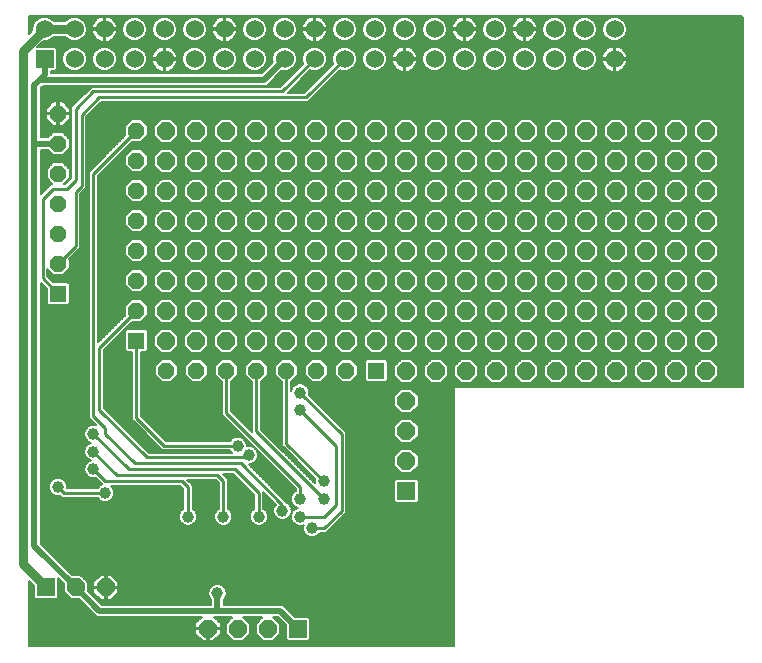
<source format=gbl>
G75*
%MOIN*%
%OFA0B0*%
%FSLAX25Y25*%
%IPPOS*%
%LPD*%
%AMOC8*
5,1,8,0,0,1.08239X$1,22.5*
%
%ADD10R,0.06000X0.06000*%
%ADD11C,0.06000*%
%ADD12OC8,0.05543*%
%ADD13R,0.05543X0.05543*%
%ADD14R,0.05937X0.05937*%
%ADD15OC8,0.05937*%
%ADD16C,0.02000*%
%ADD17C,0.03962*%
%ADD18C,0.00500*%
%ADD19C,0.01000*%
%ADD20C,0.02976*%
%ADD21OC8,0.05906*%
D10*
X0037953Y0206693D03*
D11*
X0047900Y0206700D03*
X0047900Y0216700D03*
X0037900Y0216700D03*
X0057900Y0216700D03*
X0067900Y0216700D03*
X0067900Y0206700D03*
X0057900Y0206700D03*
X0077900Y0206700D03*
X0087900Y0206700D03*
X0097900Y0206700D03*
X0097900Y0216700D03*
X0087900Y0216700D03*
X0077900Y0216700D03*
X0107900Y0216700D03*
X0117900Y0216700D03*
X0117900Y0206700D03*
X0107900Y0206700D03*
X0127900Y0206700D03*
X0137900Y0206700D03*
X0137900Y0216700D03*
X0127900Y0216700D03*
X0147900Y0216700D03*
X0157900Y0216700D03*
X0157900Y0206700D03*
X0147900Y0206700D03*
X0167900Y0206700D03*
X0177900Y0206700D03*
X0177900Y0216700D03*
X0167900Y0216700D03*
X0187900Y0216700D03*
X0197900Y0216700D03*
X0197900Y0206700D03*
X0187900Y0206700D03*
X0207900Y0206700D03*
X0217900Y0206700D03*
X0217900Y0216700D03*
X0207900Y0216700D03*
X0227900Y0216700D03*
X0227900Y0206700D03*
D12*
X0138543Y0102835D03*
X0128543Y0102835D03*
X0118543Y0102835D03*
X0108543Y0102835D03*
X0098543Y0102835D03*
X0088543Y0102835D03*
X0078543Y0102835D03*
X0068543Y0122835D03*
X0068543Y0132835D03*
X0068543Y0142835D03*
X0068543Y0152835D03*
X0068543Y0162835D03*
X0068543Y0172835D03*
X0068543Y0182835D03*
X0042402Y0178543D03*
X0042402Y0168543D03*
X0042402Y0158543D03*
X0042402Y0148543D03*
X0042402Y0138543D03*
X0042402Y0188543D03*
D13*
X0042402Y0128543D03*
X0068543Y0112835D03*
X0148543Y0102835D03*
D14*
X0158543Y0062835D03*
X0122362Y0016811D03*
X0038307Y0030591D03*
D15*
X0048307Y0030591D03*
X0058307Y0030591D03*
X0092362Y0016811D03*
X0102362Y0016811D03*
X0112362Y0016811D03*
X0158543Y0072835D03*
X0158543Y0082835D03*
X0158543Y0092835D03*
D16*
X0095551Y0028622D02*
X0095551Y0022717D01*
X0056181Y0022717D01*
X0048307Y0030591D01*
X0034528Y0044370D01*
X0034528Y0178543D01*
X0034528Y0197913D01*
X0036496Y0199882D01*
X0037953Y0201339D01*
X0037953Y0206693D01*
X0036496Y0199882D02*
X0111082Y0199882D01*
X0117900Y0206700D01*
X0042402Y0178543D02*
X0034528Y0178543D01*
X0095551Y0022717D02*
X0116457Y0022717D01*
X0122362Y0016811D01*
D17*
X0095551Y0028622D03*
X0097520Y0054213D03*
X0109331Y0054213D03*
X0117205Y0056181D03*
X0123110Y0054213D03*
X0127047Y0050276D03*
X0123110Y0060118D03*
X0130984Y0060118D03*
X0130984Y0066024D03*
X0105984Y0074685D03*
X0102244Y0077835D03*
X0123110Y0089646D03*
X0123110Y0095551D03*
X0085709Y0054213D03*
X0058150Y0062087D03*
X0054213Y0069961D03*
X0054213Y0075866D03*
X0054213Y0081772D03*
X0042402Y0064055D03*
D18*
X0032559Y0032749D02*
X0032559Y0010906D01*
X0174291Y0010906D01*
X0174291Y0097520D01*
X0270748Y0097520D01*
X0270748Y0220638D01*
X0269734Y0220910D01*
X0268780Y0220972D01*
X0032559Y0220972D01*
X0032559Y0214949D01*
X0033850Y0216240D01*
X0033850Y0217506D01*
X0034467Y0218994D01*
X0035606Y0220133D01*
X0037094Y0220750D01*
X0038706Y0220750D01*
X0040194Y0220133D01*
X0041089Y0219238D01*
X0044711Y0219238D01*
X0045606Y0220133D01*
X0047094Y0220750D01*
X0048706Y0220750D01*
X0050194Y0220133D01*
X0051333Y0218994D01*
X0051950Y0217506D01*
X0051950Y0215894D01*
X0051333Y0214406D01*
X0050194Y0213267D01*
X0048706Y0212650D01*
X0047094Y0212650D01*
X0045606Y0213267D01*
X0044711Y0214162D01*
X0041089Y0214162D01*
X0040194Y0213267D01*
X0038706Y0212650D01*
X0037440Y0212650D01*
X0035532Y0210743D01*
X0041388Y0210743D01*
X0042003Y0210128D01*
X0042003Y0203258D01*
X0041388Y0202643D01*
X0040003Y0202643D01*
X0040003Y0201932D01*
X0110233Y0201932D01*
X0113951Y0205650D01*
X0113850Y0205894D01*
X0113850Y0207506D01*
X0114467Y0208994D01*
X0115606Y0210133D01*
X0117094Y0210750D01*
X0118706Y0210750D01*
X0120194Y0210133D01*
X0121333Y0208994D01*
X0121950Y0207506D01*
X0121950Y0205894D01*
X0121333Y0204406D01*
X0120194Y0203267D01*
X0118706Y0202650D01*
X0117094Y0202650D01*
X0116850Y0202751D01*
X0111931Y0197832D01*
X0037345Y0197832D01*
X0036578Y0197064D01*
X0036578Y0180593D01*
X0039047Y0180593D01*
X0040819Y0182365D01*
X0043985Y0182365D01*
X0046223Y0180126D01*
X0046223Y0176960D01*
X0043985Y0174722D01*
X0040819Y0174722D01*
X0039047Y0176493D01*
X0036578Y0176493D01*
X0036578Y0161604D01*
X0039988Y0165015D01*
X0040526Y0165015D01*
X0038580Y0166960D01*
X0038580Y0170126D01*
X0040819Y0172365D01*
X0043985Y0172365D01*
X0046223Y0170126D01*
X0046223Y0166960D01*
X0044277Y0165015D01*
X0044712Y0165015D01*
X0046757Y0167059D01*
X0046757Y0190681D01*
X0047665Y0191589D01*
X0053571Y0197495D01*
X0116503Y0197495D01*
X0124158Y0205150D01*
X0123850Y0205894D01*
X0123850Y0207506D01*
X0124467Y0208994D01*
X0125606Y0210133D01*
X0127094Y0210750D01*
X0128706Y0210750D01*
X0130194Y0210133D01*
X0131333Y0208994D01*
X0131950Y0207506D01*
X0131950Y0205894D01*
X0131333Y0204406D01*
X0130194Y0203267D01*
X0128706Y0202650D01*
X0127094Y0202650D01*
X0126350Y0202958D01*
X0118918Y0195526D01*
X0124534Y0195526D01*
X0134158Y0205150D01*
X0133850Y0205894D01*
X0133850Y0207506D01*
X0134467Y0208994D01*
X0135606Y0210133D01*
X0137094Y0210750D01*
X0138706Y0210750D01*
X0140194Y0210133D01*
X0141333Y0208994D01*
X0141950Y0207506D01*
X0141950Y0205894D01*
X0141333Y0204406D01*
X0140194Y0203267D01*
X0138706Y0202650D01*
X0137094Y0202650D01*
X0136350Y0202958D01*
X0126726Y0193334D01*
X0125818Y0192426D01*
X0056823Y0192426D01*
X0051826Y0187429D01*
X0051826Y0163807D01*
X0049857Y0161838D01*
X0049857Y0143807D01*
X0046200Y0140150D01*
X0046223Y0140126D01*
X0046223Y0136960D01*
X0043985Y0134722D01*
X0040819Y0134722D01*
X0038833Y0136707D01*
X0038833Y0134303D01*
X0040772Y0132365D01*
X0045608Y0132365D01*
X0046223Y0131750D01*
X0046223Y0125337D01*
X0045608Y0124722D01*
X0039195Y0124722D01*
X0038580Y0125337D01*
X0038580Y0130173D01*
X0036578Y0132175D01*
X0036578Y0045219D01*
X0047188Y0034609D01*
X0049972Y0034609D01*
X0052326Y0032255D01*
X0052326Y0029471D01*
X0057030Y0024767D01*
X0093501Y0024767D01*
X0093501Y0026385D01*
X0092982Y0026905D01*
X0092520Y0028019D01*
X0092520Y0029225D01*
X0092982Y0030339D01*
X0093834Y0031192D01*
X0094948Y0031653D01*
X0096154Y0031653D01*
X0097268Y0031192D01*
X0098121Y0030339D01*
X0098582Y0029225D01*
X0098582Y0028019D01*
X0098121Y0026905D01*
X0097601Y0026385D01*
X0097601Y0024767D01*
X0117306Y0024767D01*
X0118507Y0023566D01*
X0121243Y0020830D01*
X0125766Y0020830D01*
X0126381Y0020214D01*
X0126381Y0013408D01*
X0125766Y0012793D01*
X0118959Y0012793D01*
X0118344Y0013408D01*
X0118344Y0017930D01*
X0115608Y0020667D01*
X0114190Y0020667D01*
X0116381Y0018476D01*
X0116381Y0015147D01*
X0114027Y0012793D01*
X0110698Y0012793D01*
X0108344Y0015147D01*
X0108344Y0018476D01*
X0110535Y0020667D01*
X0104190Y0020667D01*
X0106381Y0018476D01*
X0106381Y0015147D01*
X0104027Y0012793D01*
X0100698Y0012793D01*
X0098344Y0015147D01*
X0098344Y0018476D01*
X0100535Y0020667D01*
X0094473Y0020667D01*
X0096581Y0018558D01*
X0096581Y0017061D01*
X0092612Y0017061D01*
X0092612Y0016561D01*
X0092612Y0012593D01*
X0094110Y0012593D01*
X0096581Y0015064D01*
X0096581Y0016561D01*
X0092612Y0016561D01*
X0092112Y0016561D01*
X0088144Y0016561D01*
X0088144Y0015064D01*
X0090615Y0012593D01*
X0092112Y0012593D01*
X0092112Y0016561D01*
X0092112Y0017061D01*
X0088144Y0017061D01*
X0088144Y0018558D01*
X0090252Y0020667D01*
X0055332Y0020667D01*
X0049426Y0026572D01*
X0046643Y0026572D01*
X0044289Y0028926D01*
X0044289Y0031710D01*
X0042326Y0033673D01*
X0042326Y0027187D01*
X0041711Y0026572D01*
X0034904Y0026572D01*
X0034289Y0027187D01*
X0034289Y0031020D01*
X0032559Y0032749D01*
X0032559Y0032418D02*
X0032890Y0032418D01*
X0032559Y0031920D02*
X0033388Y0031920D01*
X0033887Y0031421D02*
X0032559Y0031421D01*
X0032559Y0030923D02*
X0034289Y0030923D01*
X0034289Y0030424D02*
X0032559Y0030424D01*
X0032559Y0029926D02*
X0034289Y0029926D01*
X0034289Y0029427D02*
X0032559Y0029427D01*
X0032559Y0028929D02*
X0034289Y0028929D01*
X0034289Y0028430D02*
X0032559Y0028430D01*
X0032559Y0027932D02*
X0034289Y0027932D01*
X0034289Y0027433D02*
X0032559Y0027433D01*
X0032559Y0026934D02*
X0034541Y0026934D01*
X0032559Y0026436D02*
X0049562Y0026436D01*
X0050061Y0025937D02*
X0032559Y0025937D01*
X0032559Y0025439D02*
X0050560Y0025439D01*
X0051058Y0024940D02*
X0032559Y0024940D01*
X0032559Y0024442D02*
X0051557Y0024442D01*
X0052055Y0023943D02*
X0032559Y0023943D01*
X0032559Y0023445D02*
X0052554Y0023445D01*
X0053052Y0022946D02*
X0032559Y0022946D01*
X0032559Y0022448D02*
X0053551Y0022448D01*
X0054049Y0021949D02*
X0032559Y0021949D01*
X0032559Y0021451D02*
X0054548Y0021451D01*
X0055046Y0020952D02*
X0032559Y0020952D01*
X0032559Y0020454D02*
X0090039Y0020454D01*
X0089541Y0019955D02*
X0032559Y0019955D01*
X0032559Y0019457D02*
X0089042Y0019457D01*
X0088544Y0018958D02*
X0032559Y0018958D01*
X0032559Y0018460D02*
X0088144Y0018460D01*
X0088144Y0017961D02*
X0032559Y0017961D01*
X0032559Y0017463D02*
X0088144Y0017463D01*
X0088144Y0016466D02*
X0032559Y0016466D01*
X0032559Y0016964D02*
X0092112Y0016964D01*
X0092112Y0016466D02*
X0092612Y0016466D01*
X0092612Y0016964D02*
X0098344Y0016964D01*
X0098344Y0016466D02*
X0096581Y0016466D01*
X0096581Y0015967D02*
X0098344Y0015967D01*
X0098344Y0015469D02*
X0096581Y0015469D01*
X0096487Y0014970D02*
X0098520Y0014970D01*
X0099018Y0014472D02*
X0095989Y0014472D01*
X0095490Y0013973D02*
X0099517Y0013973D01*
X0100016Y0013475D02*
X0094992Y0013475D01*
X0094493Y0012976D02*
X0100514Y0012976D01*
X0104210Y0012976D02*
X0110514Y0012976D01*
X0110016Y0013475D02*
X0104709Y0013475D01*
X0105207Y0013973D02*
X0109517Y0013973D01*
X0109018Y0014472D02*
X0105706Y0014472D01*
X0106204Y0014970D02*
X0108520Y0014970D01*
X0108344Y0015469D02*
X0106381Y0015469D01*
X0106381Y0015967D02*
X0108344Y0015967D01*
X0108344Y0016466D02*
X0106381Y0016466D01*
X0106381Y0016964D02*
X0108344Y0016964D01*
X0108344Y0017463D02*
X0106381Y0017463D01*
X0106381Y0017961D02*
X0108344Y0017961D01*
X0108344Y0018460D02*
X0106381Y0018460D01*
X0105898Y0018958D02*
X0108827Y0018958D01*
X0109325Y0019457D02*
X0105399Y0019457D01*
X0104901Y0019955D02*
X0109824Y0019955D01*
X0110322Y0020454D02*
X0104402Y0020454D01*
X0100322Y0020454D02*
X0094685Y0020454D01*
X0095184Y0019955D02*
X0099824Y0019955D01*
X0099325Y0019457D02*
X0095682Y0019457D01*
X0096181Y0018958D02*
X0098827Y0018958D01*
X0098344Y0018460D02*
X0096581Y0018460D01*
X0096581Y0017961D02*
X0098344Y0017961D01*
X0098344Y0017463D02*
X0096581Y0017463D01*
X0092612Y0015967D02*
X0092112Y0015967D01*
X0092112Y0015469D02*
X0092612Y0015469D01*
X0092612Y0014970D02*
X0092112Y0014970D01*
X0092112Y0014472D02*
X0092612Y0014472D01*
X0092612Y0013973D02*
X0092112Y0013973D01*
X0092112Y0013475D02*
X0092612Y0013475D01*
X0092612Y0012976D02*
X0092112Y0012976D01*
X0090231Y0012976D02*
X0032559Y0012976D01*
X0032559Y0012478D02*
X0174291Y0012478D01*
X0174291Y0012976D02*
X0125949Y0012976D01*
X0126381Y0013475D02*
X0174291Y0013475D01*
X0174291Y0013973D02*
X0126381Y0013973D01*
X0126381Y0014472D02*
X0174291Y0014472D01*
X0174291Y0014970D02*
X0126381Y0014970D01*
X0126381Y0015469D02*
X0174291Y0015469D01*
X0174291Y0015967D02*
X0126381Y0015967D01*
X0126381Y0016466D02*
X0174291Y0016466D01*
X0174291Y0016964D02*
X0126381Y0016964D01*
X0126381Y0017463D02*
X0174291Y0017463D01*
X0174291Y0017961D02*
X0126381Y0017961D01*
X0126381Y0018460D02*
X0174291Y0018460D01*
X0174291Y0018958D02*
X0126381Y0018958D01*
X0126381Y0019457D02*
X0174291Y0019457D01*
X0174291Y0019955D02*
X0126381Y0019955D01*
X0126141Y0020454D02*
X0174291Y0020454D01*
X0174291Y0020952D02*
X0121120Y0020952D01*
X0120621Y0021451D02*
X0174291Y0021451D01*
X0174291Y0021949D02*
X0120123Y0021949D01*
X0119624Y0022448D02*
X0174291Y0022448D01*
X0174291Y0022946D02*
X0119126Y0022946D01*
X0118627Y0023445D02*
X0174291Y0023445D01*
X0174291Y0023943D02*
X0118129Y0023943D01*
X0117630Y0024442D02*
X0174291Y0024442D01*
X0174291Y0024940D02*
X0097601Y0024940D01*
X0097601Y0025439D02*
X0174291Y0025439D01*
X0174291Y0025937D02*
X0097601Y0025937D01*
X0097652Y0026436D02*
X0174291Y0026436D01*
X0174291Y0026934D02*
X0098133Y0026934D01*
X0098339Y0027433D02*
X0174291Y0027433D01*
X0174291Y0027932D02*
X0098546Y0027932D01*
X0098582Y0028430D02*
X0174291Y0028430D01*
X0174291Y0028929D02*
X0098582Y0028929D01*
X0098499Y0029427D02*
X0174291Y0029427D01*
X0174291Y0029926D02*
X0098292Y0029926D01*
X0098036Y0030424D02*
X0174291Y0030424D01*
X0174291Y0030923D02*
X0097537Y0030923D01*
X0096714Y0031421D02*
X0174291Y0031421D01*
X0174291Y0031920D02*
X0062526Y0031920D01*
X0062526Y0032338D02*
X0060054Y0034809D01*
X0058557Y0034809D01*
X0058557Y0030841D01*
X0058057Y0030841D01*
X0058057Y0034809D01*
X0056560Y0034809D01*
X0054089Y0032338D01*
X0054089Y0030841D01*
X0058057Y0030841D01*
X0058057Y0030341D01*
X0054089Y0030341D01*
X0054089Y0028843D01*
X0056560Y0026372D01*
X0058057Y0026372D01*
X0058057Y0030340D01*
X0058557Y0030340D01*
X0058557Y0026372D01*
X0060054Y0026372D01*
X0062526Y0028843D01*
X0062526Y0030341D01*
X0058557Y0030341D01*
X0058557Y0030841D01*
X0062526Y0030841D01*
X0062526Y0032338D01*
X0062445Y0032418D02*
X0174291Y0032418D01*
X0174291Y0032917D02*
X0061947Y0032917D01*
X0061448Y0033415D02*
X0174291Y0033415D01*
X0174291Y0033914D02*
X0060950Y0033914D01*
X0060451Y0034412D02*
X0174291Y0034412D01*
X0174291Y0034911D02*
X0046886Y0034911D01*
X0046388Y0035409D02*
X0174291Y0035409D01*
X0174291Y0035908D02*
X0045889Y0035908D01*
X0045391Y0036406D02*
X0174291Y0036406D01*
X0174291Y0036905D02*
X0044892Y0036905D01*
X0044394Y0037403D02*
X0174291Y0037403D01*
X0174291Y0037902D02*
X0043895Y0037902D01*
X0043397Y0038400D02*
X0174291Y0038400D01*
X0174291Y0038899D02*
X0042898Y0038899D01*
X0042399Y0039397D02*
X0174291Y0039397D01*
X0174291Y0039896D02*
X0041901Y0039896D01*
X0041402Y0040394D02*
X0174291Y0040394D01*
X0174291Y0040893D02*
X0040904Y0040893D01*
X0040405Y0041391D02*
X0174291Y0041391D01*
X0174291Y0041890D02*
X0039907Y0041890D01*
X0039408Y0042388D02*
X0174291Y0042388D01*
X0174291Y0042887D02*
X0038910Y0042887D01*
X0038411Y0043385D02*
X0174291Y0043385D01*
X0174291Y0043884D02*
X0037913Y0043884D01*
X0037414Y0044382D02*
X0174291Y0044382D01*
X0174291Y0044881D02*
X0036916Y0044881D01*
X0036578Y0045379D02*
X0174291Y0045379D01*
X0174291Y0045878D02*
X0036578Y0045878D01*
X0036578Y0046376D02*
X0174291Y0046376D01*
X0174291Y0046875D02*
X0036578Y0046875D01*
X0036578Y0047373D02*
X0126133Y0047373D01*
X0126444Y0047244D02*
X0127650Y0047244D01*
X0128764Y0047706D01*
X0129617Y0048559D01*
X0129686Y0048726D01*
X0131626Y0048726D01*
X0138440Y0055539D01*
X0138440Y0082414D01*
X0137532Y0083322D01*
X0126072Y0094781D01*
X0126141Y0094948D01*
X0126141Y0096154D01*
X0125680Y0097268D01*
X0124827Y0098121D01*
X0123713Y0098582D01*
X0122507Y0098582D01*
X0121393Y0098121D01*
X0120541Y0097268D01*
X0120093Y0096188D01*
X0120093Y0099013D01*
X0120126Y0099013D01*
X0122365Y0101252D01*
X0122365Y0104418D01*
X0120126Y0106656D01*
X0116960Y0106656D01*
X0114722Y0104418D01*
X0114722Y0101252D01*
X0116960Y0099013D01*
X0116993Y0099013D01*
X0116993Y0077823D01*
X0117901Y0076915D01*
X0128022Y0066794D01*
X0127953Y0066627D01*
X0127953Y0065421D01*
X0128009Y0065285D01*
X0110093Y0083201D01*
X0110093Y0099013D01*
X0110126Y0099013D01*
X0112365Y0101252D01*
X0112365Y0104418D01*
X0110126Y0106656D01*
X0106960Y0106656D01*
X0104722Y0104418D01*
X0104722Y0101252D01*
X0106960Y0099013D01*
X0106993Y0099013D01*
X0106993Y0082364D01*
X0100093Y0089264D01*
X0100093Y0099013D01*
X0100126Y0099013D01*
X0102365Y0101252D01*
X0102365Y0104418D01*
X0100126Y0106656D01*
X0096960Y0106656D01*
X0094722Y0104418D01*
X0094722Y0101252D01*
X0096960Y0099013D01*
X0096993Y0099013D01*
X0096993Y0087980D01*
X0097901Y0087072D01*
X0121560Y0063413D01*
X0121560Y0062757D01*
X0121393Y0062688D01*
X0120541Y0061835D01*
X0120079Y0060721D01*
X0120079Y0059515D01*
X0120541Y0058401D01*
X0121393Y0057548D01*
X0122318Y0057165D01*
X0121393Y0056782D01*
X0120541Y0055930D01*
X0120079Y0054816D01*
X0120079Y0053610D01*
X0120541Y0052496D01*
X0121393Y0051643D01*
X0122507Y0051181D01*
X0123713Y0051181D01*
X0124230Y0051396D01*
X0124016Y0050879D01*
X0124016Y0049673D01*
X0124478Y0048559D01*
X0125330Y0047706D01*
X0126444Y0047244D01*
X0125164Y0047872D02*
X0036578Y0047872D01*
X0036578Y0048370D02*
X0124666Y0048370D01*
X0124349Y0048869D02*
X0036578Y0048869D01*
X0036578Y0049368D02*
X0124143Y0049368D01*
X0124016Y0049866D02*
X0036578Y0049866D01*
X0036578Y0050365D02*
X0124016Y0050365D01*
X0124016Y0050863D02*
X0036578Y0050863D01*
X0036578Y0051362D02*
X0084671Y0051362D01*
X0085106Y0051181D02*
X0086312Y0051181D01*
X0087426Y0051643D01*
X0088278Y0052496D01*
X0088740Y0053610D01*
X0088740Y0054816D01*
X0088278Y0055930D01*
X0087426Y0056782D01*
X0087259Y0056851D01*
X0087259Y0064697D01*
X0085514Y0066442D01*
X0094909Y0066442D01*
X0095970Y0065382D01*
X0095970Y0056851D01*
X0095803Y0056782D01*
X0094950Y0055930D01*
X0094489Y0054816D01*
X0094489Y0053610D01*
X0094950Y0052496D01*
X0095803Y0051643D01*
X0096917Y0051181D01*
X0098123Y0051181D01*
X0099237Y0051643D01*
X0100089Y0052496D01*
X0100551Y0053610D01*
X0100551Y0054816D01*
X0100089Y0055930D01*
X0099237Y0056782D01*
X0099070Y0056851D01*
X0099070Y0066666D01*
X0097325Y0068411D01*
X0100815Y0068411D01*
X0107781Y0061445D01*
X0107781Y0056851D01*
X0107614Y0056782D01*
X0106761Y0055930D01*
X0106300Y0054816D01*
X0106300Y0053610D01*
X0106761Y0052496D01*
X0107614Y0051643D01*
X0108728Y0051181D01*
X0109934Y0051181D01*
X0111048Y0051643D01*
X0111900Y0052496D01*
X0112362Y0053610D01*
X0112362Y0054816D01*
X0111900Y0055930D01*
X0111048Y0056782D01*
X0110881Y0056851D01*
X0110881Y0062282D01*
X0114950Y0058213D01*
X0114635Y0057898D01*
X0114174Y0056784D01*
X0114174Y0055578D01*
X0114635Y0054464D01*
X0115488Y0053611D01*
X0116602Y0053150D01*
X0117808Y0053150D01*
X0118922Y0053611D01*
X0119774Y0054464D01*
X0120236Y0055578D01*
X0120236Y0056784D01*
X0119774Y0057898D01*
X0118922Y0058751D01*
X0118706Y0058840D01*
X0105892Y0071654D01*
X0106587Y0071654D01*
X0107701Y0072115D01*
X0108554Y0072968D01*
X0109015Y0074082D01*
X0109015Y0075288D01*
X0108554Y0076402D01*
X0107701Y0077255D01*
X0106587Y0077716D01*
X0105381Y0077716D01*
X0105275Y0077672D01*
X0105275Y0078438D01*
X0104814Y0079552D01*
X0103961Y0080404D01*
X0102847Y0080866D01*
X0101641Y0080866D01*
X0100527Y0080404D01*
X0099674Y0079552D01*
X0099605Y0079385D01*
X0078477Y0079385D01*
X0070093Y0087768D01*
X0070093Y0109013D01*
X0071750Y0109013D01*
X0072365Y0109628D01*
X0072365Y0116041D01*
X0071750Y0116656D01*
X0065337Y0116656D01*
X0064722Y0116041D01*
X0064722Y0109628D01*
X0065337Y0109013D01*
X0066993Y0109013D01*
X0066993Y0086484D01*
X0067901Y0085576D01*
X0077193Y0076285D01*
X0099605Y0076285D01*
X0099674Y0076118D01*
X0100344Y0075448D01*
X0072571Y0075448D01*
X0057731Y0090288D01*
X0057731Y0109830D01*
X0066937Y0119036D01*
X0066960Y0119013D01*
X0070126Y0119013D01*
X0072365Y0121252D01*
X0072365Y0124418D01*
X0070126Y0126656D01*
X0066960Y0126656D01*
X0064722Y0124418D01*
X0064722Y0121252D01*
X0064745Y0121228D01*
X0055763Y0112246D01*
X0055763Y0167862D01*
X0066937Y0179036D01*
X0066960Y0179013D01*
X0070126Y0179013D01*
X0072365Y0181252D01*
X0072365Y0184418D01*
X0070126Y0186656D01*
X0066960Y0186656D01*
X0064722Y0184418D01*
X0064722Y0181252D01*
X0064745Y0181228D01*
X0052663Y0169146D01*
X0052663Y0087035D01*
X0053571Y0086127D01*
X0054951Y0084747D01*
X0054816Y0084803D01*
X0053610Y0084803D01*
X0052496Y0084341D01*
X0051643Y0083489D01*
X0051181Y0082375D01*
X0051181Y0081169D01*
X0051643Y0080055D01*
X0052496Y0079202D01*
X0053421Y0078819D01*
X0052496Y0078436D01*
X0051643Y0077583D01*
X0051181Y0076469D01*
X0051181Y0075263D01*
X0051643Y0074149D01*
X0052496Y0073296D01*
X0053421Y0072913D01*
X0052496Y0072530D01*
X0051643Y0071678D01*
X0051181Y0070564D01*
X0051181Y0069358D01*
X0051643Y0068244D01*
X0052496Y0067391D01*
X0053610Y0066930D01*
X0054816Y0066930D01*
X0054982Y0066999D01*
X0057064Y0064918D01*
X0056433Y0064656D01*
X0055580Y0063804D01*
X0055511Y0063637D01*
X0045433Y0063637D01*
X0045433Y0064658D01*
X0044971Y0065772D01*
X0044119Y0066625D01*
X0043004Y0067086D01*
X0041799Y0067086D01*
X0040685Y0066625D01*
X0039832Y0065772D01*
X0039370Y0064658D01*
X0039370Y0063452D01*
X0039832Y0062338D01*
X0040685Y0061485D01*
X0041799Y0061024D01*
X0043004Y0061024D01*
X0043171Y0061093D01*
X0043728Y0060537D01*
X0055511Y0060537D01*
X0055580Y0060370D01*
X0056433Y0059517D01*
X0057547Y0059056D01*
X0058753Y0059056D01*
X0059867Y0059517D01*
X0060719Y0060370D01*
X0061181Y0061484D01*
X0061181Y0062690D01*
X0060719Y0063804D01*
X0060049Y0064474D01*
X0083098Y0064474D01*
X0084159Y0063413D01*
X0084159Y0056851D01*
X0083992Y0056782D01*
X0083139Y0055930D01*
X0082678Y0054816D01*
X0082678Y0053610D01*
X0083139Y0052496D01*
X0083992Y0051643D01*
X0085106Y0051181D01*
X0083775Y0051860D02*
X0036578Y0051860D01*
X0036578Y0052359D02*
X0083276Y0052359D01*
X0082989Y0052857D02*
X0036578Y0052857D01*
X0036578Y0053356D02*
X0082783Y0053356D01*
X0082678Y0053854D02*
X0036578Y0053854D01*
X0036578Y0054353D02*
X0082678Y0054353D01*
X0082692Y0054851D02*
X0036578Y0054851D01*
X0036578Y0055350D02*
X0082899Y0055350D01*
X0083105Y0055848D02*
X0036578Y0055848D01*
X0036578Y0056347D02*
X0083556Y0056347D01*
X0084144Y0056845D02*
X0036578Y0056845D01*
X0036578Y0057344D02*
X0084159Y0057344D01*
X0084159Y0057842D02*
X0036578Y0057842D01*
X0036578Y0058341D02*
X0084159Y0058341D01*
X0084159Y0058839D02*
X0036578Y0058839D01*
X0036578Y0059338D02*
X0056865Y0059338D01*
X0056113Y0059836D02*
X0036578Y0059836D01*
X0036578Y0060335D02*
X0055615Y0060335D01*
X0059434Y0059338D02*
X0084159Y0059338D01*
X0084159Y0059836D02*
X0060186Y0059836D01*
X0060684Y0060335D02*
X0084159Y0060335D01*
X0084159Y0060833D02*
X0060911Y0060833D01*
X0061118Y0061332D02*
X0084159Y0061332D01*
X0084159Y0061830D02*
X0061181Y0061830D01*
X0061181Y0062329D02*
X0084159Y0062329D01*
X0084159Y0062827D02*
X0061124Y0062827D01*
X0060917Y0063326D02*
X0084159Y0063326D01*
X0083747Y0063824D02*
X0060698Y0063824D01*
X0060200Y0064323D02*
X0083249Y0064323D01*
X0085639Y0066317D02*
X0095034Y0066317D01*
X0095533Y0065818D02*
X0086137Y0065818D01*
X0086636Y0065320D02*
X0095970Y0065320D01*
X0095970Y0064821D02*
X0087134Y0064821D01*
X0087259Y0064323D02*
X0095970Y0064323D01*
X0095970Y0063824D02*
X0087259Y0063824D01*
X0087259Y0063326D02*
X0095970Y0063326D01*
X0095970Y0062827D02*
X0087259Y0062827D01*
X0087259Y0062329D02*
X0095970Y0062329D01*
X0095970Y0061830D02*
X0087259Y0061830D01*
X0087259Y0061332D02*
X0095970Y0061332D01*
X0095970Y0060833D02*
X0087259Y0060833D01*
X0087259Y0060335D02*
X0095970Y0060335D01*
X0095970Y0059836D02*
X0087259Y0059836D01*
X0087259Y0059338D02*
X0095970Y0059338D01*
X0095970Y0058839D02*
X0087259Y0058839D01*
X0087259Y0058341D02*
X0095970Y0058341D01*
X0095970Y0057842D02*
X0087259Y0057842D01*
X0087259Y0057344D02*
X0095970Y0057344D01*
X0095955Y0056845D02*
X0087274Y0056845D01*
X0087861Y0056347D02*
X0095367Y0056347D01*
X0094916Y0055848D02*
X0088312Y0055848D01*
X0088519Y0055350D02*
X0094710Y0055350D01*
X0094503Y0054851D02*
X0088725Y0054851D01*
X0088740Y0054353D02*
X0094489Y0054353D01*
X0094489Y0053854D02*
X0088740Y0053854D01*
X0088635Y0053356D02*
X0094594Y0053356D01*
X0094800Y0052857D02*
X0088428Y0052857D01*
X0088141Y0052359D02*
X0095087Y0052359D01*
X0095586Y0051860D02*
X0087643Y0051860D01*
X0086746Y0051362D02*
X0096482Y0051362D01*
X0098557Y0051362D02*
X0108293Y0051362D01*
X0107397Y0051860D02*
X0099454Y0051860D01*
X0099952Y0052359D02*
X0106898Y0052359D01*
X0106611Y0052857D02*
X0100239Y0052857D01*
X0100446Y0053356D02*
X0106405Y0053356D01*
X0106300Y0053854D02*
X0100551Y0053854D01*
X0100551Y0054353D02*
X0106300Y0054353D01*
X0106314Y0054851D02*
X0100536Y0054851D01*
X0100330Y0055350D02*
X0106521Y0055350D01*
X0106727Y0055848D02*
X0100123Y0055848D01*
X0099672Y0056347D02*
X0107178Y0056347D01*
X0107766Y0056845D02*
X0099085Y0056845D01*
X0099070Y0057344D02*
X0107781Y0057344D01*
X0107781Y0057842D02*
X0099070Y0057842D01*
X0099070Y0058341D02*
X0107781Y0058341D01*
X0107781Y0058839D02*
X0099070Y0058839D01*
X0099070Y0059338D02*
X0107781Y0059338D01*
X0107781Y0059836D02*
X0099070Y0059836D01*
X0099070Y0060335D02*
X0107781Y0060335D01*
X0107781Y0060833D02*
X0099070Y0060833D01*
X0099070Y0061332D02*
X0107781Y0061332D01*
X0107395Y0061830D02*
X0099070Y0061830D01*
X0099070Y0062329D02*
X0106896Y0062329D01*
X0106398Y0062827D02*
X0099070Y0062827D01*
X0099070Y0063326D02*
X0105899Y0063326D01*
X0105401Y0063824D02*
X0099070Y0063824D01*
X0099070Y0064323D02*
X0104902Y0064323D01*
X0104404Y0064821D02*
X0099070Y0064821D01*
X0099070Y0065320D02*
X0103905Y0065320D01*
X0103407Y0065818D02*
X0099070Y0065818D01*
X0099070Y0066317D02*
X0102908Y0066317D01*
X0102410Y0066815D02*
X0098920Y0066815D01*
X0098421Y0067314D02*
X0101911Y0067314D01*
X0101413Y0067812D02*
X0097923Y0067812D01*
X0097424Y0068311D02*
X0100914Y0068311D01*
X0106244Y0071302D02*
X0113671Y0071302D01*
X0113173Y0071801D02*
X0106941Y0071801D01*
X0106743Y0070803D02*
X0114170Y0070803D01*
X0114668Y0070305D02*
X0107241Y0070305D01*
X0107740Y0069806D02*
X0115167Y0069806D01*
X0115665Y0069308D02*
X0108238Y0069308D01*
X0108737Y0068809D02*
X0116164Y0068809D01*
X0116662Y0068311D02*
X0109235Y0068311D01*
X0109734Y0067812D02*
X0117161Y0067812D01*
X0117659Y0067314D02*
X0110232Y0067314D01*
X0110731Y0066815D02*
X0118158Y0066815D01*
X0118656Y0066317D02*
X0111229Y0066317D01*
X0111728Y0065818D02*
X0119155Y0065818D01*
X0119653Y0065320D02*
X0112226Y0065320D01*
X0112725Y0064821D02*
X0120152Y0064821D01*
X0120650Y0064323D02*
X0113223Y0064323D01*
X0113722Y0063824D02*
X0121149Y0063824D01*
X0121560Y0063326D02*
X0114221Y0063326D01*
X0114719Y0062827D02*
X0121560Y0062827D01*
X0121034Y0062329D02*
X0115218Y0062329D01*
X0115716Y0061830D02*
X0120539Y0061830D01*
X0120332Y0061332D02*
X0116215Y0061332D01*
X0116713Y0060833D02*
X0120126Y0060833D01*
X0120079Y0060335D02*
X0117212Y0060335D01*
X0117710Y0059836D02*
X0120079Y0059836D01*
X0120153Y0059338D02*
X0118209Y0059338D01*
X0118708Y0058839D02*
X0120359Y0058839D01*
X0120601Y0058341D02*
X0119332Y0058341D01*
X0119798Y0057842D02*
X0121100Y0057842D01*
X0121888Y0057344D02*
X0120004Y0057344D01*
X0120210Y0056845D02*
X0121545Y0056845D01*
X0120958Y0056347D02*
X0120236Y0056347D01*
X0120236Y0055848D02*
X0120507Y0055848D01*
X0120300Y0055350D02*
X0120141Y0055350D01*
X0120094Y0054851D02*
X0119935Y0054851D01*
X0120079Y0054353D02*
X0119663Y0054353D01*
X0120079Y0053854D02*
X0119164Y0053854D01*
X0118304Y0053356D02*
X0120184Y0053356D01*
X0120391Y0052857D02*
X0112050Y0052857D01*
X0112257Y0053356D02*
X0116105Y0053356D01*
X0115245Y0053854D02*
X0112362Y0053854D01*
X0112362Y0054353D02*
X0114747Y0054353D01*
X0114475Y0054851D02*
X0112347Y0054851D01*
X0112141Y0055350D02*
X0114268Y0055350D01*
X0114174Y0055848D02*
X0111934Y0055848D01*
X0111483Y0056347D02*
X0114174Y0056347D01*
X0114199Y0056845D02*
X0110896Y0056845D01*
X0110881Y0057344D02*
X0114405Y0057344D01*
X0114612Y0057842D02*
X0110881Y0057842D01*
X0110881Y0058341D02*
X0114822Y0058341D01*
X0114323Y0058839D02*
X0110881Y0058839D01*
X0110881Y0059338D02*
X0113825Y0059338D01*
X0113326Y0059836D02*
X0110881Y0059836D01*
X0110881Y0060335D02*
X0112828Y0060335D01*
X0112329Y0060833D02*
X0110881Y0060833D01*
X0110881Y0061332D02*
X0111831Y0061332D01*
X0111332Y0061830D02*
X0110881Y0061830D01*
X0111763Y0052359D02*
X0120678Y0052359D01*
X0121176Y0051860D02*
X0111265Y0051860D01*
X0110368Y0051362D02*
X0122073Y0051362D01*
X0124148Y0051362D02*
X0124216Y0051362D01*
X0128930Y0047872D02*
X0174291Y0047872D01*
X0174291Y0048370D02*
X0129429Y0048370D01*
X0127962Y0047373D02*
X0174291Y0047373D01*
X0174291Y0048869D02*
X0131770Y0048869D01*
X0132268Y0049368D02*
X0174291Y0049368D01*
X0174291Y0049866D02*
X0132767Y0049866D01*
X0133265Y0050365D02*
X0174291Y0050365D01*
X0174291Y0050863D02*
X0133764Y0050863D01*
X0134262Y0051362D02*
X0174291Y0051362D01*
X0174291Y0051860D02*
X0134761Y0051860D01*
X0135259Y0052359D02*
X0174291Y0052359D01*
X0174291Y0052857D02*
X0135758Y0052857D01*
X0136256Y0053356D02*
X0174291Y0053356D01*
X0174291Y0053854D02*
X0136755Y0053854D01*
X0137253Y0054353D02*
X0174291Y0054353D01*
X0174291Y0054851D02*
X0137752Y0054851D01*
X0138250Y0055350D02*
X0174291Y0055350D01*
X0174291Y0055848D02*
X0138440Y0055848D01*
X0138440Y0056347D02*
X0174291Y0056347D01*
X0174291Y0056845D02*
X0138440Y0056845D01*
X0138440Y0057344D02*
X0174291Y0057344D01*
X0174291Y0057842D02*
X0138440Y0057842D01*
X0138440Y0058341D02*
X0174291Y0058341D01*
X0174291Y0058839D02*
X0161970Y0058839D01*
X0161947Y0058816D02*
X0162562Y0059431D01*
X0162562Y0066238D01*
X0161947Y0066853D01*
X0155140Y0066853D01*
X0154525Y0066238D01*
X0154525Y0059431D01*
X0155140Y0058816D01*
X0161947Y0058816D01*
X0162468Y0059338D02*
X0174291Y0059338D01*
X0174291Y0059836D02*
X0162562Y0059836D01*
X0162562Y0060335D02*
X0174291Y0060335D01*
X0174291Y0060833D02*
X0162562Y0060833D01*
X0162562Y0061332D02*
X0174291Y0061332D01*
X0174291Y0061830D02*
X0162562Y0061830D01*
X0162562Y0062329D02*
X0174291Y0062329D01*
X0174291Y0062827D02*
X0162562Y0062827D01*
X0162562Y0063326D02*
X0174291Y0063326D01*
X0174291Y0063824D02*
X0162562Y0063824D01*
X0162562Y0064323D02*
X0174291Y0064323D01*
X0174291Y0064821D02*
X0162562Y0064821D01*
X0162562Y0065320D02*
X0174291Y0065320D01*
X0174291Y0065818D02*
X0162562Y0065818D01*
X0162483Y0066317D02*
X0174291Y0066317D01*
X0174291Y0066815D02*
X0161984Y0066815D01*
X0160208Y0068816D02*
X0162562Y0071170D01*
X0162562Y0074499D01*
X0160208Y0076853D01*
X0156879Y0076853D01*
X0154525Y0074499D01*
X0154525Y0071170D01*
X0156879Y0068816D01*
X0160208Y0068816D01*
X0160700Y0069308D02*
X0174291Y0069308D01*
X0174291Y0069806D02*
X0161198Y0069806D01*
X0161697Y0070305D02*
X0174291Y0070305D01*
X0174291Y0070803D02*
X0162195Y0070803D01*
X0162562Y0071302D02*
X0174291Y0071302D01*
X0174291Y0071801D02*
X0162562Y0071801D01*
X0162562Y0072299D02*
X0174291Y0072299D01*
X0174291Y0072798D02*
X0162562Y0072798D01*
X0162562Y0073296D02*
X0174291Y0073296D01*
X0174291Y0073795D02*
X0162562Y0073795D01*
X0162562Y0074293D02*
X0174291Y0074293D01*
X0174291Y0074792D02*
X0162269Y0074792D01*
X0161771Y0075290D02*
X0174291Y0075290D01*
X0174291Y0075789D02*
X0161272Y0075789D01*
X0160774Y0076287D02*
X0174291Y0076287D01*
X0174291Y0076786D02*
X0160275Y0076786D01*
X0160208Y0078816D02*
X0156879Y0078816D01*
X0154525Y0081170D01*
X0154525Y0084499D01*
X0156879Y0086853D01*
X0160208Y0086853D01*
X0162562Y0084499D01*
X0162562Y0081170D01*
X0160208Y0078816D01*
X0160670Y0079278D02*
X0174291Y0079278D01*
X0174291Y0078780D02*
X0138440Y0078780D01*
X0138440Y0079278D02*
X0156417Y0079278D01*
X0155918Y0079777D02*
X0138440Y0079777D01*
X0138440Y0080275D02*
X0155420Y0080275D01*
X0154921Y0080774D02*
X0138440Y0080774D01*
X0138440Y0081272D02*
X0154525Y0081272D01*
X0154525Y0081771D02*
X0138440Y0081771D01*
X0138440Y0082269D02*
X0154525Y0082269D01*
X0154525Y0082768D02*
X0138086Y0082768D01*
X0137587Y0083266D02*
X0154525Y0083266D01*
X0154525Y0083765D02*
X0137089Y0083765D01*
X0136590Y0084263D02*
X0154525Y0084263D01*
X0154787Y0084762D02*
X0136092Y0084762D01*
X0135593Y0085260D02*
X0155286Y0085260D01*
X0155784Y0085759D02*
X0135095Y0085759D01*
X0134596Y0086257D02*
X0156283Y0086257D01*
X0156782Y0086756D02*
X0134098Y0086756D01*
X0133599Y0087254D02*
X0174291Y0087254D01*
X0174291Y0086756D02*
X0160305Y0086756D01*
X0160804Y0086257D02*
X0174291Y0086257D01*
X0174291Y0085759D02*
X0161302Y0085759D01*
X0161801Y0085260D02*
X0174291Y0085260D01*
X0174291Y0084762D02*
X0162299Y0084762D01*
X0162562Y0084263D02*
X0174291Y0084263D01*
X0174291Y0083765D02*
X0162562Y0083765D01*
X0162562Y0083266D02*
X0174291Y0083266D01*
X0174291Y0082768D02*
X0162562Y0082768D01*
X0162562Y0082269D02*
X0174291Y0082269D01*
X0174291Y0081771D02*
X0162562Y0081771D01*
X0162562Y0081272D02*
X0174291Y0081272D01*
X0174291Y0080774D02*
X0162165Y0080774D01*
X0161667Y0080275D02*
X0174291Y0080275D01*
X0174291Y0079777D02*
X0161168Y0079777D01*
X0156811Y0076786D02*
X0138440Y0076786D01*
X0138440Y0077284D02*
X0174291Y0077284D01*
X0174291Y0077783D02*
X0138440Y0077783D01*
X0138440Y0078281D02*
X0174291Y0078281D01*
X0174291Y0068809D02*
X0138440Y0068809D01*
X0138440Y0068311D02*
X0174291Y0068311D01*
X0174291Y0067812D02*
X0138440Y0067812D01*
X0138440Y0067314D02*
X0174291Y0067314D01*
X0156387Y0069308D02*
X0138440Y0069308D01*
X0138440Y0069806D02*
X0155888Y0069806D01*
X0155390Y0070305D02*
X0138440Y0070305D01*
X0138440Y0070803D02*
X0154891Y0070803D01*
X0154525Y0071302D02*
X0138440Y0071302D01*
X0138440Y0071801D02*
X0154525Y0071801D01*
X0154525Y0072299D02*
X0138440Y0072299D01*
X0138440Y0072798D02*
X0154525Y0072798D01*
X0154525Y0073296D02*
X0138440Y0073296D01*
X0138440Y0073795D02*
X0154525Y0073795D01*
X0154525Y0074293D02*
X0138440Y0074293D01*
X0138440Y0074792D02*
X0154817Y0074792D01*
X0155316Y0075290D02*
X0138440Y0075290D01*
X0138440Y0075789D02*
X0155814Y0075789D01*
X0156313Y0076287D02*
X0138440Y0076287D01*
X0138440Y0066815D02*
X0155102Y0066815D01*
X0154604Y0066317D02*
X0138440Y0066317D01*
X0138440Y0065818D02*
X0154525Y0065818D01*
X0154525Y0065320D02*
X0138440Y0065320D01*
X0138440Y0064821D02*
X0154525Y0064821D01*
X0154525Y0064323D02*
X0138440Y0064323D01*
X0138440Y0063824D02*
X0154525Y0063824D01*
X0154525Y0063326D02*
X0138440Y0063326D01*
X0138440Y0062827D02*
X0154525Y0062827D01*
X0154525Y0062329D02*
X0138440Y0062329D01*
X0138440Y0061830D02*
X0154525Y0061830D01*
X0154525Y0061332D02*
X0138440Y0061332D01*
X0138440Y0060833D02*
X0154525Y0060833D01*
X0154525Y0060335D02*
X0138440Y0060335D01*
X0138440Y0059836D02*
X0154525Y0059836D01*
X0154618Y0059338D02*
X0138440Y0059338D01*
X0138440Y0058839D02*
X0155117Y0058839D01*
X0127995Y0065320D02*
X0127975Y0065320D01*
X0127953Y0065818D02*
X0127476Y0065818D01*
X0127953Y0066317D02*
X0126977Y0066317D01*
X0126479Y0066815D02*
X0128000Y0066815D01*
X0127502Y0067314D02*
X0125980Y0067314D01*
X0125482Y0067812D02*
X0127003Y0067812D01*
X0126505Y0068311D02*
X0124983Y0068311D01*
X0124485Y0068809D02*
X0126006Y0068809D01*
X0125508Y0069308D02*
X0123986Y0069308D01*
X0123488Y0069806D02*
X0125009Y0069806D01*
X0124511Y0070305D02*
X0122989Y0070305D01*
X0122491Y0070803D02*
X0124012Y0070803D01*
X0123514Y0071302D02*
X0121992Y0071302D01*
X0121494Y0071801D02*
X0123015Y0071801D01*
X0122517Y0072299D02*
X0120995Y0072299D01*
X0120497Y0072798D02*
X0122018Y0072798D01*
X0121520Y0073296D02*
X0119998Y0073296D01*
X0119500Y0073795D02*
X0121021Y0073795D01*
X0120523Y0074293D02*
X0119001Y0074293D01*
X0118503Y0074792D02*
X0120024Y0074792D01*
X0119526Y0075290D02*
X0118004Y0075290D01*
X0117506Y0075789D02*
X0119027Y0075789D01*
X0118529Y0076287D02*
X0117007Y0076287D01*
X0116509Y0076786D02*
X0118030Y0076786D01*
X0117532Y0077284D02*
X0116010Y0077284D01*
X0115512Y0077783D02*
X0117033Y0077783D01*
X0116993Y0078281D02*
X0115013Y0078281D01*
X0114515Y0078780D02*
X0116993Y0078780D01*
X0116993Y0079278D02*
X0114016Y0079278D01*
X0113518Y0079777D02*
X0116993Y0079777D01*
X0116993Y0080275D02*
X0113019Y0080275D01*
X0112521Y0080774D02*
X0116993Y0080774D01*
X0116993Y0081272D02*
X0112022Y0081272D01*
X0111524Y0081771D02*
X0116993Y0081771D01*
X0116993Y0082269D02*
X0111025Y0082269D01*
X0110527Y0082768D02*
X0116993Y0082768D01*
X0116993Y0083266D02*
X0110093Y0083266D01*
X0110093Y0083765D02*
X0116993Y0083765D01*
X0116993Y0084263D02*
X0110093Y0084263D01*
X0110093Y0084762D02*
X0116993Y0084762D01*
X0116993Y0085260D02*
X0110093Y0085260D01*
X0110093Y0085759D02*
X0116993Y0085759D01*
X0116993Y0086257D02*
X0110093Y0086257D01*
X0110093Y0086756D02*
X0116993Y0086756D01*
X0116993Y0087254D02*
X0110093Y0087254D01*
X0110093Y0087753D02*
X0116993Y0087753D01*
X0116993Y0088251D02*
X0110093Y0088251D01*
X0110093Y0088750D02*
X0116993Y0088750D01*
X0116993Y0089248D02*
X0110093Y0089248D01*
X0110093Y0089747D02*
X0116993Y0089747D01*
X0116993Y0090245D02*
X0110093Y0090245D01*
X0110093Y0090744D02*
X0116993Y0090744D01*
X0116993Y0091242D02*
X0110093Y0091242D01*
X0110093Y0091741D02*
X0116993Y0091741D01*
X0116993Y0092239D02*
X0110093Y0092239D01*
X0110093Y0092738D02*
X0116993Y0092738D01*
X0116993Y0093237D02*
X0110093Y0093237D01*
X0110093Y0093735D02*
X0116993Y0093735D01*
X0116993Y0094234D02*
X0110093Y0094234D01*
X0110093Y0094732D02*
X0116993Y0094732D01*
X0116993Y0095231D02*
X0110093Y0095231D01*
X0110093Y0095729D02*
X0116993Y0095729D01*
X0116993Y0096228D02*
X0110093Y0096228D01*
X0110093Y0096726D02*
X0116993Y0096726D01*
X0116993Y0097225D02*
X0110093Y0097225D01*
X0110093Y0097723D02*
X0116993Y0097723D01*
X0116993Y0098222D02*
X0110093Y0098222D01*
X0110093Y0098720D02*
X0116993Y0098720D01*
X0116755Y0099219D02*
X0110332Y0099219D01*
X0110830Y0099717D02*
X0116256Y0099717D01*
X0115758Y0100216D02*
X0111329Y0100216D01*
X0111827Y0100714D02*
X0115259Y0100714D01*
X0114761Y0101213D02*
X0112326Y0101213D01*
X0112365Y0101711D02*
X0114722Y0101711D01*
X0114722Y0102210D02*
X0112365Y0102210D01*
X0112365Y0102708D02*
X0114722Y0102708D01*
X0114722Y0103207D02*
X0112365Y0103207D01*
X0112365Y0103705D02*
X0114722Y0103705D01*
X0114722Y0104204D02*
X0112365Y0104204D01*
X0112080Y0104702D02*
X0115006Y0104702D01*
X0115505Y0105201D02*
X0111582Y0105201D01*
X0111083Y0105699D02*
X0116003Y0105699D01*
X0116502Y0106198D02*
X0110585Y0106198D01*
X0110201Y0108832D02*
X0106885Y0108832D01*
X0104541Y0111177D01*
X0104541Y0114493D01*
X0106885Y0116837D01*
X0110201Y0116837D01*
X0112546Y0114493D01*
X0112546Y0111177D01*
X0110201Y0108832D01*
X0110558Y0109189D02*
X0116528Y0109189D01*
X0116885Y0108832D02*
X0120201Y0108832D01*
X0122546Y0111177D01*
X0122546Y0114493D01*
X0120201Y0116837D01*
X0116885Y0116837D01*
X0114541Y0114493D01*
X0114541Y0111177D01*
X0116885Y0108832D01*
X0116030Y0109687D02*
X0111057Y0109687D01*
X0111555Y0110186D02*
X0115531Y0110186D01*
X0115033Y0110684D02*
X0112054Y0110684D01*
X0112546Y0111183D02*
X0114541Y0111183D01*
X0114541Y0111681D02*
X0112546Y0111681D01*
X0112546Y0112180D02*
X0114541Y0112180D01*
X0114541Y0112678D02*
X0112546Y0112678D01*
X0112546Y0113177D02*
X0114541Y0113177D01*
X0114541Y0113675D02*
X0112546Y0113675D01*
X0112546Y0114174D02*
X0114541Y0114174D01*
X0114720Y0114672D02*
X0112366Y0114672D01*
X0111868Y0115171D02*
X0115219Y0115171D01*
X0115717Y0115670D02*
X0111369Y0115670D01*
X0110871Y0116168D02*
X0116216Y0116168D01*
X0116714Y0116667D02*
X0110372Y0116667D01*
X0110201Y0118832D02*
X0106885Y0118832D01*
X0104541Y0121177D01*
X0104541Y0124493D01*
X0106885Y0126837D01*
X0110201Y0126837D01*
X0112546Y0124493D01*
X0112546Y0121177D01*
X0110201Y0118832D01*
X0110528Y0119159D02*
X0116558Y0119159D01*
X0116885Y0118832D02*
X0120201Y0118832D01*
X0122546Y0121177D01*
X0122546Y0124493D01*
X0120201Y0126837D01*
X0116885Y0126837D01*
X0114541Y0124493D01*
X0114541Y0121177D01*
X0116885Y0118832D01*
X0116060Y0119658D02*
X0111027Y0119658D01*
X0111526Y0120156D02*
X0115561Y0120156D01*
X0115063Y0120655D02*
X0112024Y0120655D01*
X0112523Y0121153D02*
X0114564Y0121153D01*
X0114541Y0121652D02*
X0112546Y0121652D01*
X0112546Y0122150D02*
X0114541Y0122150D01*
X0114541Y0122649D02*
X0112546Y0122649D01*
X0112546Y0123147D02*
X0114541Y0123147D01*
X0114541Y0123646D02*
X0112546Y0123646D01*
X0112546Y0124144D02*
X0114541Y0124144D01*
X0114691Y0124643D02*
X0112396Y0124643D01*
X0111897Y0125141D02*
X0115189Y0125141D01*
X0115688Y0125640D02*
X0111399Y0125640D01*
X0110900Y0126138D02*
X0116186Y0126138D01*
X0116685Y0126637D02*
X0110402Y0126637D01*
X0110201Y0128832D02*
X0106885Y0128832D01*
X0104541Y0131177D01*
X0104541Y0134493D01*
X0106885Y0136837D01*
X0110201Y0136837D01*
X0112546Y0134493D01*
X0112546Y0131177D01*
X0110201Y0128832D01*
X0110499Y0129129D02*
X0116588Y0129129D01*
X0116885Y0128832D02*
X0120201Y0128832D01*
X0122546Y0131177D01*
X0122546Y0134493D01*
X0120201Y0136837D01*
X0116885Y0136837D01*
X0114541Y0134493D01*
X0114541Y0131177D01*
X0116885Y0128832D01*
X0116089Y0129628D02*
X0110997Y0129628D01*
X0111496Y0130126D02*
X0115591Y0130126D01*
X0115092Y0130625D02*
X0111994Y0130625D01*
X0112493Y0131123D02*
X0114594Y0131123D01*
X0114541Y0131622D02*
X0112546Y0131622D01*
X0112546Y0132120D02*
X0114541Y0132120D01*
X0114541Y0132619D02*
X0112546Y0132619D01*
X0112546Y0133117D02*
X0114541Y0133117D01*
X0114541Y0133616D02*
X0112546Y0133616D01*
X0112546Y0134114D02*
X0114541Y0134114D01*
X0114661Y0134613D02*
X0112426Y0134613D01*
X0111927Y0135111D02*
X0115159Y0135111D01*
X0115658Y0135610D02*
X0111429Y0135610D01*
X0110930Y0136108D02*
X0116156Y0136108D01*
X0116655Y0136607D02*
X0110432Y0136607D01*
X0110201Y0138832D02*
X0106885Y0138832D01*
X0104541Y0141177D01*
X0104541Y0144493D01*
X0106885Y0146837D01*
X0110201Y0146837D01*
X0112546Y0144493D01*
X0112546Y0141177D01*
X0110201Y0138832D01*
X0110469Y0139100D02*
X0116618Y0139100D01*
X0116885Y0138832D02*
X0120201Y0138832D01*
X0122546Y0141177D01*
X0122546Y0144493D01*
X0120201Y0146837D01*
X0116885Y0146837D01*
X0114541Y0144493D01*
X0114541Y0141177D01*
X0116885Y0138832D01*
X0116119Y0139598D02*
X0110967Y0139598D01*
X0111466Y0140097D02*
X0115621Y0140097D01*
X0115122Y0140595D02*
X0111964Y0140595D01*
X0112463Y0141094D02*
X0114624Y0141094D01*
X0114541Y0141592D02*
X0112546Y0141592D01*
X0112546Y0142091D02*
X0114541Y0142091D01*
X0114541Y0142589D02*
X0112546Y0142589D01*
X0112546Y0143088D02*
X0114541Y0143088D01*
X0114541Y0143586D02*
X0112546Y0143586D01*
X0112546Y0144085D02*
X0114541Y0144085D01*
X0114631Y0144583D02*
X0112456Y0144583D01*
X0111957Y0145082D02*
X0115130Y0145082D01*
X0115628Y0145580D02*
X0111458Y0145580D01*
X0110960Y0146079D02*
X0116127Y0146079D01*
X0116625Y0146577D02*
X0110461Y0146577D01*
X0110201Y0148832D02*
X0106885Y0148832D01*
X0104541Y0151177D01*
X0104541Y0154493D01*
X0106885Y0156837D01*
X0110201Y0156837D01*
X0112546Y0154493D01*
X0112546Y0151177D01*
X0110201Y0148832D01*
X0110439Y0149070D02*
X0116647Y0149070D01*
X0116885Y0148832D02*
X0120201Y0148832D01*
X0122546Y0151177D01*
X0122546Y0154493D01*
X0120201Y0156837D01*
X0116885Y0156837D01*
X0114541Y0154493D01*
X0114541Y0151177D01*
X0116885Y0148832D01*
X0116149Y0149568D02*
X0110938Y0149568D01*
X0111436Y0150067D02*
X0115650Y0150067D01*
X0115152Y0150565D02*
X0111935Y0150565D01*
X0112433Y0151064D02*
X0114653Y0151064D01*
X0114541Y0151562D02*
X0112546Y0151562D01*
X0112546Y0152061D02*
X0114541Y0152061D01*
X0114541Y0152559D02*
X0112546Y0152559D01*
X0112546Y0153058D02*
X0114541Y0153058D01*
X0114541Y0153556D02*
X0112546Y0153556D01*
X0112546Y0154055D02*
X0114541Y0154055D01*
X0114601Y0154553D02*
X0112485Y0154553D01*
X0111987Y0155052D02*
X0115100Y0155052D01*
X0115598Y0155550D02*
X0111488Y0155550D01*
X0110990Y0156049D02*
X0116097Y0156049D01*
X0116595Y0156547D02*
X0110491Y0156547D01*
X0110201Y0158832D02*
X0106885Y0158832D01*
X0104541Y0161177D01*
X0104541Y0164493D01*
X0106885Y0166837D01*
X0110201Y0166837D01*
X0112546Y0164493D01*
X0112546Y0161177D01*
X0110201Y0158832D01*
X0110409Y0159040D02*
X0116677Y0159040D01*
X0116885Y0158832D02*
X0120201Y0158832D01*
X0122546Y0161177D01*
X0122546Y0164493D01*
X0120201Y0166837D01*
X0116885Y0166837D01*
X0114541Y0164493D01*
X0114541Y0161177D01*
X0116885Y0158832D01*
X0116179Y0159539D02*
X0110908Y0159539D01*
X0111406Y0160037D02*
X0115680Y0160037D01*
X0115182Y0160536D02*
X0111905Y0160536D01*
X0112403Y0161034D02*
X0114683Y0161034D01*
X0114541Y0161533D02*
X0112546Y0161533D01*
X0112546Y0162031D02*
X0114541Y0162031D01*
X0114541Y0162530D02*
X0112546Y0162530D01*
X0112546Y0163028D02*
X0114541Y0163028D01*
X0114541Y0163527D02*
X0112546Y0163527D01*
X0112546Y0164025D02*
X0114541Y0164025D01*
X0114572Y0164524D02*
X0112515Y0164524D01*
X0112017Y0165022D02*
X0115070Y0165022D01*
X0115569Y0165521D02*
X0111518Y0165521D01*
X0111020Y0166019D02*
X0116067Y0166019D01*
X0116566Y0166518D02*
X0110521Y0166518D01*
X0110201Y0168832D02*
X0106885Y0168832D01*
X0104541Y0171177D01*
X0104541Y0174493D01*
X0106885Y0176837D01*
X0110201Y0176837D01*
X0112546Y0174493D01*
X0112546Y0171177D01*
X0110201Y0168832D01*
X0110380Y0169010D02*
X0116707Y0169010D01*
X0116885Y0168832D02*
X0120201Y0168832D01*
X0122546Y0171177D01*
X0122546Y0174493D01*
X0120201Y0176837D01*
X0116885Y0176837D01*
X0114541Y0174493D01*
X0114541Y0171177D01*
X0116885Y0168832D01*
X0116208Y0169509D02*
X0110878Y0169509D01*
X0111377Y0170007D02*
X0115710Y0170007D01*
X0115211Y0170506D02*
X0111875Y0170506D01*
X0112374Y0171004D02*
X0114713Y0171004D01*
X0114541Y0171503D02*
X0112546Y0171503D01*
X0112546Y0172001D02*
X0114541Y0172001D01*
X0114541Y0172500D02*
X0112546Y0172500D01*
X0112546Y0172998D02*
X0114541Y0172998D01*
X0114541Y0173497D02*
X0112546Y0173497D01*
X0112546Y0173995D02*
X0114541Y0173995D01*
X0114542Y0174494D02*
X0112545Y0174494D01*
X0112046Y0174992D02*
X0115040Y0174992D01*
X0115539Y0175491D02*
X0111548Y0175491D01*
X0111049Y0175989D02*
X0116037Y0175989D01*
X0116536Y0176488D02*
X0110551Y0176488D01*
X0110201Y0178832D02*
X0106885Y0178832D01*
X0104541Y0181177D01*
X0104541Y0184493D01*
X0106885Y0186837D01*
X0110201Y0186837D01*
X0112546Y0184493D01*
X0112546Y0181177D01*
X0110201Y0178832D01*
X0110350Y0178980D02*
X0116737Y0178980D01*
X0116885Y0178832D02*
X0120201Y0178832D01*
X0122546Y0181177D01*
X0122546Y0184493D01*
X0120201Y0186837D01*
X0116885Y0186837D01*
X0114541Y0184493D01*
X0114541Y0181177D01*
X0116885Y0178832D01*
X0116238Y0179479D02*
X0110848Y0179479D01*
X0111347Y0179977D02*
X0115740Y0179977D01*
X0115241Y0180476D02*
X0111845Y0180476D01*
X0112344Y0180974D02*
X0114743Y0180974D01*
X0114541Y0181473D02*
X0112546Y0181473D01*
X0112546Y0181972D02*
X0114541Y0181972D01*
X0114541Y0182470D02*
X0112546Y0182470D01*
X0112546Y0182969D02*
X0114541Y0182969D01*
X0114541Y0183467D02*
X0112546Y0183467D01*
X0112546Y0183966D02*
X0114541Y0183966D01*
X0114541Y0184464D02*
X0112546Y0184464D01*
X0112076Y0184963D02*
X0115011Y0184963D01*
X0115509Y0185461D02*
X0111578Y0185461D01*
X0111079Y0185960D02*
X0116008Y0185960D01*
X0116506Y0186458D02*
X0110581Y0186458D01*
X0106506Y0186458D02*
X0100581Y0186458D01*
X0100201Y0186837D02*
X0096885Y0186837D01*
X0094541Y0184493D01*
X0094541Y0181177D01*
X0096885Y0178832D01*
X0100201Y0178832D01*
X0102546Y0181177D01*
X0102546Y0184493D01*
X0100201Y0186837D01*
X0101079Y0185960D02*
X0106008Y0185960D01*
X0105509Y0185461D02*
X0101578Y0185461D01*
X0102076Y0184963D02*
X0105011Y0184963D01*
X0104541Y0184464D02*
X0102546Y0184464D01*
X0102546Y0183966D02*
X0104541Y0183966D01*
X0104541Y0183467D02*
X0102546Y0183467D01*
X0102546Y0182969D02*
X0104541Y0182969D01*
X0104541Y0182470D02*
X0102546Y0182470D01*
X0102546Y0181972D02*
X0104541Y0181972D01*
X0104541Y0181473D02*
X0102546Y0181473D01*
X0102344Y0180974D02*
X0104743Y0180974D01*
X0105241Y0180476D02*
X0101845Y0180476D01*
X0101347Y0179977D02*
X0105740Y0179977D01*
X0106238Y0179479D02*
X0100848Y0179479D01*
X0100350Y0178980D02*
X0106737Y0178980D01*
X0106536Y0176488D02*
X0100551Y0176488D01*
X0100201Y0176837D02*
X0096885Y0176837D01*
X0094541Y0174493D01*
X0094541Y0171177D01*
X0096885Y0168832D01*
X0100201Y0168832D01*
X0102546Y0171177D01*
X0102546Y0174493D01*
X0100201Y0176837D01*
X0101049Y0175989D02*
X0106037Y0175989D01*
X0105539Y0175491D02*
X0101548Y0175491D01*
X0102046Y0174992D02*
X0105040Y0174992D01*
X0104542Y0174494D02*
X0102545Y0174494D01*
X0102546Y0173995D02*
X0104541Y0173995D01*
X0104541Y0173497D02*
X0102546Y0173497D01*
X0102546Y0172998D02*
X0104541Y0172998D01*
X0104541Y0172500D02*
X0102546Y0172500D01*
X0102546Y0172001D02*
X0104541Y0172001D01*
X0104541Y0171503D02*
X0102546Y0171503D01*
X0102374Y0171004D02*
X0104713Y0171004D01*
X0105211Y0170506D02*
X0101875Y0170506D01*
X0101377Y0170007D02*
X0105710Y0170007D01*
X0106208Y0169509D02*
X0100878Y0169509D01*
X0100380Y0169010D02*
X0106707Y0169010D01*
X0106566Y0166518D02*
X0100521Y0166518D01*
X0100201Y0166837D02*
X0096885Y0166837D01*
X0094541Y0164493D01*
X0094541Y0161177D01*
X0096885Y0158832D01*
X0100201Y0158832D01*
X0102546Y0161177D01*
X0102546Y0164493D01*
X0100201Y0166837D01*
X0101020Y0166019D02*
X0106067Y0166019D01*
X0105569Y0165521D02*
X0101518Y0165521D01*
X0102017Y0165022D02*
X0105070Y0165022D01*
X0104572Y0164524D02*
X0102515Y0164524D01*
X0102546Y0164025D02*
X0104541Y0164025D01*
X0104541Y0163527D02*
X0102546Y0163527D01*
X0102546Y0163028D02*
X0104541Y0163028D01*
X0104541Y0162530D02*
X0102546Y0162530D01*
X0102546Y0162031D02*
X0104541Y0162031D01*
X0104541Y0161533D02*
X0102546Y0161533D01*
X0102403Y0161034D02*
X0104683Y0161034D01*
X0105182Y0160536D02*
X0101905Y0160536D01*
X0101406Y0160037D02*
X0105680Y0160037D01*
X0106179Y0159539D02*
X0100908Y0159539D01*
X0100409Y0159040D02*
X0106677Y0159040D01*
X0106595Y0156547D02*
X0100491Y0156547D01*
X0100201Y0156837D02*
X0096885Y0156837D01*
X0094541Y0154493D01*
X0094541Y0151177D01*
X0096885Y0148832D01*
X0100201Y0148832D01*
X0102546Y0151177D01*
X0102546Y0154493D01*
X0100201Y0156837D01*
X0100990Y0156049D02*
X0106097Y0156049D01*
X0105598Y0155550D02*
X0101488Y0155550D01*
X0101987Y0155052D02*
X0105100Y0155052D01*
X0104601Y0154553D02*
X0102485Y0154553D01*
X0102546Y0154055D02*
X0104541Y0154055D01*
X0104541Y0153556D02*
X0102546Y0153556D01*
X0102546Y0153058D02*
X0104541Y0153058D01*
X0104541Y0152559D02*
X0102546Y0152559D01*
X0102546Y0152061D02*
X0104541Y0152061D01*
X0104541Y0151562D02*
X0102546Y0151562D01*
X0102433Y0151064D02*
X0104653Y0151064D01*
X0105152Y0150565D02*
X0101935Y0150565D01*
X0101436Y0150067D02*
X0105650Y0150067D01*
X0106149Y0149568D02*
X0100938Y0149568D01*
X0100439Y0149070D02*
X0106647Y0149070D01*
X0106625Y0146577D02*
X0100461Y0146577D01*
X0100201Y0146837D02*
X0096885Y0146837D01*
X0094541Y0144493D01*
X0094541Y0141177D01*
X0096885Y0138832D01*
X0100201Y0138832D01*
X0102546Y0141177D01*
X0102546Y0144493D01*
X0100201Y0146837D01*
X0100960Y0146079D02*
X0106127Y0146079D01*
X0105628Y0145580D02*
X0101458Y0145580D01*
X0101957Y0145082D02*
X0105130Y0145082D01*
X0104631Y0144583D02*
X0102456Y0144583D01*
X0102546Y0144085D02*
X0104541Y0144085D01*
X0104541Y0143586D02*
X0102546Y0143586D01*
X0102546Y0143088D02*
X0104541Y0143088D01*
X0104541Y0142589D02*
X0102546Y0142589D01*
X0102546Y0142091D02*
X0104541Y0142091D01*
X0104541Y0141592D02*
X0102546Y0141592D01*
X0102463Y0141094D02*
X0104624Y0141094D01*
X0105122Y0140595D02*
X0101964Y0140595D01*
X0101466Y0140097D02*
X0105621Y0140097D01*
X0106119Y0139598D02*
X0100967Y0139598D01*
X0100469Y0139100D02*
X0106618Y0139100D01*
X0106655Y0136607D02*
X0100432Y0136607D01*
X0100201Y0136837D02*
X0096885Y0136837D01*
X0094541Y0134493D01*
X0094541Y0131177D01*
X0096885Y0128832D01*
X0100201Y0128832D01*
X0102546Y0131177D01*
X0102546Y0134493D01*
X0100201Y0136837D01*
X0100930Y0136108D02*
X0106156Y0136108D01*
X0105658Y0135610D02*
X0101429Y0135610D01*
X0101927Y0135111D02*
X0105159Y0135111D01*
X0104661Y0134613D02*
X0102426Y0134613D01*
X0102546Y0134114D02*
X0104541Y0134114D01*
X0104541Y0133616D02*
X0102546Y0133616D01*
X0102546Y0133117D02*
X0104541Y0133117D01*
X0104541Y0132619D02*
X0102546Y0132619D01*
X0102546Y0132120D02*
X0104541Y0132120D01*
X0104541Y0131622D02*
X0102546Y0131622D01*
X0102493Y0131123D02*
X0104594Y0131123D01*
X0105092Y0130625D02*
X0101994Y0130625D01*
X0101496Y0130126D02*
X0105591Y0130126D01*
X0106089Y0129628D02*
X0100997Y0129628D01*
X0100499Y0129129D02*
X0106588Y0129129D01*
X0106685Y0126637D02*
X0100402Y0126637D01*
X0100201Y0126837D02*
X0096885Y0126837D01*
X0094541Y0124493D01*
X0094541Y0121177D01*
X0096885Y0118832D01*
X0100201Y0118832D01*
X0102546Y0121177D01*
X0102546Y0124493D01*
X0100201Y0126837D01*
X0100900Y0126138D02*
X0106186Y0126138D01*
X0105688Y0125640D02*
X0101399Y0125640D01*
X0101897Y0125141D02*
X0105189Y0125141D01*
X0104691Y0124643D02*
X0102396Y0124643D01*
X0102546Y0124144D02*
X0104541Y0124144D01*
X0104541Y0123646D02*
X0102546Y0123646D01*
X0102546Y0123147D02*
X0104541Y0123147D01*
X0104541Y0122649D02*
X0102546Y0122649D01*
X0102546Y0122150D02*
X0104541Y0122150D01*
X0104541Y0121652D02*
X0102546Y0121652D01*
X0102523Y0121153D02*
X0104564Y0121153D01*
X0105063Y0120655D02*
X0102024Y0120655D01*
X0101526Y0120156D02*
X0105561Y0120156D01*
X0106060Y0119658D02*
X0101027Y0119658D01*
X0100528Y0119159D02*
X0106558Y0119159D01*
X0106714Y0116667D02*
X0100372Y0116667D01*
X0100201Y0116837D02*
X0096885Y0116837D01*
X0094541Y0114493D01*
X0094541Y0111177D01*
X0096885Y0108832D01*
X0100201Y0108832D01*
X0102546Y0111177D01*
X0102546Y0114493D01*
X0100201Y0116837D01*
X0100871Y0116168D02*
X0106216Y0116168D01*
X0105717Y0115670D02*
X0101369Y0115670D01*
X0101868Y0115171D02*
X0105219Y0115171D01*
X0104720Y0114672D02*
X0102366Y0114672D01*
X0102546Y0114174D02*
X0104541Y0114174D01*
X0104541Y0113675D02*
X0102546Y0113675D01*
X0102546Y0113177D02*
X0104541Y0113177D01*
X0104541Y0112678D02*
X0102546Y0112678D01*
X0102546Y0112180D02*
X0104541Y0112180D01*
X0104541Y0111681D02*
X0102546Y0111681D01*
X0102546Y0111183D02*
X0104541Y0111183D01*
X0105033Y0110684D02*
X0102054Y0110684D01*
X0101555Y0110186D02*
X0105531Y0110186D01*
X0106030Y0109687D02*
X0101057Y0109687D01*
X0100558Y0109189D02*
X0106528Y0109189D01*
X0106502Y0106198D02*
X0100585Y0106198D01*
X0101083Y0105699D02*
X0106003Y0105699D01*
X0105505Y0105201D02*
X0101582Y0105201D01*
X0102080Y0104702D02*
X0105006Y0104702D01*
X0104722Y0104204D02*
X0102365Y0104204D01*
X0102365Y0103705D02*
X0104722Y0103705D01*
X0104722Y0103207D02*
X0102365Y0103207D01*
X0102365Y0102708D02*
X0104722Y0102708D01*
X0104722Y0102210D02*
X0102365Y0102210D01*
X0102365Y0101711D02*
X0104722Y0101711D01*
X0104761Y0101213D02*
X0102326Y0101213D01*
X0101827Y0100714D02*
X0105259Y0100714D01*
X0105758Y0100216D02*
X0101329Y0100216D01*
X0100830Y0099717D02*
X0106256Y0099717D01*
X0106755Y0099219D02*
X0100332Y0099219D01*
X0100093Y0098720D02*
X0106993Y0098720D01*
X0106993Y0098222D02*
X0100093Y0098222D01*
X0100093Y0097723D02*
X0106993Y0097723D01*
X0106993Y0097225D02*
X0100093Y0097225D01*
X0100093Y0096726D02*
X0106993Y0096726D01*
X0106993Y0096228D02*
X0100093Y0096228D01*
X0100093Y0095729D02*
X0106993Y0095729D01*
X0106993Y0095231D02*
X0100093Y0095231D01*
X0100093Y0094732D02*
X0106993Y0094732D01*
X0106993Y0094234D02*
X0100093Y0094234D01*
X0100093Y0093735D02*
X0106993Y0093735D01*
X0106993Y0093237D02*
X0100093Y0093237D01*
X0100093Y0092738D02*
X0106993Y0092738D01*
X0106993Y0092239D02*
X0100093Y0092239D01*
X0100093Y0091741D02*
X0106993Y0091741D01*
X0106993Y0091242D02*
X0100093Y0091242D01*
X0100093Y0090744D02*
X0106993Y0090744D01*
X0106993Y0090245D02*
X0100093Y0090245D01*
X0100093Y0089747D02*
X0106993Y0089747D01*
X0106993Y0089248D02*
X0100109Y0089248D01*
X0100607Y0088750D02*
X0106993Y0088750D01*
X0106993Y0088251D02*
X0101106Y0088251D01*
X0101604Y0087753D02*
X0106993Y0087753D01*
X0106993Y0087254D02*
X0102103Y0087254D01*
X0102602Y0086756D02*
X0106993Y0086756D01*
X0106993Y0086257D02*
X0103100Y0086257D01*
X0103599Y0085759D02*
X0106993Y0085759D01*
X0106993Y0085260D02*
X0104097Y0085260D01*
X0104596Y0084762D02*
X0106993Y0084762D01*
X0106993Y0084263D02*
X0105094Y0084263D01*
X0105593Y0083765D02*
X0106993Y0083765D01*
X0106993Y0083266D02*
X0106091Y0083266D01*
X0106590Y0082768D02*
X0106993Y0082768D01*
X0104698Y0080275D02*
X0104090Y0080275D01*
X0104200Y0080774D02*
X0103069Y0080774D01*
X0103701Y0081272D02*
X0076589Y0081272D01*
X0077088Y0080774D02*
X0101419Y0080774D01*
X0100398Y0080275D02*
X0077586Y0080275D01*
X0078085Y0079777D02*
X0099900Y0079777D01*
X0102704Y0082269D02*
X0075592Y0082269D01*
X0076091Y0081771D02*
X0103203Y0081771D01*
X0102206Y0082768D02*
X0075094Y0082768D01*
X0074595Y0083266D02*
X0101707Y0083266D01*
X0101209Y0083765D02*
X0074097Y0083765D01*
X0073598Y0084263D02*
X0100710Y0084263D01*
X0100212Y0084762D02*
X0073099Y0084762D01*
X0072601Y0085260D02*
X0099713Y0085260D01*
X0099214Y0085759D02*
X0072102Y0085759D01*
X0071604Y0086257D02*
X0098716Y0086257D01*
X0098217Y0086756D02*
X0071105Y0086756D01*
X0070607Y0087254D02*
X0097719Y0087254D01*
X0097220Y0087753D02*
X0070108Y0087753D01*
X0070093Y0088251D02*
X0096993Y0088251D01*
X0096993Y0088750D02*
X0070093Y0088750D01*
X0070093Y0089248D02*
X0096993Y0089248D01*
X0096993Y0089747D02*
X0070093Y0089747D01*
X0070093Y0090245D02*
X0096993Y0090245D01*
X0096993Y0090744D02*
X0070093Y0090744D01*
X0070093Y0091242D02*
X0096993Y0091242D01*
X0096993Y0091741D02*
X0070093Y0091741D01*
X0070093Y0092239D02*
X0096993Y0092239D01*
X0096993Y0092738D02*
X0070093Y0092738D01*
X0070093Y0093237D02*
X0096993Y0093237D01*
X0096993Y0093735D02*
X0070093Y0093735D01*
X0070093Y0094234D02*
X0096993Y0094234D01*
X0096993Y0094732D02*
X0070093Y0094732D01*
X0070093Y0095231D02*
X0096993Y0095231D01*
X0096993Y0095729D02*
X0070093Y0095729D01*
X0070093Y0096228D02*
X0096993Y0096228D01*
X0096993Y0096726D02*
X0070093Y0096726D01*
X0070093Y0097225D02*
X0096993Y0097225D01*
X0096993Y0097723D02*
X0070093Y0097723D01*
X0070093Y0098222D02*
X0096993Y0098222D01*
X0096993Y0098720D02*
X0070093Y0098720D01*
X0070093Y0099219D02*
X0076755Y0099219D01*
X0076960Y0099013D02*
X0080126Y0099013D01*
X0082365Y0101252D01*
X0082365Y0104418D01*
X0080126Y0106656D01*
X0076960Y0106656D01*
X0074722Y0104418D01*
X0074722Y0101252D01*
X0076960Y0099013D01*
X0076256Y0099717D02*
X0070093Y0099717D01*
X0070093Y0100216D02*
X0075758Y0100216D01*
X0075259Y0100714D02*
X0070093Y0100714D01*
X0070093Y0101213D02*
X0074761Y0101213D01*
X0074722Y0101711D02*
X0070093Y0101711D01*
X0070093Y0102210D02*
X0074722Y0102210D01*
X0074722Y0102708D02*
X0070093Y0102708D01*
X0070093Y0103207D02*
X0074722Y0103207D01*
X0074722Y0103705D02*
X0070093Y0103705D01*
X0070093Y0104204D02*
X0074722Y0104204D01*
X0075006Y0104702D02*
X0070093Y0104702D01*
X0070093Y0105201D02*
X0075505Y0105201D01*
X0076003Y0105699D02*
X0070093Y0105699D01*
X0070093Y0106198D02*
X0076502Y0106198D01*
X0080585Y0106198D02*
X0086502Y0106198D01*
X0086960Y0106656D02*
X0084722Y0104418D01*
X0084722Y0101252D01*
X0086960Y0099013D01*
X0090126Y0099013D01*
X0092365Y0101252D01*
X0092365Y0104418D01*
X0090126Y0106656D01*
X0086960Y0106656D01*
X0086003Y0105699D02*
X0081083Y0105699D01*
X0081582Y0105201D02*
X0085505Y0105201D01*
X0085006Y0104702D02*
X0082080Y0104702D01*
X0082365Y0104204D02*
X0084722Y0104204D01*
X0084722Y0103705D02*
X0082365Y0103705D01*
X0082365Y0103207D02*
X0084722Y0103207D01*
X0084722Y0102708D02*
X0082365Y0102708D01*
X0082365Y0102210D02*
X0084722Y0102210D01*
X0084722Y0101711D02*
X0082365Y0101711D01*
X0082326Y0101213D02*
X0084761Y0101213D01*
X0085259Y0100714D02*
X0081827Y0100714D01*
X0081329Y0100216D02*
X0085758Y0100216D01*
X0086256Y0099717D02*
X0080830Y0099717D01*
X0080332Y0099219D02*
X0086755Y0099219D01*
X0090332Y0099219D02*
X0096755Y0099219D01*
X0096256Y0099717D02*
X0090830Y0099717D01*
X0091329Y0100216D02*
X0095758Y0100216D01*
X0095259Y0100714D02*
X0091827Y0100714D01*
X0092326Y0101213D02*
X0094761Y0101213D01*
X0094722Y0101711D02*
X0092365Y0101711D01*
X0092365Y0102210D02*
X0094722Y0102210D01*
X0094722Y0102708D02*
X0092365Y0102708D01*
X0092365Y0103207D02*
X0094722Y0103207D01*
X0094722Y0103705D02*
X0092365Y0103705D01*
X0092365Y0104204D02*
X0094722Y0104204D01*
X0095006Y0104702D02*
X0092080Y0104702D01*
X0091582Y0105201D02*
X0095505Y0105201D01*
X0096003Y0105699D02*
X0091083Y0105699D01*
X0090585Y0106198D02*
X0096502Y0106198D01*
X0096528Y0109189D02*
X0090558Y0109189D01*
X0090201Y0108832D02*
X0092546Y0111177D01*
X0092546Y0114493D01*
X0090201Y0116837D01*
X0086885Y0116837D01*
X0084541Y0114493D01*
X0084541Y0111177D01*
X0086885Y0108832D01*
X0090201Y0108832D01*
X0091057Y0109687D02*
X0096030Y0109687D01*
X0095531Y0110186D02*
X0091555Y0110186D01*
X0092054Y0110684D02*
X0095033Y0110684D01*
X0094541Y0111183D02*
X0092546Y0111183D01*
X0092546Y0111681D02*
X0094541Y0111681D01*
X0094541Y0112180D02*
X0092546Y0112180D01*
X0092546Y0112678D02*
X0094541Y0112678D01*
X0094541Y0113177D02*
X0092546Y0113177D01*
X0092546Y0113675D02*
X0094541Y0113675D01*
X0094541Y0114174D02*
X0092546Y0114174D01*
X0092366Y0114672D02*
X0094720Y0114672D01*
X0095219Y0115171D02*
X0091868Y0115171D01*
X0091369Y0115670D02*
X0095717Y0115670D01*
X0096216Y0116168D02*
X0090871Y0116168D01*
X0090372Y0116667D02*
X0096714Y0116667D01*
X0096558Y0119159D02*
X0090528Y0119159D01*
X0090201Y0118832D02*
X0092546Y0121177D01*
X0092546Y0124493D01*
X0090201Y0126837D01*
X0086885Y0126837D01*
X0084541Y0124493D01*
X0084541Y0121177D01*
X0086885Y0118832D01*
X0090201Y0118832D01*
X0091027Y0119658D02*
X0096060Y0119658D01*
X0095561Y0120156D02*
X0091526Y0120156D01*
X0092024Y0120655D02*
X0095063Y0120655D01*
X0094564Y0121153D02*
X0092523Y0121153D01*
X0092546Y0121652D02*
X0094541Y0121652D01*
X0094541Y0122150D02*
X0092546Y0122150D01*
X0092546Y0122649D02*
X0094541Y0122649D01*
X0094541Y0123147D02*
X0092546Y0123147D01*
X0092546Y0123646D02*
X0094541Y0123646D01*
X0094541Y0124144D02*
X0092546Y0124144D01*
X0092396Y0124643D02*
X0094691Y0124643D01*
X0095189Y0125141D02*
X0091897Y0125141D01*
X0091399Y0125640D02*
X0095688Y0125640D01*
X0096186Y0126138D02*
X0090900Y0126138D01*
X0090402Y0126637D02*
X0096685Y0126637D01*
X0096588Y0129129D02*
X0090499Y0129129D01*
X0090201Y0128832D02*
X0092546Y0131177D01*
X0092546Y0134493D01*
X0090201Y0136837D01*
X0086885Y0136837D01*
X0084541Y0134493D01*
X0084541Y0131177D01*
X0086885Y0128832D01*
X0090201Y0128832D01*
X0090997Y0129628D02*
X0096089Y0129628D01*
X0095591Y0130126D02*
X0091496Y0130126D01*
X0091994Y0130625D02*
X0095092Y0130625D01*
X0094594Y0131123D02*
X0092493Y0131123D01*
X0092546Y0131622D02*
X0094541Y0131622D01*
X0094541Y0132120D02*
X0092546Y0132120D01*
X0092546Y0132619D02*
X0094541Y0132619D01*
X0094541Y0133117D02*
X0092546Y0133117D01*
X0092546Y0133616D02*
X0094541Y0133616D01*
X0094541Y0134114D02*
X0092546Y0134114D01*
X0092426Y0134613D02*
X0094661Y0134613D01*
X0095159Y0135111D02*
X0091927Y0135111D01*
X0091429Y0135610D02*
X0095658Y0135610D01*
X0096156Y0136108D02*
X0090930Y0136108D01*
X0090432Y0136607D02*
X0096655Y0136607D01*
X0096618Y0139100D02*
X0090469Y0139100D01*
X0090201Y0138832D02*
X0092546Y0141177D01*
X0092546Y0144493D01*
X0090201Y0146837D01*
X0086885Y0146837D01*
X0084541Y0144493D01*
X0084541Y0141177D01*
X0086885Y0138832D01*
X0090201Y0138832D01*
X0090967Y0139598D02*
X0096119Y0139598D01*
X0095621Y0140097D02*
X0091466Y0140097D01*
X0091964Y0140595D02*
X0095122Y0140595D01*
X0094624Y0141094D02*
X0092463Y0141094D01*
X0092546Y0141592D02*
X0094541Y0141592D01*
X0094541Y0142091D02*
X0092546Y0142091D01*
X0092546Y0142589D02*
X0094541Y0142589D01*
X0094541Y0143088D02*
X0092546Y0143088D01*
X0092546Y0143586D02*
X0094541Y0143586D01*
X0094541Y0144085D02*
X0092546Y0144085D01*
X0092456Y0144583D02*
X0094631Y0144583D01*
X0095130Y0145082D02*
X0091957Y0145082D01*
X0091458Y0145580D02*
X0095628Y0145580D01*
X0096127Y0146079D02*
X0090960Y0146079D01*
X0090461Y0146577D02*
X0096625Y0146577D01*
X0096647Y0149070D02*
X0090439Y0149070D01*
X0090201Y0148832D02*
X0092546Y0151177D01*
X0092546Y0154493D01*
X0090201Y0156837D01*
X0086885Y0156837D01*
X0084541Y0154493D01*
X0084541Y0151177D01*
X0086885Y0148832D01*
X0090201Y0148832D01*
X0090938Y0149568D02*
X0096149Y0149568D01*
X0095650Y0150067D02*
X0091436Y0150067D01*
X0091935Y0150565D02*
X0095152Y0150565D01*
X0094653Y0151064D02*
X0092433Y0151064D01*
X0092546Y0151562D02*
X0094541Y0151562D01*
X0094541Y0152061D02*
X0092546Y0152061D01*
X0092546Y0152559D02*
X0094541Y0152559D01*
X0094541Y0153058D02*
X0092546Y0153058D01*
X0092546Y0153556D02*
X0094541Y0153556D01*
X0094541Y0154055D02*
X0092546Y0154055D01*
X0092485Y0154553D02*
X0094601Y0154553D01*
X0095100Y0155052D02*
X0091987Y0155052D01*
X0091488Y0155550D02*
X0095598Y0155550D01*
X0096097Y0156049D02*
X0090990Y0156049D01*
X0090491Y0156547D02*
X0096595Y0156547D01*
X0096677Y0159040D02*
X0090409Y0159040D01*
X0090201Y0158832D02*
X0092546Y0161177D01*
X0092546Y0164493D01*
X0090201Y0166837D01*
X0086885Y0166837D01*
X0084541Y0164493D01*
X0084541Y0161177D01*
X0086885Y0158832D01*
X0090201Y0158832D01*
X0090908Y0159539D02*
X0096179Y0159539D01*
X0095680Y0160037D02*
X0091406Y0160037D01*
X0091905Y0160536D02*
X0095182Y0160536D01*
X0094683Y0161034D02*
X0092403Y0161034D01*
X0092546Y0161533D02*
X0094541Y0161533D01*
X0094541Y0162031D02*
X0092546Y0162031D01*
X0092546Y0162530D02*
X0094541Y0162530D01*
X0094541Y0163028D02*
X0092546Y0163028D01*
X0092546Y0163527D02*
X0094541Y0163527D01*
X0094541Y0164025D02*
X0092546Y0164025D01*
X0092515Y0164524D02*
X0094572Y0164524D01*
X0095070Y0165022D02*
X0092017Y0165022D01*
X0091518Y0165521D02*
X0095569Y0165521D01*
X0096067Y0166019D02*
X0091020Y0166019D01*
X0090521Y0166518D02*
X0096566Y0166518D01*
X0096707Y0169010D02*
X0090380Y0169010D01*
X0090201Y0168832D02*
X0092546Y0171177D01*
X0092546Y0174493D01*
X0090201Y0176837D01*
X0086885Y0176837D01*
X0084541Y0174493D01*
X0084541Y0171177D01*
X0086885Y0168832D01*
X0090201Y0168832D01*
X0090878Y0169509D02*
X0096208Y0169509D01*
X0095710Y0170007D02*
X0091377Y0170007D01*
X0091875Y0170506D02*
X0095211Y0170506D01*
X0094713Y0171004D02*
X0092374Y0171004D01*
X0092546Y0171503D02*
X0094541Y0171503D01*
X0094541Y0172001D02*
X0092546Y0172001D01*
X0092546Y0172500D02*
X0094541Y0172500D01*
X0094541Y0172998D02*
X0092546Y0172998D01*
X0092546Y0173497D02*
X0094541Y0173497D01*
X0094541Y0173995D02*
X0092546Y0173995D01*
X0092545Y0174494D02*
X0094542Y0174494D01*
X0095040Y0174992D02*
X0092046Y0174992D01*
X0091548Y0175491D02*
X0095539Y0175491D01*
X0096037Y0175989D02*
X0091049Y0175989D01*
X0090551Y0176488D02*
X0096536Y0176488D01*
X0096737Y0178980D02*
X0090350Y0178980D01*
X0090201Y0178832D02*
X0092546Y0181177D01*
X0092546Y0184493D01*
X0090201Y0186837D01*
X0086885Y0186837D01*
X0084541Y0184493D01*
X0084541Y0181177D01*
X0086885Y0178832D01*
X0090201Y0178832D01*
X0090848Y0179479D02*
X0096238Y0179479D01*
X0095740Y0179977D02*
X0091347Y0179977D01*
X0091845Y0180476D02*
X0095241Y0180476D01*
X0094743Y0180974D02*
X0092344Y0180974D01*
X0092546Y0181473D02*
X0094541Y0181473D01*
X0094541Y0181972D02*
X0092546Y0181972D01*
X0092546Y0182470D02*
X0094541Y0182470D01*
X0094541Y0182969D02*
X0092546Y0182969D01*
X0092546Y0183467D02*
X0094541Y0183467D01*
X0094541Y0183966D02*
X0092546Y0183966D01*
X0092546Y0184464D02*
X0094541Y0184464D01*
X0095011Y0184963D02*
X0092076Y0184963D01*
X0091578Y0185461D02*
X0095509Y0185461D01*
X0096008Y0185960D02*
X0091079Y0185960D01*
X0090581Y0186458D02*
X0096506Y0186458D01*
X0086506Y0186458D02*
X0080581Y0186458D01*
X0080201Y0186837D02*
X0076885Y0186837D01*
X0074541Y0184493D01*
X0074541Y0181177D01*
X0076885Y0178832D01*
X0080201Y0178832D01*
X0082546Y0181177D01*
X0082546Y0184493D01*
X0080201Y0186837D01*
X0081079Y0185960D02*
X0086008Y0185960D01*
X0085509Y0185461D02*
X0081578Y0185461D01*
X0082076Y0184963D02*
X0085011Y0184963D01*
X0084541Y0184464D02*
X0082546Y0184464D01*
X0082546Y0183966D02*
X0084541Y0183966D01*
X0084541Y0183467D02*
X0082546Y0183467D01*
X0082546Y0182969D02*
X0084541Y0182969D01*
X0084541Y0182470D02*
X0082546Y0182470D01*
X0082546Y0181972D02*
X0084541Y0181972D01*
X0084541Y0181473D02*
X0082546Y0181473D01*
X0082344Y0180974D02*
X0084743Y0180974D01*
X0085241Y0180476D02*
X0081845Y0180476D01*
X0081347Y0179977D02*
X0085740Y0179977D01*
X0086238Y0179479D02*
X0080848Y0179479D01*
X0080350Y0178980D02*
X0086737Y0178980D01*
X0086536Y0176488D02*
X0080551Y0176488D01*
X0080201Y0176837D02*
X0076885Y0176837D01*
X0074541Y0174493D01*
X0074541Y0171177D01*
X0076885Y0168832D01*
X0080201Y0168832D01*
X0082546Y0171177D01*
X0082546Y0174493D01*
X0080201Y0176837D01*
X0081049Y0175989D02*
X0086037Y0175989D01*
X0085539Y0175491D02*
X0081548Y0175491D01*
X0082046Y0174992D02*
X0085040Y0174992D01*
X0084542Y0174494D02*
X0082545Y0174494D01*
X0082546Y0173995D02*
X0084541Y0173995D01*
X0084541Y0173497D02*
X0082546Y0173497D01*
X0082546Y0172998D02*
X0084541Y0172998D01*
X0084541Y0172500D02*
X0082546Y0172500D01*
X0082546Y0172001D02*
X0084541Y0172001D01*
X0084541Y0171503D02*
X0082546Y0171503D01*
X0082374Y0171004D02*
X0084713Y0171004D01*
X0085211Y0170506D02*
X0081875Y0170506D01*
X0081377Y0170007D02*
X0085710Y0170007D01*
X0086208Y0169509D02*
X0080878Y0169509D01*
X0080380Y0169010D02*
X0086707Y0169010D01*
X0086566Y0166518D02*
X0080521Y0166518D01*
X0080201Y0166837D02*
X0076885Y0166837D01*
X0074541Y0164493D01*
X0074541Y0161177D01*
X0076885Y0158832D01*
X0080201Y0158832D01*
X0082546Y0161177D01*
X0082546Y0164493D01*
X0080201Y0166837D01*
X0081020Y0166019D02*
X0086067Y0166019D01*
X0085569Y0165521D02*
X0081518Y0165521D01*
X0082017Y0165022D02*
X0085070Y0165022D01*
X0084572Y0164524D02*
X0082515Y0164524D01*
X0082546Y0164025D02*
X0084541Y0164025D01*
X0084541Y0163527D02*
X0082546Y0163527D01*
X0082546Y0163028D02*
X0084541Y0163028D01*
X0084541Y0162530D02*
X0082546Y0162530D01*
X0082546Y0162031D02*
X0084541Y0162031D01*
X0084541Y0161533D02*
X0082546Y0161533D01*
X0082403Y0161034D02*
X0084683Y0161034D01*
X0085182Y0160536D02*
X0081905Y0160536D01*
X0081406Y0160037D02*
X0085680Y0160037D01*
X0086179Y0159539D02*
X0080908Y0159539D01*
X0080409Y0159040D02*
X0086677Y0159040D01*
X0086595Y0156547D02*
X0080491Y0156547D01*
X0080201Y0156837D02*
X0076885Y0156837D01*
X0074541Y0154493D01*
X0074541Y0151177D01*
X0076885Y0148832D01*
X0080201Y0148832D01*
X0082546Y0151177D01*
X0082546Y0154493D01*
X0080201Y0156837D01*
X0080990Y0156049D02*
X0086097Y0156049D01*
X0085598Y0155550D02*
X0081488Y0155550D01*
X0081987Y0155052D02*
X0085100Y0155052D01*
X0084601Y0154553D02*
X0082485Y0154553D01*
X0082546Y0154055D02*
X0084541Y0154055D01*
X0084541Y0153556D02*
X0082546Y0153556D01*
X0082546Y0153058D02*
X0084541Y0153058D01*
X0084541Y0152559D02*
X0082546Y0152559D01*
X0082546Y0152061D02*
X0084541Y0152061D01*
X0084541Y0151562D02*
X0082546Y0151562D01*
X0082433Y0151064D02*
X0084653Y0151064D01*
X0085152Y0150565D02*
X0081935Y0150565D01*
X0081436Y0150067D02*
X0085650Y0150067D01*
X0086149Y0149568D02*
X0080938Y0149568D01*
X0080439Y0149070D02*
X0086647Y0149070D01*
X0086625Y0146577D02*
X0080461Y0146577D01*
X0080201Y0146837D02*
X0076885Y0146837D01*
X0074541Y0144493D01*
X0074541Y0141177D01*
X0076885Y0138832D01*
X0080201Y0138832D01*
X0082546Y0141177D01*
X0082546Y0144493D01*
X0080201Y0146837D01*
X0080960Y0146079D02*
X0086127Y0146079D01*
X0085628Y0145580D02*
X0081458Y0145580D01*
X0081957Y0145082D02*
X0085130Y0145082D01*
X0084631Y0144583D02*
X0082456Y0144583D01*
X0082546Y0144085D02*
X0084541Y0144085D01*
X0084541Y0143586D02*
X0082546Y0143586D01*
X0082546Y0143088D02*
X0084541Y0143088D01*
X0084541Y0142589D02*
X0082546Y0142589D01*
X0082546Y0142091D02*
X0084541Y0142091D01*
X0084541Y0141592D02*
X0082546Y0141592D01*
X0082463Y0141094D02*
X0084624Y0141094D01*
X0085122Y0140595D02*
X0081964Y0140595D01*
X0081466Y0140097D02*
X0085621Y0140097D01*
X0086119Y0139598D02*
X0080967Y0139598D01*
X0080469Y0139100D02*
X0086618Y0139100D01*
X0086655Y0136607D02*
X0080432Y0136607D01*
X0080201Y0136837D02*
X0076885Y0136837D01*
X0074541Y0134493D01*
X0074541Y0131177D01*
X0076885Y0128832D01*
X0080201Y0128832D01*
X0082546Y0131177D01*
X0082546Y0134493D01*
X0080201Y0136837D01*
X0080930Y0136108D02*
X0086156Y0136108D01*
X0085658Y0135610D02*
X0081429Y0135610D01*
X0081927Y0135111D02*
X0085159Y0135111D01*
X0084661Y0134613D02*
X0082426Y0134613D01*
X0082546Y0134114D02*
X0084541Y0134114D01*
X0084541Y0133616D02*
X0082546Y0133616D01*
X0082546Y0133117D02*
X0084541Y0133117D01*
X0084541Y0132619D02*
X0082546Y0132619D01*
X0082546Y0132120D02*
X0084541Y0132120D01*
X0084541Y0131622D02*
X0082546Y0131622D01*
X0082493Y0131123D02*
X0084594Y0131123D01*
X0085092Y0130625D02*
X0081994Y0130625D01*
X0081496Y0130126D02*
X0085591Y0130126D01*
X0086089Y0129628D02*
X0080997Y0129628D01*
X0080499Y0129129D02*
X0086588Y0129129D01*
X0086685Y0126637D02*
X0080402Y0126637D01*
X0080201Y0126837D02*
X0076885Y0126837D01*
X0074541Y0124493D01*
X0074541Y0121177D01*
X0076885Y0118832D01*
X0080201Y0118832D01*
X0082546Y0121177D01*
X0082546Y0124493D01*
X0080201Y0126837D01*
X0080900Y0126138D02*
X0086186Y0126138D01*
X0085688Y0125640D02*
X0081399Y0125640D01*
X0081897Y0125141D02*
X0085189Y0125141D01*
X0084691Y0124643D02*
X0082396Y0124643D01*
X0082546Y0124144D02*
X0084541Y0124144D01*
X0084541Y0123646D02*
X0082546Y0123646D01*
X0082546Y0123147D02*
X0084541Y0123147D01*
X0084541Y0122649D02*
X0082546Y0122649D01*
X0082546Y0122150D02*
X0084541Y0122150D01*
X0084541Y0121652D02*
X0082546Y0121652D01*
X0082523Y0121153D02*
X0084564Y0121153D01*
X0085063Y0120655D02*
X0082024Y0120655D01*
X0081526Y0120156D02*
X0085561Y0120156D01*
X0086060Y0119658D02*
X0081027Y0119658D01*
X0080528Y0119159D02*
X0086558Y0119159D01*
X0086714Y0116667D02*
X0080372Y0116667D01*
X0080201Y0116837D02*
X0076885Y0116837D01*
X0074541Y0114493D01*
X0074541Y0111177D01*
X0076885Y0108832D01*
X0080201Y0108832D01*
X0082546Y0111177D01*
X0082546Y0114493D01*
X0080201Y0116837D01*
X0080871Y0116168D02*
X0086216Y0116168D01*
X0085717Y0115670D02*
X0081369Y0115670D01*
X0081868Y0115171D02*
X0085219Y0115171D01*
X0084720Y0114672D02*
X0082366Y0114672D01*
X0082546Y0114174D02*
X0084541Y0114174D01*
X0084541Y0113675D02*
X0082546Y0113675D01*
X0082546Y0113177D02*
X0084541Y0113177D01*
X0084541Y0112678D02*
X0082546Y0112678D01*
X0082546Y0112180D02*
X0084541Y0112180D01*
X0084541Y0111681D02*
X0082546Y0111681D01*
X0082546Y0111183D02*
X0084541Y0111183D01*
X0085033Y0110684D02*
X0082054Y0110684D01*
X0081555Y0110186D02*
X0085531Y0110186D01*
X0086030Y0109687D02*
X0081057Y0109687D01*
X0080558Y0109189D02*
X0086528Y0109189D01*
X0076528Y0109189D02*
X0071926Y0109189D01*
X0072365Y0109687D02*
X0076030Y0109687D01*
X0075531Y0110186D02*
X0072365Y0110186D01*
X0072365Y0110684D02*
X0075033Y0110684D01*
X0074541Y0111183D02*
X0072365Y0111183D01*
X0072365Y0111681D02*
X0074541Y0111681D01*
X0074541Y0112180D02*
X0072365Y0112180D01*
X0072365Y0112678D02*
X0074541Y0112678D01*
X0074541Y0113177D02*
X0072365Y0113177D01*
X0072365Y0113675D02*
X0074541Y0113675D01*
X0074541Y0114174D02*
X0072365Y0114174D01*
X0072365Y0114672D02*
X0074720Y0114672D01*
X0075219Y0115171D02*
X0072365Y0115171D01*
X0072365Y0115670D02*
X0075717Y0115670D01*
X0076216Y0116168D02*
X0072238Y0116168D01*
X0070272Y0119159D02*
X0076558Y0119159D01*
X0076060Y0119658D02*
X0070771Y0119658D01*
X0071269Y0120156D02*
X0075561Y0120156D01*
X0075063Y0120655D02*
X0071768Y0120655D01*
X0072266Y0121153D02*
X0074564Y0121153D01*
X0074541Y0121652D02*
X0072365Y0121652D01*
X0072365Y0122150D02*
X0074541Y0122150D01*
X0074541Y0122649D02*
X0072365Y0122649D01*
X0072365Y0123147D02*
X0074541Y0123147D01*
X0074541Y0123646D02*
X0072365Y0123646D01*
X0072365Y0124144D02*
X0074541Y0124144D01*
X0074691Y0124643D02*
X0072140Y0124643D01*
X0071641Y0125141D02*
X0075189Y0125141D01*
X0075688Y0125640D02*
X0071143Y0125640D01*
X0070644Y0126138D02*
X0076186Y0126138D01*
X0076685Y0126637D02*
X0070146Y0126637D01*
X0070126Y0129013D02*
X0066960Y0129013D01*
X0064722Y0131252D01*
X0064722Y0134418D01*
X0066960Y0136656D01*
X0070126Y0136656D01*
X0072365Y0134418D01*
X0072365Y0131252D01*
X0070126Y0129013D01*
X0070243Y0129129D02*
X0076588Y0129129D01*
X0076089Y0129628D02*
X0070741Y0129628D01*
X0071240Y0130126D02*
X0075591Y0130126D01*
X0075092Y0130625D02*
X0071738Y0130625D01*
X0072237Y0131123D02*
X0074594Y0131123D01*
X0074541Y0131622D02*
X0072365Y0131622D01*
X0072365Y0132120D02*
X0074541Y0132120D01*
X0074541Y0132619D02*
X0072365Y0132619D01*
X0072365Y0133117D02*
X0074541Y0133117D01*
X0074541Y0133616D02*
X0072365Y0133616D01*
X0072365Y0134114D02*
X0074541Y0134114D01*
X0074661Y0134613D02*
X0072170Y0134613D01*
X0071671Y0135111D02*
X0075159Y0135111D01*
X0075658Y0135610D02*
X0071173Y0135610D01*
X0070674Y0136108D02*
X0076156Y0136108D01*
X0076655Y0136607D02*
X0070176Y0136607D01*
X0070126Y0139013D02*
X0066960Y0139013D01*
X0064722Y0141252D01*
X0064722Y0144418D01*
X0066960Y0146656D01*
X0070126Y0146656D01*
X0072365Y0144418D01*
X0072365Y0141252D01*
X0070126Y0139013D01*
X0070213Y0139100D02*
X0076618Y0139100D01*
X0076119Y0139598D02*
X0070711Y0139598D01*
X0071210Y0140097D02*
X0075621Y0140097D01*
X0075122Y0140595D02*
X0071708Y0140595D01*
X0072207Y0141094D02*
X0074624Y0141094D01*
X0074541Y0141592D02*
X0072365Y0141592D01*
X0072365Y0142091D02*
X0074541Y0142091D01*
X0074541Y0142589D02*
X0072365Y0142589D01*
X0072365Y0143088D02*
X0074541Y0143088D01*
X0074541Y0143586D02*
X0072365Y0143586D01*
X0072365Y0144085D02*
X0074541Y0144085D01*
X0074631Y0144583D02*
X0072199Y0144583D01*
X0071701Y0145082D02*
X0075130Y0145082D01*
X0075628Y0145580D02*
X0071202Y0145580D01*
X0070704Y0146079D02*
X0076127Y0146079D01*
X0076625Y0146577D02*
X0070205Y0146577D01*
X0070126Y0149013D02*
X0066960Y0149013D01*
X0064722Y0151252D01*
X0064722Y0154418D01*
X0066960Y0156656D01*
X0070126Y0156656D01*
X0072365Y0154418D01*
X0072365Y0151252D01*
X0070126Y0149013D01*
X0070183Y0149070D02*
X0076647Y0149070D01*
X0076149Y0149568D02*
X0070682Y0149568D01*
X0071180Y0150067D02*
X0075650Y0150067D01*
X0075152Y0150565D02*
X0071679Y0150565D01*
X0072177Y0151064D02*
X0074653Y0151064D01*
X0074541Y0151562D02*
X0072365Y0151562D01*
X0072365Y0152061D02*
X0074541Y0152061D01*
X0074541Y0152559D02*
X0072365Y0152559D01*
X0072365Y0153058D02*
X0074541Y0153058D01*
X0074541Y0153556D02*
X0072365Y0153556D01*
X0072365Y0154055D02*
X0074541Y0154055D01*
X0074601Y0154553D02*
X0072229Y0154553D01*
X0071731Y0155052D02*
X0075100Y0155052D01*
X0075598Y0155550D02*
X0071232Y0155550D01*
X0070734Y0156049D02*
X0076097Y0156049D01*
X0076595Y0156547D02*
X0070235Y0156547D01*
X0070126Y0159013D02*
X0066960Y0159013D01*
X0064722Y0161252D01*
X0064722Y0164418D01*
X0066960Y0166656D01*
X0070126Y0166656D01*
X0072365Y0164418D01*
X0072365Y0161252D01*
X0070126Y0159013D01*
X0070153Y0159040D02*
X0076677Y0159040D01*
X0076179Y0159539D02*
X0070652Y0159539D01*
X0071150Y0160037D02*
X0075680Y0160037D01*
X0075182Y0160536D02*
X0071649Y0160536D01*
X0072147Y0161034D02*
X0074683Y0161034D01*
X0074541Y0161533D02*
X0072365Y0161533D01*
X0072365Y0162031D02*
X0074541Y0162031D01*
X0074541Y0162530D02*
X0072365Y0162530D01*
X0072365Y0163028D02*
X0074541Y0163028D01*
X0074541Y0163527D02*
X0072365Y0163527D01*
X0072365Y0164025D02*
X0074541Y0164025D01*
X0074572Y0164524D02*
X0072259Y0164524D01*
X0071760Y0165022D02*
X0075070Y0165022D01*
X0075569Y0165521D02*
X0071262Y0165521D01*
X0070763Y0166019D02*
X0076067Y0166019D01*
X0076566Y0166518D02*
X0070265Y0166518D01*
X0070126Y0169013D02*
X0066960Y0169013D01*
X0064722Y0171252D01*
X0064722Y0174418D01*
X0066960Y0176656D01*
X0070126Y0176656D01*
X0072365Y0174418D01*
X0072365Y0171252D01*
X0070126Y0169013D01*
X0070622Y0169509D02*
X0076208Y0169509D01*
X0075710Y0170007D02*
X0071121Y0170007D01*
X0071619Y0170506D02*
X0075211Y0170506D01*
X0074713Y0171004D02*
X0072118Y0171004D01*
X0072365Y0171503D02*
X0074541Y0171503D01*
X0074541Y0172001D02*
X0072365Y0172001D01*
X0072365Y0172500D02*
X0074541Y0172500D01*
X0074541Y0172998D02*
X0072365Y0172998D01*
X0072365Y0173497D02*
X0074541Y0173497D01*
X0074541Y0173995D02*
X0072365Y0173995D01*
X0072289Y0174494D02*
X0074542Y0174494D01*
X0075040Y0174992D02*
X0071790Y0174992D01*
X0071292Y0175491D02*
X0075539Y0175491D01*
X0076037Y0175989D02*
X0070793Y0175989D01*
X0070295Y0176488D02*
X0076536Y0176488D01*
X0076737Y0178980D02*
X0066881Y0178980D01*
X0066383Y0178482D02*
X0270748Y0178482D01*
X0270748Y0178980D02*
X0260350Y0178980D01*
X0260201Y0178832D02*
X0262546Y0181177D01*
X0262546Y0184493D01*
X0260201Y0186837D01*
X0256885Y0186837D01*
X0254541Y0184493D01*
X0254541Y0181177D01*
X0256885Y0178832D01*
X0260201Y0178832D01*
X0260848Y0179479D02*
X0270748Y0179479D01*
X0270748Y0179977D02*
X0261347Y0179977D01*
X0261845Y0180476D02*
X0270748Y0180476D01*
X0270748Y0180974D02*
X0262344Y0180974D01*
X0262546Y0181473D02*
X0270748Y0181473D01*
X0270748Y0181972D02*
X0262546Y0181972D01*
X0262546Y0182470D02*
X0270748Y0182470D01*
X0270748Y0182969D02*
X0262546Y0182969D01*
X0262546Y0183467D02*
X0270748Y0183467D01*
X0270748Y0183966D02*
X0262546Y0183966D01*
X0262546Y0184464D02*
X0270748Y0184464D01*
X0270748Y0184963D02*
X0262076Y0184963D01*
X0261578Y0185461D02*
X0270748Y0185461D01*
X0270748Y0185960D02*
X0261079Y0185960D01*
X0260581Y0186458D02*
X0270748Y0186458D01*
X0270748Y0186957D02*
X0051826Y0186957D01*
X0051852Y0187455D02*
X0270748Y0187455D01*
X0270748Y0187954D02*
X0052350Y0187954D01*
X0052849Y0188452D02*
X0270748Y0188452D01*
X0270748Y0188951D02*
X0053347Y0188951D01*
X0053846Y0189449D02*
X0270748Y0189449D01*
X0270748Y0189948D02*
X0054344Y0189948D01*
X0054843Y0190446D02*
X0270748Y0190446D01*
X0270748Y0190945D02*
X0055341Y0190945D01*
X0055840Y0191443D02*
X0270748Y0191443D01*
X0270748Y0191942D02*
X0056338Y0191942D01*
X0052006Y0195930D02*
X0036578Y0195930D01*
X0036578Y0196428D02*
X0052504Y0196428D01*
X0053003Y0196927D02*
X0036578Y0196927D01*
X0036939Y0197425D02*
X0053501Y0197425D01*
X0051507Y0195431D02*
X0036578Y0195431D01*
X0036578Y0194933D02*
X0051009Y0194933D01*
X0050510Y0194434D02*
X0036578Y0194434D01*
X0036578Y0193936D02*
X0050011Y0193936D01*
X0049513Y0193437D02*
X0036578Y0193437D01*
X0036578Y0192939D02*
X0049014Y0192939D01*
X0048516Y0192440D02*
X0044192Y0192440D01*
X0044067Y0192565D02*
X0042652Y0192565D01*
X0042652Y0188793D01*
X0046423Y0188793D01*
X0046423Y0190209D01*
X0044067Y0192565D01*
X0044691Y0191942D02*
X0048017Y0191942D01*
X0047519Y0191443D02*
X0045189Y0191443D01*
X0045688Y0190945D02*
X0047020Y0190945D01*
X0046757Y0190446D02*
X0046186Y0190446D01*
X0046423Y0189948D02*
X0046757Y0189948D01*
X0046757Y0189449D02*
X0046423Y0189449D01*
X0046423Y0188951D02*
X0046757Y0188951D01*
X0046757Y0188452D02*
X0042652Y0188452D01*
X0042652Y0188293D02*
X0042652Y0188793D01*
X0042152Y0188793D01*
X0042152Y0192565D01*
X0040736Y0192565D01*
X0038380Y0190209D01*
X0038380Y0188793D01*
X0042152Y0188793D01*
X0042152Y0188293D01*
X0042652Y0188293D01*
X0046423Y0188293D01*
X0046423Y0186877D01*
X0044067Y0184522D01*
X0042652Y0184522D01*
X0042652Y0188293D01*
X0042652Y0187954D02*
X0042152Y0187954D01*
X0042152Y0188293D02*
X0042152Y0184522D01*
X0040736Y0184522D01*
X0038380Y0186877D01*
X0038380Y0188293D01*
X0042152Y0188293D01*
X0042152Y0188452D02*
X0036578Y0188452D01*
X0036578Y0187954D02*
X0038380Y0187954D01*
X0038380Y0187455D02*
X0036578Y0187455D01*
X0036578Y0186957D02*
X0038380Y0186957D01*
X0038799Y0186458D02*
X0036578Y0186458D01*
X0036578Y0185960D02*
X0039298Y0185960D01*
X0039796Y0185461D02*
X0036578Y0185461D01*
X0036578Y0184963D02*
X0040295Y0184963D01*
X0042152Y0184963D02*
X0042652Y0184963D01*
X0042652Y0185461D02*
X0042152Y0185461D01*
X0042152Y0185960D02*
X0042652Y0185960D01*
X0042652Y0186458D02*
X0042152Y0186458D01*
X0042152Y0186957D02*
X0042652Y0186957D01*
X0042652Y0187455D02*
X0042152Y0187455D01*
X0042152Y0188951D02*
X0042652Y0188951D01*
X0042652Y0189449D02*
X0042152Y0189449D01*
X0042152Y0189948D02*
X0042652Y0189948D01*
X0042652Y0190446D02*
X0042152Y0190446D01*
X0042152Y0190945D02*
X0042652Y0190945D01*
X0042652Y0191443D02*
X0042152Y0191443D01*
X0042152Y0191942D02*
X0042652Y0191942D01*
X0042652Y0192440D02*
X0042152Y0192440D01*
X0040611Y0192440D02*
X0036578Y0192440D01*
X0036578Y0191942D02*
X0040113Y0191942D01*
X0039614Y0191443D02*
X0036578Y0191443D01*
X0036578Y0190945D02*
X0039116Y0190945D01*
X0038617Y0190446D02*
X0036578Y0190446D01*
X0036578Y0189948D02*
X0038380Y0189948D01*
X0038380Y0189449D02*
X0036578Y0189449D01*
X0036578Y0188951D02*
X0038380Y0188951D01*
X0036578Y0184464D02*
X0046757Y0184464D01*
X0046757Y0183966D02*
X0036578Y0183966D01*
X0036578Y0183467D02*
X0046757Y0183467D01*
X0046757Y0182969D02*
X0036578Y0182969D01*
X0036578Y0182470D02*
X0046757Y0182470D01*
X0046757Y0181972D02*
X0044378Y0181972D01*
X0044876Y0181473D02*
X0046757Y0181473D01*
X0046757Y0180974D02*
X0045375Y0180974D01*
X0045874Y0180476D02*
X0046757Y0180476D01*
X0046757Y0179977D02*
X0046223Y0179977D01*
X0046223Y0179479D02*
X0046757Y0179479D01*
X0046757Y0178980D02*
X0046223Y0178980D01*
X0046223Y0178482D02*
X0046757Y0178482D01*
X0046757Y0177983D02*
X0046223Y0177983D01*
X0046223Y0177485D02*
X0046757Y0177485D01*
X0046757Y0176986D02*
X0046223Y0176986D01*
X0045751Y0176488D02*
X0046757Y0176488D01*
X0046757Y0175989D02*
X0045252Y0175989D01*
X0044754Y0175491D02*
X0046757Y0175491D01*
X0046757Y0174992D02*
X0044255Y0174992D01*
X0046757Y0174494D02*
X0036578Y0174494D01*
X0036578Y0174992D02*
X0040548Y0174992D01*
X0040049Y0175491D02*
X0036578Y0175491D01*
X0036578Y0175989D02*
X0039551Y0175989D01*
X0039052Y0176488D02*
X0036578Y0176488D01*
X0036578Y0173995D02*
X0046757Y0173995D01*
X0046757Y0173497D02*
X0036578Y0173497D01*
X0036578Y0172998D02*
X0046757Y0172998D01*
X0046757Y0172500D02*
X0036578Y0172500D01*
X0036578Y0172001D02*
X0040455Y0172001D01*
X0039956Y0171503D02*
X0036578Y0171503D01*
X0036578Y0171004D02*
X0039458Y0171004D01*
X0038959Y0170506D02*
X0036578Y0170506D01*
X0036578Y0170007D02*
X0038580Y0170007D01*
X0038580Y0169509D02*
X0036578Y0169509D01*
X0036578Y0169010D02*
X0038580Y0169010D01*
X0038580Y0168512D02*
X0036578Y0168512D01*
X0036578Y0168013D02*
X0038580Y0168013D01*
X0038580Y0167515D02*
X0036578Y0167515D01*
X0036578Y0167016D02*
X0038580Y0167016D01*
X0039023Y0166518D02*
X0036578Y0166518D01*
X0036578Y0166019D02*
X0039521Y0166019D01*
X0040020Y0165521D02*
X0036578Y0165521D01*
X0036578Y0165022D02*
X0040518Y0165022D01*
X0039497Y0164524D02*
X0036578Y0164524D01*
X0036578Y0164025D02*
X0038998Y0164025D01*
X0038500Y0163527D02*
X0036578Y0163527D01*
X0036578Y0163028D02*
X0038001Y0163028D01*
X0037503Y0162530D02*
X0036578Y0162530D01*
X0036578Y0162031D02*
X0037004Y0162031D01*
X0044285Y0165022D02*
X0044720Y0165022D01*
X0044784Y0165521D02*
X0045218Y0165521D01*
X0045282Y0166019D02*
X0045717Y0166019D01*
X0045781Y0166518D02*
X0046215Y0166518D01*
X0046223Y0167016D02*
X0046714Y0167016D01*
X0046757Y0167515D02*
X0046223Y0167515D01*
X0046223Y0168013D02*
X0046757Y0168013D01*
X0046757Y0168512D02*
X0046223Y0168512D01*
X0046223Y0169010D02*
X0046757Y0169010D01*
X0046757Y0169509D02*
X0046223Y0169509D01*
X0046223Y0170007D02*
X0046757Y0170007D01*
X0046757Y0170506D02*
X0045844Y0170506D01*
X0045345Y0171004D02*
X0046757Y0171004D01*
X0046757Y0171503D02*
X0044847Y0171503D01*
X0044348Y0172001D02*
X0046757Y0172001D01*
X0051826Y0172001D02*
X0055518Y0172001D01*
X0055019Y0171503D02*
X0051826Y0171503D01*
X0051826Y0171004D02*
X0054521Y0171004D01*
X0054022Y0170506D02*
X0051826Y0170506D01*
X0051826Y0170007D02*
X0053524Y0170007D01*
X0053025Y0169509D02*
X0051826Y0169509D01*
X0051826Y0169010D02*
X0052663Y0169010D01*
X0052663Y0168512D02*
X0051826Y0168512D01*
X0051826Y0168013D02*
X0052663Y0168013D01*
X0052663Y0167515D02*
X0051826Y0167515D01*
X0051826Y0167016D02*
X0052663Y0167016D01*
X0052663Y0166518D02*
X0051826Y0166518D01*
X0051826Y0166019D02*
X0052663Y0166019D01*
X0052663Y0165521D02*
X0051826Y0165521D01*
X0051826Y0165022D02*
X0052663Y0165022D01*
X0052663Y0164524D02*
X0051826Y0164524D01*
X0051826Y0164025D02*
X0052663Y0164025D01*
X0052663Y0163527D02*
X0051545Y0163527D01*
X0051047Y0163028D02*
X0052663Y0163028D01*
X0052663Y0162530D02*
X0050548Y0162530D01*
X0050050Y0162031D02*
X0052663Y0162031D01*
X0052663Y0161533D02*
X0049857Y0161533D01*
X0049857Y0161034D02*
X0052663Y0161034D01*
X0052663Y0160536D02*
X0049857Y0160536D01*
X0049857Y0160037D02*
X0052663Y0160037D01*
X0052663Y0159539D02*
X0049857Y0159539D01*
X0049857Y0159040D02*
X0052663Y0159040D01*
X0052663Y0158541D02*
X0049857Y0158541D01*
X0049857Y0158043D02*
X0052663Y0158043D01*
X0052663Y0157544D02*
X0049857Y0157544D01*
X0049857Y0157046D02*
X0052663Y0157046D01*
X0052663Y0156547D02*
X0049857Y0156547D01*
X0049857Y0156049D02*
X0052663Y0156049D01*
X0052663Y0155550D02*
X0049857Y0155550D01*
X0049857Y0155052D02*
X0052663Y0155052D01*
X0052663Y0154553D02*
X0049857Y0154553D01*
X0049857Y0154055D02*
X0052663Y0154055D01*
X0052663Y0153556D02*
X0049857Y0153556D01*
X0049857Y0153058D02*
X0052663Y0153058D01*
X0052663Y0152559D02*
X0049857Y0152559D01*
X0049857Y0152061D02*
X0052663Y0152061D01*
X0052663Y0151562D02*
X0049857Y0151562D01*
X0049857Y0151064D02*
X0052663Y0151064D01*
X0052663Y0150565D02*
X0049857Y0150565D01*
X0049857Y0150067D02*
X0052663Y0150067D01*
X0052663Y0149568D02*
X0049857Y0149568D01*
X0049857Y0149070D02*
X0052663Y0149070D01*
X0052663Y0148571D02*
X0049857Y0148571D01*
X0049857Y0148073D02*
X0052663Y0148073D01*
X0052663Y0147574D02*
X0049857Y0147574D01*
X0049857Y0147076D02*
X0052663Y0147076D01*
X0052663Y0146577D02*
X0049857Y0146577D01*
X0049857Y0146079D02*
X0052663Y0146079D01*
X0052663Y0145580D02*
X0049857Y0145580D01*
X0049857Y0145082D02*
X0052663Y0145082D01*
X0052663Y0144583D02*
X0049857Y0144583D01*
X0049857Y0144085D02*
X0052663Y0144085D01*
X0052663Y0143586D02*
X0049636Y0143586D01*
X0049138Y0143088D02*
X0052663Y0143088D01*
X0052663Y0142589D02*
X0048639Y0142589D01*
X0048141Y0142091D02*
X0052663Y0142091D01*
X0052663Y0141592D02*
X0047642Y0141592D01*
X0047144Y0141094D02*
X0052663Y0141094D01*
X0052663Y0140595D02*
X0046645Y0140595D01*
X0046223Y0140097D02*
X0052663Y0140097D01*
X0052663Y0139598D02*
X0046223Y0139598D01*
X0046223Y0139100D02*
X0052663Y0139100D01*
X0052663Y0138601D02*
X0046223Y0138601D01*
X0046223Y0138103D02*
X0052663Y0138103D01*
X0052663Y0137604D02*
X0046223Y0137604D01*
X0046223Y0137105D02*
X0052663Y0137105D01*
X0052663Y0136607D02*
X0045870Y0136607D01*
X0045371Y0136108D02*
X0052663Y0136108D01*
X0052663Y0135610D02*
X0044873Y0135610D01*
X0044374Y0135111D02*
X0052663Y0135111D01*
X0052663Y0134613D02*
X0038833Y0134613D01*
X0038833Y0135111D02*
X0040429Y0135111D01*
X0039930Y0135610D02*
X0038833Y0135610D01*
X0038833Y0136108D02*
X0039432Y0136108D01*
X0038933Y0136607D02*
X0038833Y0136607D01*
X0039022Y0134114D02*
X0052663Y0134114D01*
X0052663Y0133616D02*
X0039521Y0133616D01*
X0040019Y0133117D02*
X0052663Y0133117D01*
X0052663Y0132619D02*
X0040518Y0132619D01*
X0038128Y0130625D02*
X0036578Y0130625D01*
X0036578Y0131123D02*
X0037629Y0131123D01*
X0037131Y0131622D02*
X0036578Y0131622D01*
X0036578Y0132120D02*
X0036632Y0132120D01*
X0036578Y0130126D02*
X0038580Y0130126D01*
X0038580Y0129628D02*
X0036578Y0129628D01*
X0036578Y0129129D02*
X0038580Y0129129D01*
X0038580Y0128631D02*
X0036578Y0128631D01*
X0036578Y0128132D02*
X0038580Y0128132D01*
X0038580Y0127634D02*
X0036578Y0127634D01*
X0036578Y0127135D02*
X0038580Y0127135D01*
X0038580Y0126637D02*
X0036578Y0126637D01*
X0036578Y0126138D02*
X0038580Y0126138D01*
X0038580Y0125640D02*
X0036578Y0125640D01*
X0036578Y0125141D02*
X0038775Y0125141D01*
X0036578Y0124643D02*
X0052663Y0124643D01*
X0052663Y0125141D02*
X0046028Y0125141D01*
X0046223Y0125640D02*
X0052663Y0125640D01*
X0052663Y0126138D02*
X0046223Y0126138D01*
X0046223Y0126637D02*
X0052663Y0126637D01*
X0052663Y0127135D02*
X0046223Y0127135D01*
X0046223Y0127634D02*
X0052663Y0127634D01*
X0052663Y0128132D02*
X0046223Y0128132D01*
X0046223Y0128631D02*
X0052663Y0128631D01*
X0052663Y0129129D02*
X0046223Y0129129D01*
X0046223Y0129628D02*
X0052663Y0129628D01*
X0052663Y0130126D02*
X0046223Y0130126D01*
X0046223Y0130625D02*
X0052663Y0130625D01*
X0052663Y0131123D02*
X0046223Y0131123D01*
X0046223Y0131622D02*
X0052663Y0131622D01*
X0052663Y0132120D02*
X0045853Y0132120D01*
X0055763Y0132120D02*
X0064722Y0132120D01*
X0064722Y0131622D02*
X0055763Y0131622D01*
X0055763Y0131123D02*
X0064850Y0131123D01*
X0065348Y0130625D02*
X0055763Y0130625D01*
X0055763Y0130126D02*
X0065847Y0130126D01*
X0066345Y0129628D02*
X0055763Y0129628D01*
X0055763Y0129129D02*
X0066844Y0129129D01*
X0066941Y0126637D02*
X0055763Y0126637D01*
X0055763Y0127135D02*
X0270748Y0127135D01*
X0270748Y0126637D02*
X0260402Y0126637D01*
X0260201Y0126837D02*
X0256885Y0126837D01*
X0254541Y0124493D01*
X0254541Y0121177D01*
X0256885Y0118832D01*
X0260201Y0118832D01*
X0262546Y0121177D01*
X0262546Y0124493D01*
X0260201Y0126837D01*
X0260900Y0126138D02*
X0270748Y0126138D01*
X0270748Y0125640D02*
X0261399Y0125640D01*
X0261897Y0125141D02*
X0270748Y0125141D01*
X0270748Y0124643D02*
X0262396Y0124643D01*
X0262546Y0124144D02*
X0270748Y0124144D01*
X0270748Y0123646D02*
X0262546Y0123646D01*
X0262546Y0123147D02*
X0270748Y0123147D01*
X0270748Y0122649D02*
X0262546Y0122649D01*
X0262546Y0122150D02*
X0270748Y0122150D01*
X0270748Y0121652D02*
X0262546Y0121652D01*
X0262523Y0121153D02*
X0270748Y0121153D01*
X0270748Y0120655D02*
X0262024Y0120655D01*
X0261526Y0120156D02*
X0270748Y0120156D01*
X0270748Y0119658D02*
X0261027Y0119658D01*
X0260528Y0119159D02*
X0270748Y0119159D01*
X0270748Y0118661D02*
X0066561Y0118661D01*
X0066063Y0118162D02*
X0270748Y0118162D01*
X0270748Y0117664D02*
X0065564Y0117664D01*
X0065066Y0117165D02*
X0270748Y0117165D01*
X0270748Y0116667D02*
X0260372Y0116667D01*
X0260201Y0116837D02*
X0256885Y0116837D01*
X0254541Y0114493D01*
X0254541Y0111177D01*
X0256885Y0108832D01*
X0260201Y0108832D01*
X0262546Y0111177D01*
X0262546Y0114493D01*
X0260201Y0116837D01*
X0260871Y0116168D02*
X0270748Y0116168D01*
X0270748Y0115670D02*
X0261369Y0115670D01*
X0261868Y0115171D02*
X0270748Y0115171D01*
X0270748Y0114672D02*
X0262366Y0114672D01*
X0262546Y0114174D02*
X0270748Y0114174D01*
X0270748Y0113675D02*
X0262546Y0113675D01*
X0262546Y0113177D02*
X0270748Y0113177D01*
X0270748Y0112678D02*
X0262546Y0112678D01*
X0262546Y0112180D02*
X0270748Y0112180D01*
X0270748Y0111681D02*
X0262546Y0111681D01*
X0262546Y0111183D02*
X0270748Y0111183D01*
X0270748Y0110684D02*
X0262054Y0110684D01*
X0261555Y0110186D02*
X0270748Y0110186D01*
X0270748Y0109687D02*
X0261057Y0109687D01*
X0260558Y0109189D02*
X0270748Y0109189D01*
X0270748Y0108690D02*
X0070093Y0108690D01*
X0070093Y0108192D02*
X0270748Y0108192D01*
X0270748Y0107693D02*
X0070093Y0107693D01*
X0070093Y0107195D02*
X0270748Y0107195D01*
X0270748Y0106696D02*
X0260342Y0106696D01*
X0260201Y0106837D02*
X0256885Y0106837D01*
X0254541Y0104493D01*
X0254541Y0101177D01*
X0256885Y0098832D01*
X0260201Y0098832D01*
X0262546Y0101177D01*
X0262546Y0104493D01*
X0260201Y0106837D01*
X0260841Y0106198D02*
X0270748Y0106198D01*
X0270748Y0105699D02*
X0261339Y0105699D01*
X0261838Y0105201D02*
X0270748Y0105201D01*
X0270748Y0104702D02*
X0262336Y0104702D01*
X0262546Y0104204D02*
X0270748Y0104204D01*
X0270748Y0103705D02*
X0262546Y0103705D01*
X0262546Y0103207D02*
X0270748Y0103207D01*
X0270748Y0102708D02*
X0262546Y0102708D01*
X0262546Y0102210D02*
X0270748Y0102210D01*
X0270748Y0101711D02*
X0262546Y0101711D01*
X0262546Y0101213D02*
X0270748Y0101213D01*
X0270748Y0100714D02*
X0262084Y0100714D01*
X0261585Y0100216D02*
X0270748Y0100216D01*
X0270748Y0099717D02*
X0261087Y0099717D01*
X0260588Y0099219D02*
X0270748Y0099219D01*
X0270748Y0098720D02*
X0120093Y0098720D01*
X0120093Y0098222D02*
X0121637Y0098222D01*
X0120996Y0097723D02*
X0120093Y0097723D01*
X0120093Y0097225D02*
X0120523Y0097225D01*
X0120316Y0096726D02*
X0120093Y0096726D01*
X0120093Y0096228D02*
X0120110Y0096228D01*
X0120332Y0099219D02*
X0126755Y0099219D01*
X0126960Y0099013D02*
X0124722Y0101252D01*
X0124722Y0104418D01*
X0126960Y0106656D01*
X0130126Y0106656D01*
X0132365Y0104418D01*
X0132365Y0101252D01*
X0130126Y0099013D01*
X0126960Y0099013D01*
X0126256Y0099717D02*
X0120830Y0099717D01*
X0121329Y0100216D02*
X0125758Y0100216D01*
X0125259Y0100714D02*
X0121827Y0100714D01*
X0122326Y0101213D02*
X0124761Y0101213D01*
X0124722Y0101711D02*
X0122365Y0101711D01*
X0122365Y0102210D02*
X0124722Y0102210D01*
X0124722Y0102708D02*
X0122365Y0102708D01*
X0122365Y0103207D02*
X0124722Y0103207D01*
X0124722Y0103705D02*
X0122365Y0103705D01*
X0122365Y0104204D02*
X0124722Y0104204D01*
X0125006Y0104702D02*
X0122080Y0104702D01*
X0121582Y0105201D02*
X0125505Y0105201D01*
X0126003Y0105699D02*
X0121083Y0105699D01*
X0120585Y0106198D02*
X0126502Y0106198D01*
X0126885Y0108832D02*
X0130201Y0108832D01*
X0132546Y0111177D01*
X0132546Y0114493D01*
X0130201Y0116837D01*
X0126885Y0116837D01*
X0124541Y0114493D01*
X0124541Y0111177D01*
X0126885Y0108832D01*
X0126528Y0109189D02*
X0120558Y0109189D01*
X0121057Y0109687D02*
X0126030Y0109687D01*
X0125531Y0110186D02*
X0121555Y0110186D01*
X0122054Y0110684D02*
X0125033Y0110684D01*
X0124541Y0111183D02*
X0122546Y0111183D01*
X0122546Y0111681D02*
X0124541Y0111681D01*
X0124541Y0112180D02*
X0122546Y0112180D01*
X0122546Y0112678D02*
X0124541Y0112678D01*
X0124541Y0113177D02*
X0122546Y0113177D01*
X0122546Y0113675D02*
X0124541Y0113675D01*
X0124541Y0114174D02*
X0122546Y0114174D01*
X0122366Y0114672D02*
X0124720Y0114672D01*
X0125219Y0115171D02*
X0121868Y0115171D01*
X0121369Y0115670D02*
X0125717Y0115670D01*
X0126216Y0116168D02*
X0120871Y0116168D01*
X0120372Y0116667D02*
X0126714Y0116667D01*
X0126885Y0118832D02*
X0130201Y0118832D01*
X0132546Y0121177D01*
X0132546Y0124493D01*
X0130201Y0126837D01*
X0126885Y0126837D01*
X0124541Y0124493D01*
X0124541Y0121177D01*
X0126885Y0118832D01*
X0126558Y0119159D02*
X0120528Y0119159D01*
X0121027Y0119658D02*
X0126060Y0119658D01*
X0125561Y0120156D02*
X0121526Y0120156D01*
X0122024Y0120655D02*
X0125063Y0120655D01*
X0124564Y0121153D02*
X0122523Y0121153D01*
X0122546Y0121652D02*
X0124541Y0121652D01*
X0124541Y0122150D02*
X0122546Y0122150D01*
X0122546Y0122649D02*
X0124541Y0122649D01*
X0124541Y0123147D02*
X0122546Y0123147D01*
X0122546Y0123646D02*
X0124541Y0123646D01*
X0124541Y0124144D02*
X0122546Y0124144D01*
X0122396Y0124643D02*
X0124691Y0124643D01*
X0125189Y0125141D02*
X0121897Y0125141D01*
X0121399Y0125640D02*
X0125688Y0125640D01*
X0126186Y0126138D02*
X0120900Y0126138D01*
X0120402Y0126637D02*
X0126685Y0126637D01*
X0126885Y0128832D02*
X0130201Y0128832D01*
X0132546Y0131177D01*
X0132546Y0134493D01*
X0130201Y0136837D01*
X0126885Y0136837D01*
X0124541Y0134493D01*
X0124541Y0131177D01*
X0126885Y0128832D01*
X0126588Y0129129D02*
X0120499Y0129129D01*
X0120997Y0129628D02*
X0126089Y0129628D01*
X0125591Y0130126D02*
X0121496Y0130126D01*
X0121994Y0130625D02*
X0125092Y0130625D01*
X0124594Y0131123D02*
X0122493Y0131123D01*
X0122546Y0131622D02*
X0124541Y0131622D01*
X0124541Y0132120D02*
X0122546Y0132120D01*
X0122546Y0132619D02*
X0124541Y0132619D01*
X0124541Y0133117D02*
X0122546Y0133117D01*
X0122546Y0133616D02*
X0124541Y0133616D01*
X0124541Y0134114D02*
X0122546Y0134114D01*
X0122426Y0134613D02*
X0124661Y0134613D01*
X0125159Y0135111D02*
X0121927Y0135111D01*
X0121429Y0135610D02*
X0125658Y0135610D01*
X0126156Y0136108D02*
X0120930Y0136108D01*
X0120432Y0136607D02*
X0126655Y0136607D01*
X0126885Y0138832D02*
X0130201Y0138832D01*
X0132546Y0141177D01*
X0132546Y0144493D01*
X0130201Y0146837D01*
X0126885Y0146837D01*
X0124541Y0144493D01*
X0124541Y0141177D01*
X0126885Y0138832D01*
X0126618Y0139100D02*
X0120469Y0139100D01*
X0120967Y0139598D02*
X0126119Y0139598D01*
X0125621Y0140097D02*
X0121466Y0140097D01*
X0121964Y0140595D02*
X0125122Y0140595D01*
X0124624Y0141094D02*
X0122463Y0141094D01*
X0122546Y0141592D02*
X0124541Y0141592D01*
X0124541Y0142091D02*
X0122546Y0142091D01*
X0122546Y0142589D02*
X0124541Y0142589D01*
X0124541Y0143088D02*
X0122546Y0143088D01*
X0122546Y0143586D02*
X0124541Y0143586D01*
X0124541Y0144085D02*
X0122546Y0144085D01*
X0122456Y0144583D02*
X0124631Y0144583D01*
X0125130Y0145082D02*
X0121957Y0145082D01*
X0121458Y0145580D02*
X0125628Y0145580D01*
X0126127Y0146079D02*
X0120960Y0146079D01*
X0120461Y0146577D02*
X0126625Y0146577D01*
X0126885Y0148832D02*
X0130201Y0148832D01*
X0132546Y0151177D01*
X0132546Y0154493D01*
X0130201Y0156837D01*
X0126885Y0156837D01*
X0124541Y0154493D01*
X0124541Y0151177D01*
X0126885Y0148832D01*
X0126647Y0149070D02*
X0120439Y0149070D01*
X0120938Y0149568D02*
X0126149Y0149568D01*
X0125650Y0150067D02*
X0121436Y0150067D01*
X0121935Y0150565D02*
X0125152Y0150565D01*
X0124653Y0151064D02*
X0122433Y0151064D01*
X0122546Y0151562D02*
X0124541Y0151562D01*
X0124541Y0152061D02*
X0122546Y0152061D01*
X0122546Y0152559D02*
X0124541Y0152559D01*
X0124541Y0153058D02*
X0122546Y0153058D01*
X0122546Y0153556D02*
X0124541Y0153556D01*
X0124541Y0154055D02*
X0122546Y0154055D01*
X0122485Y0154553D02*
X0124601Y0154553D01*
X0125100Y0155052D02*
X0121987Y0155052D01*
X0121488Y0155550D02*
X0125598Y0155550D01*
X0126097Y0156049D02*
X0120990Y0156049D01*
X0120491Y0156547D02*
X0126595Y0156547D01*
X0126885Y0158832D02*
X0130201Y0158832D01*
X0132546Y0161177D01*
X0132546Y0164493D01*
X0130201Y0166837D01*
X0126885Y0166837D01*
X0124541Y0164493D01*
X0124541Y0161177D01*
X0126885Y0158832D01*
X0126677Y0159040D02*
X0120409Y0159040D01*
X0120908Y0159539D02*
X0126179Y0159539D01*
X0125680Y0160037D02*
X0121406Y0160037D01*
X0121905Y0160536D02*
X0125182Y0160536D01*
X0124683Y0161034D02*
X0122403Y0161034D01*
X0122546Y0161533D02*
X0124541Y0161533D01*
X0124541Y0162031D02*
X0122546Y0162031D01*
X0122546Y0162530D02*
X0124541Y0162530D01*
X0124541Y0163028D02*
X0122546Y0163028D01*
X0122546Y0163527D02*
X0124541Y0163527D01*
X0124541Y0164025D02*
X0122546Y0164025D01*
X0122515Y0164524D02*
X0124572Y0164524D01*
X0125070Y0165022D02*
X0122017Y0165022D01*
X0121518Y0165521D02*
X0125569Y0165521D01*
X0126067Y0166019D02*
X0121020Y0166019D01*
X0120521Y0166518D02*
X0126566Y0166518D01*
X0126885Y0168832D02*
X0130201Y0168832D01*
X0132546Y0171177D01*
X0132546Y0174493D01*
X0130201Y0176837D01*
X0126885Y0176837D01*
X0124541Y0174493D01*
X0124541Y0171177D01*
X0126885Y0168832D01*
X0126707Y0169010D02*
X0120380Y0169010D01*
X0120878Y0169509D02*
X0126208Y0169509D01*
X0125710Y0170007D02*
X0121377Y0170007D01*
X0121875Y0170506D02*
X0125211Y0170506D01*
X0124713Y0171004D02*
X0122374Y0171004D01*
X0122546Y0171503D02*
X0124541Y0171503D01*
X0124541Y0172001D02*
X0122546Y0172001D01*
X0122546Y0172500D02*
X0124541Y0172500D01*
X0124541Y0172998D02*
X0122546Y0172998D01*
X0122546Y0173497D02*
X0124541Y0173497D01*
X0124541Y0173995D02*
X0122546Y0173995D01*
X0122545Y0174494D02*
X0124542Y0174494D01*
X0125040Y0174992D02*
X0122046Y0174992D01*
X0121548Y0175491D02*
X0125539Y0175491D01*
X0126037Y0175989D02*
X0121049Y0175989D01*
X0120551Y0176488D02*
X0126536Y0176488D01*
X0126885Y0178832D02*
X0130201Y0178832D01*
X0132546Y0181177D01*
X0132546Y0184493D01*
X0130201Y0186837D01*
X0126885Y0186837D01*
X0124541Y0184493D01*
X0124541Y0181177D01*
X0126885Y0178832D01*
X0126737Y0178980D02*
X0120350Y0178980D01*
X0120848Y0179479D02*
X0126238Y0179479D01*
X0125740Y0179977D02*
X0121347Y0179977D01*
X0121845Y0180476D02*
X0125241Y0180476D01*
X0124743Y0180974D02*
X0122344Y0180974D01*
X0122546Y0181473D02*
X0124541Y0181473D01*
X0124541Y0181972D02*
X0122546Y0181972D01*
X0122546Y0182470D02*
X0124541Y0182470D01*
X0124541Y0182969D02*
X0122546Y0182969D01*
X0122546Y0183467D02*
X0124541Y0183467D01*
X0124541Y0183966D02*
X0122546Y0183966D01*
X0122546Y0184464D02*
X0124541Y0184464D01*
X0125011Y0184963D02*
X0122076Y0184963D01*
X0121578Y0185461D02*
X0125509Y0185461D01*
X0126008Y0185960D02*
X0121079Y0185960D01*
X0120581Y0186458D02*
X0126506Y0186458D01*
X0130581Y0186458D02*
X0136506Y0186458D01*
X0136885Y0186837D02*
X0134541Y0184493D01*
X0134541Y0181177D01*
X0136885Y0178832D01*
X0140201Y0178832D01*
X0142546Y0181177D01*
X0142546Y0184493D01*
X0140201Y0186837D01*
X0136885Y0186837D01*
X0136008Y0185960D02*
X0131079Y0185960D01*
X0131578Y0185461D02*
X0135509Y0185461D01*
X0135011Y0184963D02*
X0132076Y0184963D01*
X0132546Y0184464D02*
X0134541Y0184464D01*
X0134541Y0183966D02*
X0132546Y0183966D01*
X0132546Y0183467D02*
X0134541Y0183467D01*
X0134541Y0182969D02*
X0132546Y0182969D01*
X0132546Y0182470D02*
X0134541Y0182470D01*
X0134541Y0181972D02*
X0132546Y0181972D01*
X0132546Y0181473D02*
X0134541Y0181473D01*
X0134743Y0180974D02*
X0132344Y0180974D01*
X0131845Y0180476D02*
X0135241Y0180476D01*
X0135740Y0179977D02*
X0131347Y0179977D01*
X0130848Y0179479D02*
X0136238Y0179479D01*
X0136737Y0178980D02*
X0130350Y0178980D01*
X0130551Y0176488D02*
X0136536Y0176488D01*
X0136885Y0176837D02*
X0134541Y0174493D01*
X0134541Y0171177D01*
X0136885Y0168832D01*
X0140201Y0168832D01*
X0142546Y0171177D01*
X0142546Y0174493D01*
X0140201Y0176837D01*
X0136885Y0176837D01*
X0136037Y0175989D02*
X0131049Y0175989D01*
X0131548Y0175491D02*
X0135539Y0175491D01*
X0135040Y0174992D02*
X0132046Y0174992D01*
X0132545Y0174494D02*
X0134542Y0174494D01*
X0134541Y0173995D02*
X0132546Y0173995D01*
X0132546Y0173497D02*
X0134541Y0173497D01*
X0134541Y0172998D02*
X0132546Y0172998D01*
X0132546Y0172500D02*
X0134541Y0172500D01*
X0134541Y0172001D02*
X0132546Y0172001D01*
X0132546Y0171503D02*
X0134541Y0171503D01*
X0134713Y0171004D02*
X0132374Y0171004D01*
X0131875Y0170506D02*
X0135211Y0170506D01*
X0135710Y0170007D02*
X0131377Y0170007D01*
X0130878Y0169509D02*
X0136208Y0169509D01*
X0136707Y0169010D02*
X0130380Y0169010D01*
X0130521Y0166518D02*
X0136566Y0166518D01*
X0136885Y0166837D02*
X0134541Y0164493D01*
X0134541Y0161177D01*
X0136885Y0158832D01*
X0140201Y0158832D01*
X0142546Y0161177D01*
X0142546Y0164493D01*
X0140201Y0166837D01*
X0136885Y0166837D01*
X0136067Y0166019D02*
X0131020Y0166019D01*
X0131518Y0165521D02*
X0135569Y0165521D01*
X0135070Y0165022D02*
X0132017Y0165022D01*
X0132515Y0164524D02*
X0134572Y0164524D01*
X0134541Y0164025D02*
X0132546Y0164025D01*
X0132546Y0163527D02*
X0134541Y0163527D01*
X0134541Y0163028D02*
X0132546Y0163028D01*
X0132546Y0162530D02*
X0134541Y0162530D01*
X0134541Y0162031D02*
X0132546Y0162031D01*
X0132546Y0161533D02*
X0134541Y0161533D01*
X0134683Y0161034D02*
X0132403Y0161034D01*
X0131905Y0160536D02*
X0135182Y0160536D01*
X0135680Y0160037D02*
X0131406Y0160037D01*
X0130908Y0159539D02*
X0136179Y0159539D01*
X0136677Y0159040D02*
X0130409Y0159040D01*
X0130491Y0156547D02*
X0136595Y0156547D01*
X0136885Y0156837D02*
X0134541Y0154493D01*
X0134541Y0151177D01*
X0136885Y0148832D01*
X0140201Y0148832D01*
X0142546Y0151177D01*
X0142546Y0154493D01*
X0140201Y0156837D01*
X0136885Y0156837D01*
X0136097Y0156049D02*
X0130990Y0156049D01*
X0131488Y0155550D02*
X0135598Y0155550D01*
X0135100Y0155052D02*
X0131987Y0155052D01*
X0132485Y0154553D02*
X0134601Y0154553D01*
X0134541Y0154055D02*
X0132546Y0154055D01*
X0132546Y0153556D02*
X0134541Y0153556D01*
X0134541Y0153058D02*
X0132546Y0153058D01*
X0132546Y0152559D02*
X0134541Y0152559D01*
X0134541Y0152061D02*
X0132546Y0152061D01*
X0132546Y0151562D02*
X0134541Y0151562D01*
X0134653Y0151064D02*
X0132433Y0151064D01*
X0131935Y0150565D02*
X0135152Y0150565D01*
X0135650Y0150067D02*
X0131436Y0150067D01*
X0130938Y0149568D02*
X0136149Y0149568D01*
X0136647Y0149070D02*
X0130439Y0149070D01*
X0130461Y0146577D02*
X0136625Y0146577D01*
X0136885Y0146837D02*
X0134541Y0144493D01*
X0134541Y0141177D01*
X0136885Y0138832D01*
X0140201Y0138832D01*
X0142546Y0141177D01*
X0142546Y0144493D01*
X0140201Y0146837D01*
X0136885Y0146837D01*
X0136127Y0146079D02*
X0130960Y0146079D01*
X0131458Y0145580D02*
X0135628Y0145580D01*
X0135130Y0145082D02*
X0131957Y0145082D01*
X0132456Y0144583D02*
X0134631Y0144583D01*
X0134541Y0144085D02*
X0132546Y0144085D01*
X0132546Y0143586D02*
X0134541Y0143586D01*
X0134541Y0143088D02*
X0132546Y0143088D01*
X0132546Y0142589D02*
X0134541Y0142589D01*
X0134541Y0142091D02*
X0132546Y0142091D01*
X0132546Y0141592D02*
X0134541Y0141592D01*
X0134624Y0141094D02*
X0132463Y0141094D01*
X0131964Y0140595D02*
X0135122Y0140595D01*
X0135621Y0140097D02*
X0131466Y0140097D01*
X0130967Y0139598D02*
X0136119Y0139598D01*
X0136618Y0139100D02*
X0130469Y0139100D01*
X0130432Y0136607D02*
X0136655Y0136607D01*
X0136885Y0136837D02*
X0134541Y0134493D01*
X0134541Y0131177D01*
X0136885Y0128832D01*
X0140201Y0128832D01*
X0142546Y0131177D01*
X0142546Y0134493D01*
X0140201Y0136837D01*
X0136885Y0136837D01*
X0136156Y0136108D02*
X0130930Y0136108D01*
X0131429Y0135610D02*
X0135658Y0135610D01*
X0135159Y0135111D02*
X0131927Y0135111D01*
X0132426Y0134613D02*
X0134661Y0134613D01*
X0134541Y0134114D02*
X0132546Y0134114D01*
X0132546Y0133616D02*
X0134541Y0133616D01*
X0134541Y0133117D02*
X0132546Y0133117D01*
X0132546Y0132619D02*
X0134541Y0132619D01*
X0134541Y0132120D02*
X0132546Y0132120D01*
X0132546Y0131622D02*
X0134541Y0131622D01*
X0134594Y0131123D02*
X0132493Y0131123D01*
X0131994Y0130625D02*
X0135092Y0130625D01*
X0135591Y0130126D02*
X0131496Y0130126D01*
X0130997Y0129628D02*
X0136089Y0129628D01*
X0136588Y0129129D02*
X0130499Y0129129D01*
X0130402Y0126637D02*
X0136685Y0126637D01*
X0136885Y0126837D02*
X0134541Y0124493D01*
X0134541Y0121177D01*
X0136885Y0118832D01*
X0140201Y0118832D01*
X0142546Y0121177D01*
X0142546Y0124493D01*
X0140201Y0126837D01*
X0136885Y0126837D01*
X0136186Y0126138D02*
X0130900Y0126138D01*
X0131399Y0125640D02*
X0135688Y0125640D01*
X0135189Y0125141D02*
X0131897Y0125141D01*
X0132396Y0124643D02*
X0134691Y0124643D01*
X0134541Y0124144D02*
X0132546Y0124144D01*
X0132546Y0123646D02*
X0134541Y0123646D01*
X0134541Y0123147D02*
X0132546Y0123147D01*
X0132546Y0122649D02*
X0134541Y0122649D01*
X0134541Y0122150D02*
X0132546Y0122150D01*
X0132546Y0121652D02*
X0134541Y0121652D01*
X0134564Y0121153D02*
X0132523Y0121153D01*
X0132024Y0120655D02*
X0135063Y0120655D01*
X0135561Y0120156D02*
X0131526Y0120156D01*
X0131027Y0119658D02*
X0136060Y0119658D01*
X0136558Y0119159D02*
X0130528Y0119159D01*
X0130372Y0116667D02*
X0136714Y0116667D01*
X0136885Y0116837D02*
X0134541Y0114493D01*
X0134541Y0111177D01*
X0136885Y0108832D01*
X0140201Y0108832D01*
X0142546Y0111177D01*
X0142546Y0114493D01*
X0140201Y0116837D01*
X0136885Y0116837D01*
X0136216Y0116168D02*
X0130871Y0116168D01*
X0131369Y0115670D02*
X0135717Y0115670D01*
X0135219Y0115171D02*
X0131868Y0115171D01*
X0132366Y0114672D02*
X0134720Y0114672D01*
X0134541Y0114174D02*
X0132546Y0114174D01*
X0132546Y0113675D02*
X0134541Y0113675D01*
X0134541Y0113177D02*
X0132546Y0113177D01*
X0132546Y0112678D02*
X0134541Y0112678D01*
X0134541Y0112180D02*
X0132546Y0112180D01*
X0132546Y0111681D02*
X0134541Y0111681D01*
X0134541Y0111183D02*
X0132546Y0111183D01*
X0132054Y0110684D02*
X0135033Y0110684D01*
X0135531Y0110186D02*
X0131555Y0110186D01*
X0131057Y0109687D02*
X0136030Y0109687D01*
X0136528Y0109189D02*
X0130558Y0109189D01*
X0130585Y0106198D02*
X0136502Y0106198D01*
X0136960Y0106656D02*
X0134722Y0104418D01*
X0134722Y0101252D01*
X0136960Y0099013D01*
X0140126Y0099013D01*
X0142365Y0101252D01*
X0142365Y0104418D01*
X0140126Y0106656D01*
X0136960Y0106656D01*
X0136003Y0105699D02*
X0131083Y0105699D01*
X0131582Y0105201D02*
X0135505Y0105201D01*
X0135006Y0104702D02*
X0132080Y0104702D01*
X0132365Y0104204D02*
X0134722Y0104204D01*
X0134722Y0103705D02*
X0132365Y0103705D01*
X0132365Y0103207D02*
X0134722Y0103207D01*
X0134722Y0102708D02*
X0132365Y0102708D01*
X0132365Y0102210D02*
X0134722Y0102210D01*
X0134722Y0101711D02*
X0132365Y0101711D01*
X0132326Y0101213D02*
X0134761Y0101213D01*
X0135259Y0100714D02*
X0131827Y0100714D01*
X0131329Y0100216D02*
X0135758Y0100216D01*
X0136256Y0099717D02*
X0130830Y0099717D01*
X0130332Y0099219D02*
X0136755Y0099219D01*
X0140332Y0099219D02*
X0145131Y0099219D01*
X0145337Y0099013D02*
X0151750Y0099013D01*
X0152365Y0099628D01*
X0152365Y0106041D01*
X0151750Y0106656D01*
X0145337Y0106656D01*
X0144722Y0106041D01*
X0144722Y0099628D01*
X0145337Y0099013D01*
X0144722Y0099717D02*
X0140830Y0099717D01*
X0141329Y0100216D02*
X0144722Y0100216D01*
X0144722Y0100714D02*
X0141827Y0100714D01*
X0142326Y0101213D02*
X0144722Y0101213D01*
X0144722Y0101711D02*
X0142365Y0101711D01*
X0142365Y0102210D02*
X0144722Y0102210D01*
X0144722Y0102708D02*
X0142365Y0102708D01*
X0142365Y0103207D02*
X0144722Y0103207D01*
X0144722Y0103705D02*
X0142365Y0103705D01*
X0142365Y0104204D02*
X0144722Y0104204D01*
X0144722Y0104702D02*
X0142080Y0104702D01*
X0141582Y0105201D02*
X0144722Y0105201D01*
X0144722Y0105699D02*
X0141083Y0105699D01*
X0140585Y0106198D02*
X0144878Y0106198D01*
X0146885Y0108832D02*
X0150201Y0108832D01*
X0152546Y0111177D01*
X0152546Y0114493D01*
X0150201Y0116837D01*
X0146885Y0116837D01*
X0144541Y0114493D01*
X0144541Y0111177D01*
X0146885Y0108832D01*
X0146528Y0109189D02*
X0140558Y0109189D01*
X0141057Y0109687D02*
X0146030Y0109687D01*
X0145531Y0110186D02*
X0141555Y0110186D01*
X0142054Y0110684D02*
X0145033Y0110684D01*
X0144541Y0111183D02*
X0142546Y0111183D01*
X0142546Y0111681D02*
X0144541Y0111681D01*
X0144541Y0112180D02*
X0142546Y0112180D01*
X0142546Y0112678D02*
X0144541Y0112678D01*
X0144541Y0113177D02*
X0142546Y0113177D01*
X0142546Y0113675D02*
X0144541Y0113675D01*
X0144541Y0114174D02*
X0142546Y0114174D01*
X0142366Y0114672D02*
X0144720Y0114672D01*
X0145219Y0115171D02*
X0141868Y0115171D01*
X0141369Y0115670D02*
X0145717Y0115670D01*
X0146216Y0116168D02*
X0140871Y0116168D01*
X0140372Y0116667D02*
X0146714Y0116667D01*
X0146885Y0118832D02*
X0150201Y0118832D01*
X0152546Y0121177D01*
X0152546Y0124493D01*
X0150201Y0126837D01*
X0146885Y0126837D01*
X0144541Y0124493D01*
X0144541Y0121177D01*
X0146885Y0118832D01*
X0146558Y0119159D02*
X0140528Y0119159D01*
X0141027Y0119658D02*
X0146060Y0119658D01*
X0145561Y0120156D02*
X0141526Y0120156D01*
X0142024Y0120655D02*
X0145063Y0120655D01*
X0144564Y0121153D02*
X0142523Y0121153D01*
X0142546Y0121652D02*
X0144541Y0121652D01*
X0144541Y0122150D02*
X0142546Y0122150D01*
X0142546Y0122649D02*
X0144541Y0122649D01*
X0144541Y0123147D02*
X0142546Y0123147D01*
X0142546Y0123646D02*
X0144541Y0123646D01*
X0144541Y0124144D02*
X0142546Y0124144D01*
X0142396Y0124643D02*
X0144691Y0124643D01*
X0145189Y0125141D02*
X0141897Y0125141D01*
X0141399Y0125640D02*
X0145688Y0125640D01*
X0146186Y0126138D02*
X0140900Y0126138D01*
X0140402Y0126637D02*
X0146685Y0126637D01*
X0146885Y0128832D02*
X0150201Y0128832D01*
X0152546Y0131177D01*
X0152546Y0134493D01*
X0150201Y0136837D01*
X0146885Y0136837D01*
X0144541Y0134493D01*
X0144541Y0131177D01*
X0146885Y0128832D01*
X0146588Y0129129D02*
X0140499Y0129129D01*
X0140997Y0129628D02*
X0146089Y0129628D01*
X0145591Y0130126D02*
X0141496Y0130126D01*
X0141994Y0130625D02*
X0145092Y0130625D01*
X0144594Y0131123D02*
X0142493Y0131123D01*
X0142546Y0131622D02*
X0144541Y0131622D01*
X0144541Y0132120D02*
X0142546Y0132120D01*
X0142546Y0132619D02*
X0144541Y0132619D01*
X0144541Y0133117D02*
X0142546Y0133117D01*
X0142546Y0133616D02*
X0144541Y0133616D01*
X0144541Y0134114D02*
X0142546Y0134114D01*
X0142426Y0134613D02*
X0144661Y0134613D01*
X0145159Y0135111D02*
X0141927Y0135111D01*
X0141429Y0135610D02*
X0145658Y0135610D01*
X0146156Y0136108D02*
X0140930Y0136108D01*
X0140432Y0136607D02*
X0146655Y0136607D01*
X0146885Y0138832D02*
X0150201Y0138832D01*
X0152546Y0141177D01*
X0152546Y0144493D01*
X0150201Y0146837D01*
X0146885Y0146837D01*
X0144541Y0144493D01*
X0144541Y0141177D01*
X0146885Y0138832D01*
X0146618Y0139100D02*
X0140469Y0139100D01*
X0140967Y0139598D02*
X0146119Y0139598D01*
X0145621Y0140097D02*
X0141466Y0140097D01*
X0141964Y0140595D02*
X0145122Y0140595D01*
X0144624Y0141094D02*
X0142463Y0141094D01*
X0142546Y0141592D02*
X0144541Y0141592D01*
X0144541Y0142091D02*
X0142546Y0142091D01*
X0142546Y0142589D02*
X0144541Y0142589D01*
X0144541Y0143088D02*
X0142546Y0143088D01*
X0142546Y0143586D02*
X0144541Y0143586D01*
X0144541Y0144085D02*
X0142546Y0144085D01*
X0142456Y0144583D02*
X0144631Y0144583D01*
X0145130Y0145082D02*
X0141957Y0145082D01*
X0141458Y0145580D02*
X0145628Y0145580D01*
X0146127Y0146079D02*
X0140960Y0146079D01*
X0140461Y0146577D02*
X0146625Y0146577D01*
X0146885Y0148832D02*
X0150201Y0148832D01*
X0152546Y0151177D01*
X0152546Y0154493D01*
X0150201Y0156837D01*
X0146885Y0156837D01*
X0144541Y0154493D01*
X0144541Y0151177D01*
X0146885Y0148832D01*
X0146647Y0149070D02*
X0140439Y0149070D01*
X0140938Y0149568D02*
X0146149Y0149568D01*
X0145650Y0150067D02*
X0141436Y0150067D01*
X0141935Y0150565D02*
X0145152Y0150565D01*
X0144653Y0151064D02*
X0142433Y0151064D01*
X0142546Y0151562D02*
X0144541Y0151562D01*
X0144541Y0152061D02*
X0142546Y0152061D01*
X0142546Y0152559D02*
X0144541Y0152559D01*
X0144541Y0153058D02*
X0142546Y0153058D01*
X0142546Y0153556D02*
X0144541Y0153556D01*
X0144541Y0154055D02*
X0142546Y0154055D01*
X0142485Y0154553D02*
X0144601Y0154553D01*
X0145100Y0155052D02*
X0141987Y0155052D01*
X0141488Y0155550D02*
X0145598Y0155550D01*
X0146097Y0156049D02*
X0140990Y0156049D01*
X0140491Y0156547D02*
X0146595Y0156547D01*
X0146885Y0158832D02*
X0150201Y0158832D01*
X0152546Y0161177D01*
X0152546Y0164493D01*
X0150201Y0166837D01*
X0146885Y0166837D01*
X0144541Y0164493D01*
X0144541Y0161177D01*
X0146885Y0158832D01*
X0146677Y0159040D02*
X0140409Y0159040D01*
X0140908Y0159539D02*
X0146179Y0159539D01*
X0145680Y0160037D02*
X0141406Y0160037D01*
X0141905Y0160536D02*
X0145182Y0160536D01*
X0144683Y0161034D02*
X0142403Y0161034D01*
X0142546Y0161533D02*
X0144541Y0161533D01*
X0144541Y0162031D02*
X0142546Y0162031D01*
X0142546Y0162530D02*
X0144541Y0162530D01*
X0144541Y0163028D02*
X0142546Y0163028D01*
X0142546Y0163527D02*
X0144541Y0163527D01*
X0144541Y0164025D02*
X0142546Y0164025D01*
X0142515Y0164524D02*
X0144572Y0164524D01*
X0145070Y0165022D02*
X0142017Y0165022D01*
X0141518Y0165521D02*
X0145569Y0165521D01*
X0146067Y0166019D02*
X0141020Y0166019D01*
X0140521Y0166518D02*
X0146566Y0166518D01*
X0146885Y0168832D02*
X0150201Y0168832D01*
X0152546Y0171177D01*
X0152546Y0174493D01*
X0150201Y0176837D01*
X0146885Y0176837D01*
X0144541Y0174493D01*
X0144541Y0171177D01*
X0146885Y0168832D01*
X0146707Y0169010D02*
X0140380Y0169010D01*
X0140878Y0169509D02*
X0146208Y0169509D01*
X0145710Y0170007D02*
X0141377Y0170007D01*
X0141875Y0170506D02*
X0145211Y0170506D01*
X0144713Y0171004D02*
X0142374Y0171004D01*
X0142546Y0171503D02*
X0144541Y0171503D01*
X0144541Y0172001D02*
X0142546Y0172001D01*
X0142546Y0172500D02*
X0144541Y0172500D01*
X0144541Y0172998D02*
X0142546Y0172998D01*
X0142546Y0173497D02*
X0144541Y0173497D01*
X0144541Y0173995D02*
X0142546Y0173995D01*
X0142545Y0174494D02*
X0144542Y0174494D01*
X0145040Y0174992D02*
X0142046Y0174992D01*
X0141548Y0175491D02*
X0145539Y0175491D01*
X0146037Y0175989D02*
X0141049Y0175989D01*
X0140551Y0176488D02*
X0146536Y0176488D01*
X0146885Y0178832D02*
X0150201Y0178832D01*
X0152546Y0181177D01*
X0152546Y0184493D01*
X0150201Y0186837D01*
X0146885Y0186837D01*
X0144541Y0184493D01*
X0144541Y0181177D01*
X0146885Y0178832D01*
X0146737Y0178980D02*
X0140350Y0178980D01*
X0140848Y0179479D02*
X0146238Y0179479D01*
X0145740Y0179977D02*
X0141347Y0179977D01*
X0141845Y0180476D02*
X0145241Y0180476D01*
X0144743Y0180974D02*
X0142344Y0180974D01*
X0142546Y0181473D02*
X0144541Y0181473D01*
X0144541Y0181972D02*
X0142546Y0181972D01*
X0142546Y0182470D02*
X0144541Y0182470D01*
X0144541Y0182969D02*
X0142546Y0182969D01*
X0142546Y0183467D02*
X0144541Y0183467D01*
X0144541Y0183966D02*
X0142546Y0183966D01*
X0142546Y0184464D02*
X0144541Y0184464D01*
X0145011Y0184963D02*
X0142076Y0184963D01*
X0141578Y0185461D02*
X0145509Y0185461D01*
X0146008Y0185960D02*
X0141079Y0185960D01*
X0140581Y0186458D02*
X0146506Y0186458D01*
X0150581Y0186458D02*
X0156506Y0186458D01*
X0156885Y0186837D02*
X0154541Y0184493D01*
X0154541Y0181177D01*
X0156885Y0178832D01*
X0160201Y0178832D01*
X0162546Y0181177D01*
X0162546Y0184493D01*
X0160201Y0186837D01*
X0156885Y0186837D01*
X0156008Y0185960D02*
X0151079Y0185960D01*
X0151578Y0185461D02*
X0155509Y0185461D01*
X0155011Y0184963D02*
X0152076Y0184963D01*
X0152546Y0184464D02*
X0154541Y0184464D01*
X0154541Y0183966D02*
X0152546Y0183966D01*
X0152546Y0183467D02*
X0154541Y0183467D01*
X0154541Y0182969D02*
X0152546Y0182969D01*
X0152546Y0182470D02*
X0154541Y0182470D01*
X0154541Y0181972D02*
X0152546Y0181972D01*
X0152546Y0181473D02*
X0154541Y0181473D01*
X0154743Y0180974D02*
X0152344Y0180974D01*
X0151845Y0180476D02*
X0155241Y0180476D01*
X0155740Y0179977D02*
X0151347Y0179977D01*
X0150848Y0179479D02*
X0156238Y0179479D01*
X0156737Y0178980D02*
X0150350Y0178980D01*
X0150551Y0176488D02*
X0156536Y0176488D01*
X0156885Y0176837D02*
X0154541Y0174493D01*
X0154541Y0171177D01*
X0156885Y0168832D01*
X0160201Y0168832D01*
X0162546Y0171177D01*
X0162546Y0174493D01*
X0160201Y0176837D01*
X0156885Y0176837D01*
X0156037Y0175989D02*
X0151049Y0175989D01*
X0151548Y0175491D02*
X0155539Y0175491D01*
X0155040Y0174992D02*
X0152046Y0174992D01*
X0152545Y0174494D02*
X0154542Y0174494D01*
X0154541Y0173995D02*
X0152546Y0173995D01*
X0152546Y0173497D02*
X0154541Y0173497D01*
X0154541Y0172998D02*
X0152546Y0172998D01*
X0152546Y0172500D02*
X0154541Y0172500D01*
X0154541Y0172001D02*
X0152546Y0172001D01*
X0152546Y0171503D02*
X0154541Y0171503D01*
X0154713Y0171004D02*
X0152374Y0171004D01*
X0151875Y0170506D02*
X0155211Y0170506D01*
X0155710Y0170007D02*
X0151377Y0170007D01*
X0150878Y0169509D02*
X0156208Y0169509D01*
X0156707Y0169010D02*
X0150380Y0169010D01*
X0150521Y0166518D02*
X0156566Y0166518D01*
X0156885Y0166837D02*
X0154541Y0164493D01*
X0154541Y0161177D01*
X0156885Y0158832D01*
X0160201Y0158832D01*
X0162546Y0161177D01*
X0162546Y0164493D01*
X0160201Y0166837D01*
X0156885Y0166837D01*
X0156067Y0166019D02*
X0151020Y0166019D01*
X0151518Y0165521D02*
X0155569Y0165521D01*
X0155070Y0165022D02*
X0152017Y0165022D01*
X0152515Y0164524D02*
X0154572Y0164524D01*
X0154541Y0164025D02*
X0152546Y0164025D01*
X0152546Y0163527D02*
X0154541Y0163527D01*
X0154541Y0163028D02*
X0152546Y0163028D01*
X0152546Y0162530D02*
X0154541Y0162530D01*
X0154541Y0162031D02*
X0152546Y0162031D01*
X0152546Y0161533D02*
X0154541Y0161533D01*
X0154683Y0161034D02*
X0152403Y0161034D01*
X0151905Y0160536D02*
X0155182Y0160536D01*
X0155680Y0160037D02*
X0151406Y0160037D01*
X0150908Y0159539D02*
X0156179Y0159539D01*
X0156677Y0159040D02*
X0150409Y0159040D01*
X0150491Y0156547D02*
X0156595Y0156547D01*
X0156885Y0156837D02*
X0154541Y0154493D01*
X0154541Y0151177D01*
X0156885Y0148832D01*
X0160201Y0148832D01*
X0162546Y0151177D01*
X0162546Y0154493D01*
X0160201Y0156837D01*
X0156885Y0156837D01*
X0156097Y0156049D02*
X0150990Y0156049D01*
X0151488Y0155550D02*
X0155598Y0155550D01*
X0155100Y0155052D02*
X0151987Y0155052D01*
X0152485Y0154553D02*
X0154601Y0154553D01*
X0154541Y0154055D02*
X0152546Y0154055D01*
X0152546Y0153556D02*
X0154541Y0153556D01*
X0154541Y0153058D02*
X0152546Y0153058D01*
X0152546Y0152559D02*
X0154541Y0152559D01*
X0154541Y0152061D02*
X0152546Y0152061D01*
X0152546Y0151562D02*
X0154541Y0151562D01*
X0154653Y0151064D02*
X0152433Y0151064D01*
X0151935Y0150565D02*
X0155152Y0150565D01*
X0155650Y0150067D02*
X0151436Y0150067D01*
X0150938Y0149568D02*
X0156149Y0149568D01*
X0156647Y0149070D02*
X0150439Y0149070D01*
X0150461Y0146577D02*
X0156625Y0146577D01*
X0156885Y0146837D02*
X0154541Y0144493D01*
X0154541Y0141177D01*
X0156885Y0138832D01*
X0160201Y0138832D01*
X0162546Y0141177D01*
X0162546Y0144493D01*
X0160201Y0146837D01*
X0156885Y0146837D01*
X0156127Y0146079D02*
X0150960Y0146079D01*
X0151458Y0145580D02*
X0155628Y0145580D01*
X0155130Y0145082D02*
X0151957Y0145082D01*
X0152456Y0144583D02*
X0154631Y0144583D01*
X0154541Y0144085D02*
X0152546Y0144085D01*
X0152546Y0143586D02*
X0154541Y0143586D01*
X0154541Y0143088D02*
X0152546Y0143088D01*
X0152546Y0142589D02*
X0154541Y0142589D01*
X0154541Y0142091D02*
X0152546Y0142091D01*
X0152546Y0141592D02*
X0154541Y0141592D01*
X0154624Y0141094D02*
X0152463Y0141094D01*
X0151964Y0140595D02*
X0155122Y0140595D01*
X0155621Y0140097D02*
X0151466Y0140097D01*
X0150967Y0139598D02*
X0156119Y0139598D01*
X0156618Y0139100D02*
X0150469Y0139100D01*
X0150432Y0136607D02*
X0156655Y0136607D01*
X0156885Y0136837D02*
X0154541Y0134493D01*
X0154541Y0131177D01*
X0156885Y0128832D01*
X0160201Y0128832D01*
X0162546Y0131177D01*
X0162546Y0134493D01*
X0160201Y0136837D01*
X0156885Y0136837D01*
X0156156Y0136108D02*
X0150930Y0136108D01*
X0151429Y0135610D02*
X0155658Y0135610D01*
X0155159Y0135111D02*
X0151927Y0135111D01*
X0152426Y0134613D02*
X0154661Y0134613D01*
X0154541Y0134114D02*
X0152546Y0134114D01*
X0152546Y0133616D02*
X0154541Y0133616D01*
X0154541Y0133117D02*
X0152546Y0133117D01*
X0152546Y0132619D02*
X0154541Y0132619D01*
X0154541Y0132120D02*
X0152546Y0132120D01*
X0152546Y0131622D02*
X0154541Y0131622D01*
X0154594Y0131123D02*
X0152493Y0131123D01*
X0151994Y0130625D02*
X0155092Y0130625D01*
X0155591Y0130126D02*
X0151496Y0130126D01*
X0150997Y0129628D02*
X0156089Y0129628D01*
X0156588Y0129129D02*
X0150499Y0129129D01*
X0150402Y0126637D02*
X0156685Y0126637D01*
X0156885Y0126837D02*
X0154541Y0124493D01*
X0154541Y0121177D01*
X0156885Y0118832D01*
X0160201Y0118832D01*
X0162546Y0121177D01*
X0162546Y0124493D01*
X0160201Y0126837D01*
X0156885Y0126837D01*
X0156186Y0126138D02*
X0150900Y0126138D01*
X0151399Y0125640D02*
X0155688Y0125640D01*
X0155189Y0125141D02*
X0151897Y0125141D01*
X0152396Y0124643D02*
X0154691Y0124643D01*
X0154541Y0124144D02*
X0152546Y0124144D01*
X0152546Y0123646D02*
X0154541Y0123646D01*
X0154541Y0123147D02*
X0152546Y0123147D01*
X0152546Y0122649D02*
X0154541Y0122649D01*
X0154541Y0122150D02*
X0152546Y0122150D01*
X0152546Y0121652D02*
X0154541Y0121652D01*
X0154564Y0121153D02*
X0152523Y0121153D01*
X0152024Y0120655D02*
X0155063Y0120655D01*
X0155561Y0120156D02*
X0151526Y0120156D01*
X0151027Y0119658D02*
X0156060Y0119658D01*
X0156558Y0119159D02*
X0150528Y0119159D01*
X0150372Y0116667D02*
X0156714Y0116667D01*
X0156885Y0116837D02*
X0154541Y0114493D01*
X0154541Y0111177D01*
X0156885Y0108832D01*
X0160201Y0108832D01*
X0162546Y0111177D01*
X0162546Y0114493D01*
X0160201Y0116837D01*
X0156885Y0116837D01*
X0156216Y0116168D02*
X0150871Y0116168D01*
X0151369Y0115670D02*
X0155717Y0115670D01*
X0155219Y0115171D02*
X0151868Y0115171D01*
X0152366Y0114672D02*
X0154720Y0114672D01*
X0154541Y0114174D02*
X0152546Y0114174D01*
X0152546Y0113675D02*
X0154541Y0113675D01*
X0154541Y0113177D02*
X0152546Y0113177D01*
X0152546Y0112678D02*
X0154541Y0112678D01*
X0154541Y0112180D02*
X0152546Y0112180D01*
X0152546Y0111681D02*
X0154541Y0111681D01*
X0154541Y0111183D02*
X0152546Y0111183D01*
X0152054Y0110684D02*
X0155033Y0110684D01*
X0155531Y0110186D02*
X0151555Y0110186D01*
X0151057Y0109687D02*
X0156030Y0109687D01*
X0156528Y0109189D02*
X0150558Y0109189D01*
X0152208Y0106198D02*
X0156246Y0106198D01*
X0156744Y0106696D02*
X0070093Y0106696D01*
X0066993Y0106696D02*
X0057731Y0106696D01*
X0057731Y0106198D02*
X0066993Y0106198D01*
X0066993Y0105699D02*
X0057731Y0105699D01*
X0057731Y0105201D02*
X0066993Y0105201D01*
X0066993Y0104702D02*
X0057731Y0104702D01*
X0057731Y0104204D02*
X0066993Y0104204D01*
X0066993Y0103705D02*
X0057731Y0103705D01*
X0057731Y0103207D02*
X0066993Y0103207D01*
X0066993Y0102708D02*
X0057731Y0102708D01*
X0057731Y0102210D02*
X0066993Y0102210D01*
X0066993Y0101711D02*
X0057731Y0101711D01*
X0057731Y0101213D02*
X0066993Y0101213D01*
X0066993Y0100714D02*
X0057731Y0100714D01*
X0057731Y0100216D02*
X0066993Y0100216D01*
X0066993Y0099717D02*
X0057731Y0099717D01*
X0057731Y0099219D02*
X0066993Y0099219D01*
X0066993Y0098720D02*
X0057731Y0098720D01*
X0057731Y0098222D02*
X0066993Y0098222D01*
X0066993Y0097723D02*
X0057731Y0097723D01*
X0057731Y0097225D02*
X0066993Y0097225D01*
X0066993Y0096726D02*
X0057731Y0096726D01*
X0057731Y0096228D02*
X0066993Y0096228D01*
X0066993Y0095729D02*
X0057731Y0095729D01*
X0057731Y0095231D02*
X0066993Y0095231D01*
X0066993Y0094732D02*
X0057731Y0094732D01*
X0057731Y0094234D02*
X0066993Y0094234D01*
X0066993Y0093735D02*
X0057731Y0093735D01*
X0057731Y0093237D02*
X0066993Y0093237D01*
X0066993Y0092738D02*
X0057731Y0092738D01*
X0057731Y0092239D02*
X0066993Y0092239D01*
X0066993Y0091741D02*
X0057731Y0091741D01*
X0057731Y0091242D02*
X0066993Y0091242D01*
X0066993Y0090744D02*
X0057731Y0090744D01*
X0057773Y0090245D02*
X0066993Y0090245D01*
X0066993Y0089747D02*
X0058272Y0089747D01*
X0058770Y0089248D02*
X0066993Y0089248D01*
X0066993Y0088750D02*
X0059269Y0088750D01*
X0059767Y0088251D02*
X0066993Y0088251D01*
X0066993Y0087753D02*
X0060266Y0087753D01*
X0060764Y0087254D02*
X0066993Y0087254D01*
X0066993Y0086756D02*
X0061263Y0086756D01*
X0061761Y0086257D02*
X0067220Y0086257D01*
X0067718Y0085759D02*
X0062260Y0085759D01*
X0062758Y0085260D02*
X0068217Y0085260D01*
X0068715Y0084762D02*
X0063257Y0084762D01*
X0063755Y0084263D02*
X0069214Y0084263D01*
X0069712Y0083765D02*
X0064254Y0083765D01*
X0064753Y0083266D02*
X0070211Y0083266D01*
X0070709Y0082768D02*
X0065251Y0082768D01*
X0065750Y0082269D02*
X0071208Y0082269D01*
X0071707Y0081771D02*
X0066248Y0081771D01*
X0066747Y0081272D02*
X0072205Y0081272D01*
X0072704Y0080774D02*
X0067245Y0080774D01*
X0067744Y0080275D02*
X0073202Y0080275D01*
X0073701Y0079777D02*
X0068242Y0079777D01*
X0068741Y0079278D02*
X0074199Y0079278D01*
X0074698Y0078780D02*
X0069239Y0078780D01*
X0069738Y0078281D02*
X0075196Y0078281D01*
X0075695Y0077783D02*
X0070236Y0077783D01*
X0070735Y0077284D02*
X0076193Y0077284D01*
X0076692Y0076786D02*
X0071233Y0076786D01*
X0071732Y0076287D02*
X0077190Y0076287D01*
X0072230Y0075789D02*
X0100003Y0075789D01*
X0105275Y0077783D02*
X0107191Y0077783D01*
X0107630Y0077284D02*
X0107689Y0077284D01*
X0108170Y0076786D02*
X0108188Y0076786D01*
X0108601Y0076287D02*
X0108686Y0076287D01*
X0108808Y0075789D02*
X0109185Y0075789D01*
X0109014Y0075290D02*
X0109683Y0075290D01*
X0110182Y0074792D02*
X0109015Y0074792D01*
X0109015Y0074293D02*
X0110680Y0074293D01*
X0111179Y0073795D02*
X0108896Y0073795D01*
X0108690Y0073296D02*
X0111677Y0073296D01*
X0112176Y0072798D02*
X0108383Y0072798D01*
X0107885Y0072299D02*
X0112674Y0072299D01*
X0106692Y0078281D02*
X0105275Y0078281D01*
X0105133Y0078780D02*
X0106194Y0078780D01*
X0105695Y0079278D02*
X0104927Y0079278D01*
X0105197Y0079777D02*
X0104589Y0079777D01*
X0126121Y0094732D02*
X0154758Y0094732D01*
X0154525Y0094499D02*
X0154525Y0091170D01*
X0156879Y0088816D01*
X0160208Y0088816D01*
X0162562Y0091170D01*
X0162562Y0094499D01*
X0160208Y0096853D01*
X0156879Y0096853D01*
X0154525Y0094499D01*
X0154525Y0094234D02*
X0126620Y0094234D01*
X0127118Y0093735D02*
X0154525Y0093735D01*
X0154525Y0093237D02*
X0127617Y0093237D01*
X0128115Y0092738D02*
X0154525Y0092738D01*
X0154525Y0092239D02*
X0128614Y0092239D01*
X0129112Y0091741D02*
X0154525Y0091741D01*
X0154525Y0091242D02*
X0129611Y0091242D01*
X0130109Y0090744D02*
X0154951Y0090744D01*
X0155449Y0090245D02*
X0130608Y0090245D01*
X0131107Y0089747D02*
X0155948Y0089747D01*
X0156447Y0089248D02*
X0131605Y0089248D01*
X0132104Y0088750D02*
X0174291Y0088750D01*
X0174291Y0089248D02*
X0160640Y0089248D01*
X0161139Y0089747D02*
X0174291Y0089747D01*
X0174291Y0090245D02*
X0161637Y0090245D01*
X0162136Y0090744D02*
X0174291Y0090744D01*
X0174291Y0091242D02*
X0162562Y0091242D01*
X0162562Y0091741D02*
X0174291Y0091741D01*
X0174291Y0092239D02*
X0162562Y0092239D01*
X0162562Y0092738D02*
X0174291Y0092738D01*
X0174291Y0093237D02*
X0162562Y0093237D01*
X0162562Y0093735D02*
X0174291Y0093735D01*
X0174291Y0094234D02*
X0162562Y0094234D01*
X0162329Y0094732D02*
X0174291Y0094732D01*
X0174291Y0095231D02*
X0161830Y0095231D01*
X0161332Y0095729D02*
X0174291Y0095729D01*
X0174291Y0096228D02*
X0160833Y0096228D01*
X0160335Y0096726D02*
X0174291Y0096726D01*
X0174291Y0097225D02*
X0125698Y0097225D01*
X0125904Y0096726D02*
X0156752Y0096726D01*
X0156253Y0096228D02*
X0126111Y0096228D01*
X0126141Y0095729D02*
X0155755Y0095729D01*
X0155256Y0095231D02*
X0126141Y0095231D01*
X0125225Y0097723D02*
X0270748Y0097723D01*
X0270748Y0098222D02*
X0124584Y0098222D01*
X0132602Y0088251D02*
X0174291Y0088251D01*
X0174291Y0087753D02*
X0133101Y0087753D01*
X0151956Y0099219D02*
X0156499Y0099219D01*
X0156885Y0098832D02*
X0160201Y0098832D01*
X0162546Y0101177D01*
X0162546Y0104493D01*
X0160201Y0106837D01*
X0156885Y0106837D01*
X0154541Y0104493D01*
X0154541Y0101177D01*
X0156885Y0098832D01*
X0156000Y0099717D02*
X0152365Y0099717D01*
X0152365Y0100216D02*
X0155502Y0100216D01*
X0155003Y0100714D02*
X0152365Y0100714D01*
X0152365Y0101213D02*
X0154541Y0101213D01*
X0154541Y0101711D02*
X0152365Y0101711D01*
X0152365Y0102210D02*
X0154541Y0102210D01*
X0154541Y0102708D02*
X0152365Y0102708D01*
X0152365Y0103207D02*
X0154541Y0103207D01*
X0154541Y0103705D02*
X0152365Y0103705D01*
X0152365Y0104204D02*
X0154541Y0104204D01*
X0154750Y0104702D02*
X0152365Y0104702D01*
X0152365Y0105201D02*
X0155249Y0105201D01*
X0155747Y0105699D02*
X0152365Y0105699D01*
X0160342Y0106696D02*
X0166744Y0106696D01*
X0166885Y0106837D02*
X0164541Y0104493D01*
X0164541Y0101177D01*
X0166885Y0098832D01*
X0170201Y0098832D01*
X0172546Y0101177D01*
X0172546Y0104493D01*
X0170201Y0106837D01*
X0166885Y0106837D01*
X0166246Y0106198D02*
X0160841Y0106198D01*
X0161339Y0105699D02*
X0165747Y0105699D01*
X0165249Y0105201D02*
X0161838Y0105201D01*
X0162336Y0104702D02*
X0164750Y0104702D01*
X0164541Y0104204D02*
X0162546Y0104204D01*
X0162546Y0103705D02*
X0164541Y0103705D01*
X0164541Y0103207D02*
X0162546Y0103207D01*
X0162546Y0102708D02*
X0164541Y0102708D01*
X0164541Y0102210D02*
X0162546Y0102210D01*
X0162546Y0101711D02*
X0164541Y0101711D01*
X0164541Y0101213D02*
X0162546Y0101213D01*
X0162084Y0100714D02*
X0165003Y0100714D01*
X0165502Y0100216D02*
X0161585Y0100216D01*
X0161087Y0099717D02*
X0166000Y0099717D01*
X0166499Y0099219D02*
X0160588Y0099219D01*
X0170588Y0099219D02*
X0176499Y0099219D01*
X0176885Y0098832D02*
X0180201Y0098832D01*
X0182546Y0101177D01*
X0182546Y0104493D01*
X0180201Y0106837D01*
X0176885Y0106837D01*
X0174541Y0104493D01*
X0174541Y0101177D01*
X0176885Y0098832D01*
X0176000Y0099717D02*
X0171087Y0099717D01*
X0171585Y0100216D02*
X0175502Y0100216D01*
X0175003Y0100714D02*
X0172084Y0100714D01*
X0172546Y0101213D02*
X0174541Y0101213D01*
X0174541Y0101711D02*
X0172546Y0101711D01*
X0172546Y0102210D02*
X0174541Y0102210D01*
X0174541Y0102708D02*
X0172546Y0102708D01*
X0172546Y0103207D02*
X0174541Y0103207D01*
X0174541Y0103705D02*
X0172546Y0103705D01*
X0172546Y0104204D02*
X0174541Y0104204D01*
X0174750Y0104702D02*
X0172336Y0104702D01*
X0171838Y0105201D02*
X0175249Y0105201D01*
X0175747Y0105699D02*
X0171339Y0105699D01*
X0170841Y0106198D02*
X0176246Y0106198D01*
X0176744Y0106696D02*
X0170342Y0106696D01*
X0170201Y0108832D02*
X0172546Y0111177D01*
X0172546Y0114493D01*
X0170201Y0116837D01*
X0166885Y0116837D01*
X0164541Y0114493D01*
X0164541Y0111177D01*
X0166885Y0108832D01*
X0170201Y0108832D01*
X0170558Y0109189D02*
X0176528Y0109189D01*
X0176885Y0108832D02*
X0180201Y0108832D01*
X0182546Y0111177D01*
X0182546Y0114493D01*
X0180201Y0116837D01*
X0176885Y0116837D01*
X0174541Y0114493D01*
X0174541Y0111177D01*
X0176885Y0108832D01*
X0176030Y0109687D02*
X0171057Y0109687D01*
X0171555Y0110186D02*
X0175531Y0110186D01*
X0175033Y0110684D02*
X0172054Y0110684D01*
X0172546Y0111183D02*
X0174541Y0111183D01*
X0174541Y0111681D02*
X0172546Y0111681D01*
X0172546Y0112180D02*
X0174541Y0112180D01*
X0174541Y0112678D02*
X0172546Y0112678D01*
X0172546Y0113177D02*
X0174541Y0113177D01*
X0174541Y0113675D02*
X0172546Y0113675D01*
X0172546Y0114174D02*
X0174541Y0114174D01*
X0174720Y0114672D02*
X0172366Y0114672D01*
X0171868Y0115171D02*
X0175219Y0115171D01*
X0175717Y0115670D02*
X0171369Y0115670D01*
X0170871Y0116168D02*
X0176216Y0116168D01*
X0176714Y0116667D02*
X0170372Y0116667D01*
X0170201Y0118832D02*
X0172546Y0121177D01*
X0172546Y0124493D01*
X0170201Y0126837D01*
X0166885Y0126837D01*
X0164541Y0124493D01*
X0164541Y0121177D01*
X0166885Y0118832D01*
X0170201Y0118832D01*
X0170528Y0119159D02*
X0176558Y0119159D01*
X0176885Y0118832D02*
X0180201Y0118832D01*
X0182546Y0121177D01*
X0182546Y0124493D01*
X0180201Y0126837D01*
X0176885Y0126837D01*
X0174541Y0124493D01*
X0174541Y0121177D01*
X0176885Y0118832D01*
X0176060Y0119658D02*
X0171027Y0119658D01*
X0171526Y0120156D02*
X0175561Y0120156D01*
X0175063Y0120655D02*
X0172024Y0120655D01*
X0172523Y0121153D02*
X0174564Y0121153D01*
X0174541Y0121652D02*
X0172546Y0121652D01*
X0172546Y0122150D02*
X0174541Y0122150D01*
X0174541Y0122649D02*
X0172546Y0122649D01*
X0172546Y0123147D02*
X0174541Y0123147D01*
X0174541Y0123646D02*
X0172546Y0123646D01*
X0172546Y0124144D02*
X0174541Y0124144D01*
X0174691Y0124643D02*
X0172396Y0124643D01*
X0171897Y0125141D02*
X0175189Y0125141D01*
X0175688Y0125640D02*
X0171399Y0125640D01*
X0170900Y0126138D02*
X0176186Y0126138D01*
X0176685Y0126637D02*
X0170402Y0126637D01*
X0170201Y0128832D02*
X0172546Y0131177D01*
X0172546Y0134493D01*
X0170201Y0136837D01*
X0166885Y0136837D01*
X0164541Y0134493D01*
X0164541Y0131177D01*
X0166885Y0128832D01*
X0170201Y0128832D01*
X0170499Y0129129D02*
X0176588Y0129129D01*
X0176885Y0128832D02*
X0180201Y0128832D01*
X0182546Y0131177D01*
X0182546Y0134493D01*
X0180201Y0136837D01*
X0176885Y0136837D01*
X0174541Y0134493D01*
X0174541Y0131177D01*
X0176885Y0128832D01*
X0176089Y0129628D02*
X0170997Y0129628D01*
X0171496Y0130126D02*
X0175591Y0130126D01*
X0175092Y0130625D02*
X0171994Y0130625D01*
X0172493Y0131123D02*
X0174594Y0131123D01*
X0174541Y0131622D02*
X0172546Y0131622D01*
X0172546Y0132120D02*
X0174541Y0132120D01*
X0174541Y0132619D02*
X0172546Y0132619D01*
X0172546Y0133117D02*
X0174541Y0133117D01*
X0174541Y0133616D02*
X0172546Y0133616D01*
X0172546Y0134114D02*
X0174541Y0134114D01*
X0174661Y0134613D02*
X0172426Y0134613D01*
X0171927Y0135111D02*
X0175159Y0135111D01*
X0175658Y0135610D02*
X0171429Y0135610D01*
X0170930Y0136108D02*
X0176156Y0136108D01*
X0176655Y0136607D02*
X0170432Y0136607D01*
X0170201Y0138832D02*
X0172546Y0141177D01*
X0172546Y0144493D01*
X0170201Y0146837D01*
X0166885Y0146837D01*
X0164541Y0144493D01*
X0164541Y0141177D01*
X0166885Y0138832D01*
X0170201Y0138832D01*
X0170469Y0139100D02*
X0176618Y0139100D01*
X0176885Y0138832D02*
X0180201Y0138832D01*
X0182546Y0141177D01*
X0182546Y0144493D01*
X0180201Y0146837D01*
X0176885Y0146837D01*
X0174541Y0144493D01*
X0174541Y0141177D01*
X0176885Y0138832D01*
X0176119Y0139598D02*
X0170967Y0139598D01*
X0171466Y0140097D02*
X0175621Y0140097D01*
X0175122Y0140595D02*
X0171964Y0140595D01*
X0172463Y0141094D02*
X0174624Y0141094D01*
X0174541Y0141592D02*
X0172546Y0141592D01*
X0172546Y0142091D02*
X0174541Y0142091D01*
X0174541Y0142589D02*
X0172546Y0142589D01*
X0172546Y0143088D02*
X0174541Y0143088D01*
X0174541Y0143586D02*
X0172546Y0143586D01*
X0172546Y0144085D02*
X0174541Y0144085D01*
X0174631Y0144583D02*
X0172456Y0144583D01*
X0171957Y0145082D02*
X0175130Y0145082D01*
X0175628Y0145580D02*
X0171458Y0145580D01*
X0170960Y0146079D02*
X0176127Y0146079D01*
X0176625Y0146577D02*
X0170461Y0146577D01*
X0170201Y0148832D02*
X0172546Y0151177D01*
X0172546Y0154493D01*
X0170201Y0156837D01*
X0166885Y0156837D01*
X0164541Y0154493D01*
X0164541Y0151177D01*
X0166885Y0148832D01*
X0170201Y0148832D01*
X0170439Y0149070D02*
X0176647Y0149070D01*
X0176885Y0148832D02*
X0180201Y0148832D01*
X0182546Y0151177D01*
X0182546Y0154493D01*
X0180201Y0156837D01*
X0176885Y0156837D01*
X0174541Y0154493D01*
X0174541Y0151177D01*
X0176885Y0148832D01*
X0176149Y0149568D02*
X0170938Y0149568D01*
X0171436Y0150067D02*
X0175650Y0150067D01*
X0175152Y0150565D02*
X0171935Y0150565D01*
X0172433Y0151064D02*
X0174653Y0151064D01*
X0174541Y0151562D02*
X0172546Y0151562D01*
X0172546Y0152061D02*
X0174541Y0152061D01*
X0174541Y0152559D02*
X0172546Y0152559D01*
X0172546Y0153058D02*
X0174541Y0153058D01*
X0174541Y0153556D02*
X0172546Y0153556D01*
X0172546Y0154055D02*
X0174541Y0154055D01*
X0174601Y0154553D02*
X0172485Y0154553D01*
X0171987Y0155052D02*
X0175100Y0155052D01*
X0175598Y0155550D02*
X0171488Y0155550D01*
X0170990Y0156049D02*
X0176097Y0156049D01*
X0176595Y0156547D02*
X0170491Y0156547D01*
X0170201Y0158832D02*
X0172546Y0161177D01*
X0172546Y0164493D01*
X0170201Y0166837D01*
X0166885Y0166837D01*
X0164541Y0164493D01*
X0164541Y0161177D01*
X0166885Y0158832D01*
X0170201Y0158832D01*
X0170409Y0159040D02*
X0176677Y0159040D01*
X0176885Y0158832D02*
X0180201Y0158832D01*
X0182546Y0161177D01*
X0182546Y0164493D01*
X0180201Y0166837D01*
X0176885Y0166837D01*
X0174541Y0164493D01*
X0174541Y0161177D01*
X0176885Y0158832D01*
X0176179Y0159539D02*
X0170908Y0159539D01*
X0171406Y0160037D02*
X0175680Y0160037D01*
X0175182Y0160536D02*
X0171905Y0160536D01*
X0172403Y0161034D02*
X0174683Y0161034D01*
X0174541Y0161533D02*
X0172546Y0161533D01*
X0172546Y0162031D02*
X0174541Y0162031D01*
X0174541Y0162530D02*
X0172546Y0162530D01*
X0172546Y0163028D02*
X0174541Y0163028D01*
X0174541Y0163527D02*
X0172546Y0163527D01*
X0172546Y0164025D02*
X0174541Y0164025D01*
X0174572Y0164524D02*
X0172515Y0164524D01*
X0172017Y0165022D02*
X0175070Y0165022D01*
X0175569Y0165521D02*
X0171518Y0165521D01*
X0171020Y0166019D02*
X0176067Y0166019D01*
X0176566Y0166518D02*
X0170521Y0166518D01*
X0170201Y0168832D02*
X0172546Y0171177D01*
X0172546Y0174493D01*
X0170201Y0176837D01*
X0166885Y0176837D01*
X0164541Y0174493D01*
X0164541Y0171177D01*
X0166885Y0168832D01*
X0170201Y0168832D01*
X0170380Y0169010D02*
X0176707Y0169010D01*
X0176885Y0168832D02*
X0180201Y0168832D01*
X0182546Y0171177D01*
X0182546Y0174493D01*
X0180201Y0176837D01*
X0176885Y0176837D01*
X0174541Y0174493D01*
X0174541Y0171177D01*
X0176885Y0168832D01*
X0176208Y0169509D02*
X0170878Y0169509D01*
X0171377Y0170007D02*
X0175710Y0170007D01*
X0175211Y0170506D02*
X0171875Y0170506D01*
X0172374Y0171004D02*
X0174713Y0171004D01*
X0174541Y0171503D02*
X0172546Y0171503D01*
X0172546Y0172001D02*
X0174541Y0172001D01*
X0174541Y0172500D02*
X0172546Y0172500D01*
X0172546Y0172998D02*
X0174541Y0172998D01*
X0174541Y0173497D02*
X0172546Y0173497D01*
X0172546Y0173995D02*
X0174541Y0173995D01*
X0174542Y0174494D02*
X0172545Y0174494D01*
X0172046Y0174992D02*
X0175040Y0174992D01*
X0175539Y0175491D02*
X0171548Y0175491D01*
X0171049Y0175989D02*
X0176037Y0175989D01*
X0176536Y0176488D02*
X0170551Y0176488D01*
X0170201Y0178832D02*
X0172546Y0181177D01*
X0172546Y0184493D01*
X0170201Y0186837D01*
X0166885Y0186837D01*
X0164541Y0184493D01*
X0164541Y0181177D01*
X0166885Y0178832D01*
X0170201Y0178832D01*
X0170350Y0178980D02*
X0176737Y0178980D01*
X0176885Y0178832D02*
X0180201Y0178832D01*
X0182546Y0181177D01*
X0182546Y0184493D01*
X0180201Y0186837D01*
X0176885Y0186837D01*
X0174541Y0184493D01*
X0174541Y0181177D01*
X0176885Y0178832D01*
X0176238Y0179479D02*
X0170848Y0179479D01*
X0171347Y0179977D02*
X0175740Y0179977D01*
X0175241Y0180476D02*
X0171845Y0180476D01*
X0172344Y0180974D02*
X0174743Y0180974D01*
X0174541Y0181473D02*
X0172546Y0181473D01*
X0172546Y0181972D02*
X0174541Y0181972D01*
X0174541Y0182470D02*
X0172546Y0182470D01*
X0172546Y0182969D02*
X0174541Y0182969D01*
X0174541Y0183467D02*
X0172546Y0183467D01*
X0172546Y0183966D02*
X0174541Y0183966D01*
X0174541Y0184464D02*
X0172546Y0184464D01*
X0172076Y0184963D02*
X0175011Y0184963D01*
X0175509Y0185461D02*
X0171578Y0185461D01*
X0171079Y0185960D02*
X0176008Y0185960D01*
X0176506Y0186458D02*
X0170581Y0186458D01*
X0166506Y0186458D02*
X0160581Y0186458D01*
X0161079Y0185960D02*
X0166008Y0185960D01*
X0165509Y0185461D02*
X0161578Y0185461D01*
X0162076Y0184963D02*
X0165011Y0184963D01*
X0164541Y0184464D02*
X0162546Y0184464D01*
X0162546Y0183966D02*
X0164541Y0183966D01*
X0164541Y0183467D02*
X0162546Y0183467D01*
X0162546Y0182969D02*
X0164541Y0182969D01*
X0164541Y0182470D02*
X0162546Y0182470D01*
X0162546Y0181972D02*
X0164541Y0181972D01*
X0164541Y0181473D02*
X0162546Y0181473D01*
X0162344Y0180974D02*
X0164743Y0180974D01*
X0165241Y0180476D02*
X0161845Y0180476D01*
X0161347Y0179977D02*
X0165740Y0179977D01*
X0166238Y0179479D02*
X0160848Y0179479D01*
X0160350Y0178980D02*
X0166737Y0178980D01*
X0166536Y0176488D02*
X0160551Y0176488D01*
X0161049Y0175989D02*
X0166037Y0175989D01*
X0165539Y0175491D02*
X0161548Y0175491D01*
X0162046Y0174992D02*
X0165040Y0174992D01*
X0164542Y0174494D02*
X0162545Y0174494D01*
X0162546Y0173995D02*
X0164541Y0173995D01*
X0164541Y0173497D02*
X0162546Y0173497D01*
X0162546Y0172998D02*
X0164541Y0172998D01*
X0164541Y0172500D02*
X0162546Y0172500D01*
X0162546Y0172001D02*
X0164541Y0172001D01*
X0164541Y0171503D02*
X0162546Y0171503D01*
X0162374Y0171004D02*
X0164713Y0171004D01*
X0165211Y0170506D02*
X0161875Y0170506D01*
X0161377Y0170007D02*
X0165710Y0170007D01*
X0166208Y0169509D02*
X0160878Y0169509D01*
X0160380Y0169010D02*
X0166707Y0169010D01*
X0166566Y0166518D02*
X0160521Y0166518D01*
X0161020Y0166019D02*
X0166067Y0166019D01*
X0165569Y0165521D02*
X0161518Y0165521D01*
X0162017Y0165022D02*
X0165070Y0165022D01*
X0164572Y0164524D02*
X0162515Y0164524D01*
X0162546Y0164025D02*
X0164541Y0164025D01*
X0164541Y0163527D02*
X0162546Y0163527D01*
X0162546Y0163028D02*
X0164541Y0163028D01*
X0164541Y0162530D02*
X0162546Y0162530D01*
X0162546Y0162031D02*
X0164541Y0162031D01*
X0164541Y0161533D02*
X0162546Y0161533D01*
X0162403Y0161034D02*
X0164683Y0161034D01*
X0165182Y0160536D02*
X0161905Y0160536D01*
X0161406Y0160037D02*
X0165680Y0160037D01*
X0166179Y0159539D02*
X0160908Y0159539D01*
X0160409Y0159040D02*
X0166677Y0159040D01*
X0166595Y0156547D02*
X0160491Y0156547D01*
X0160990Y0156049D02*
X0166097Y0156049D01*
X0165598Y0155550D02*
X0161488Y0155550D01*
X0161987Y0155052D02*
X0165100Y0155052D01*
X0164601Y0154553D02*
X0162485Y0154553D01*
X0162546Y0154055D02*
X0164541Y0154055D01*
X0164541Y0153556D02*
X0162546Y0153556D01*
X0162546Y0153058D02*
X0164541Y0153058D01*
X0164541Y0152559D02*
X0162546Y0152559D01*
X0162546Y0152061D02*
X0164541Y0152061D01*
X0164541Y0151562D02*
X0162546Y0151562D01*
X0162433Y0151064D02*
X0164653Y0151064D01*
X0165152Y0150565D02*
X0161935Y0150565D01*
X0161436Y0150067D02*
X0165650Y0150067D01*
X0166149Y0149568D02*
X0160938Y0149568D01*
X0160439Y0149070D02*
X0166647Y0149070D01*
X0166625Y0146577D02*
X0160461Y0146577D01*
X0160960Y0146079D02*
X0166127Y0146079D01*
X0165628Y0145580D02*
X0161458Y0145580D01*
X0161957Y0145082D02*
X0165130Y0145082D01*
X0164631Y0144583D02*
X0162456Y0144583D01*
X0162546Y0144085D02*
X0164541Y0144085D01*
X0164541Y0143586D02*
X0162546Y0143586D01*
X0162546Y0143088D02*
X0164541Y0143088D01*
X0164541Y0142589D02*
X0162546Y0142589D01*
X0162546Y0142091D02*
X0164541Y0142091D01*
X0164541Y0141592D02*
X0162546Y0141592D01*
X0162463Y0141094D02*
X0164624Y0141094D01*
X0165122Y0140595D02*
X0161964Y0140595D01*
X0161466Y0140097D02*
X0165621Y0140097D01*
X0166119Y0139598D02*
X0160967Y0139598D01*
X0160469Y0139100D02*
X0166618Y0139100D01*
X0166655Y0136607D02*
X0160432Y0136607D01*
X0160930Y0136108D02*
X0166156Y0136108D01*
X0165658Y0135610D02*
X0161429Y0135610D01*
X0161927Y0135111D02*
X0165159Y0135111D01*
X0164661Y0134613D02*
X0162426Y0134613D01*
X0162546Y0134114D02*
X0164541Y0134114D01*
X0164541Y0133616D02*
X0162546Y0133616D01*
X0162546Y0133117D02*
X0164541Y0133117D01*
X0164541Y0132619D02*
X0162546Y0132619D01*
X0162546Y0132120D02*
X0164541Y0132120D01*
X0164541Y0131622D02*
X0162546Y0131622D01*
X0162493Y0131123D02*
X0164594Y0131123D01*
X0165092Y0130625D02*
X0161994Y0130625D01*
X0161496Y0130126D02*
X0165591Y0130126D01*
X0166089Y0129628D02*
X0160997Y0129628D01*
X0160499Y0129129D02*
X0166588Y0129129D01*
X0166685Y0126637D02*
X0160402Y0126637D01*
X0160900Y0126138D02*
X0166186Y0126138D01*
X0165688Y0125640D02*
X0161399Y0125640D01*
X0161897Y0125141D02*
X0165189Y0125141D01*
X0164691Y0124643D02*
X0162396Y0124643D01*
X0162546Y0124144D02*
X0164541Y0124144D01*
X0164541Y0123646D02*
X0162546Y0123646D01*
X0162546Y0123147D02*
X0164541Y0123147D01*
X0164541Y0122649D02*
X0162546Y0122649D01*
X0162546Y0122150D02*
X0164541Y0122150D01*
X0164541Y0121652D02*
X0162546Y0121652D01*
X0162523Y0121153D02*
X0164564Y0121153D01*
X0165063Y0120655D02*
X0162024Y0120655D01*
X0161526Y0120156D02*
X0165561Y0120156D01*
X0166060Y0119658D02*
X0161027Y0119658D01*
X0160528Y0119159D02*
X0166558Y0119159D01*
X0166714Y0116667D02*
X0160372Y0116667D01*
X0160871Y0116168D02*
X0166216Y0116168D01*
X0165717Y0115670D02*
X0161369Y0115670D01*
X0161868Y0115171D02*
X0165219Y0115171D01*
X0164720Y0114672D02*
X0162366Y0114672D01*
X0162546Y0114174D02*
X0164541Y0114174D01*
X0164541Y0113675D02*
X0162546Y0113675D01*
X0162546Y0113177D02*
X0164541Y0113177D01*
X0164541Y0112678D02*
X0162546Y0112678D01*
X0162546Y0112180D02*
X0164541Y0112180D01*
X0164541Y0111681D02*
X0162546Y0111681D01*
X0162546Y0111183D02*
X0164541Y0111183D01*
X0165033Y0110684D02*
X0162054Y0110684D01*
X0161555Y0110186D02*
X0165531Y0110186D01*
X0166030Y0109687D02*
X0161057Y0109687D01*
X0160558Y0109189D02*
X0166528Y0109189D01*
X0180558Y0109189D02*
X0186528Y0109189D01*
X0186885Y0108832D02*
X0190201Y0108832D01*
X0192546Y0111177D01*
X0192546Y0114493D01*
X0190201Y0116837D01*
X0186885Y0116837D01*
X0184541Y0114493D01*
X0184541Y0111177D01*
X0186885Y0108832D01*
X0186030Y0109687D02*
X0181057Y0109687D01*
X0181555Y0110186D02*
X0185531Y0110186D01*
X0185033Y0110684D02*
X0182054Y0110684D01*
X0182546Y0111183D02*
X0184541Y0111183D01*
X0184541Y0111681D02*
X0182546Y0111681D01*
X0182546Y0112180D02*
X0184541Y0112180D01*
X0184541Y0112678D02*
X0182546Y0112678D01*
X0182546Y0113177D02*
X0184541Y0113177D01*
X0184541Y0113675D02*
X0182546Y0113675D01*
X0182546Y0114174D02*
X0184541Y0114174D01*
X0184720Y0114672D02*
X0182366Y0114672D01*
X0181868Y0115171D02*
X0185219Y0115171D01*
X0185717Y0115670D02*
X0181369Y0115670D01*
X0180871Y0116168D02*
X0186216Y0116168D01*
X0186714Y0116667D02*
X0180372Y0116667D01*
X0180528Y0119159D02*
X0186558Y0119159D01*
X0186885Y0118832D02*
X0190201Y0118832D01*
X0192546Y0121177D01*
X0192546Y0124493D01*
X0190201Y0126837D01*
X0186885Y0126837D01*
X0184541Y0124493D01*
X0184541Y0121177D01*
X0186885Y0118832D01*
X0186060Y0119658D02*
X0181027Y0119658D01*
X0181526Y0120156D02*
X0185561Y0120156D01*
X0185063Y0120655D02*
X0182024Y0120655D01*
X0182523Y0121153D02*
X0184564Y0121153D01*
X0184541Y0121652D02*
X0182546Y0121652D01*
X0182546Y0122150D02*
X0184541Y0122150D01*
X0184541Y0122649D02*
X0182546Y0122649D01*
X0182546Y0123147D02*
X0184541Y0123147D01*
X0184541Y0123646D02*
X0182546Y0123646D01*
X0182546Y0124144D02*
X0184541Y0124144D01*
X0184691Y0124643D02*
X0182396Y0124643D01*
X0181897Y0125141D02*
X0185189Y0125141D01*
X0185688Y0125640D02*
X0181399Y0125640D01*
X0180900Y0126138D02*
X0186186Y0126138D01*
X0186685Y0126637D02*
X0180402Y0126637D01*
X0180499Y0129129D02*
X0186588Y0129129D01*
X0186885Y0128832D02*
X0190201Y0128832D01*
X0192546Y0131177D01*
X0192546Y0134493D01*
X0190201Y0136837D01*
X0186885Y0136837D01*
X0184541Y0134493D01*
X0184541Y0131177D01*
X0186885Y0128832D01*
X0186089Y0129628D02*
X0180997Y0129628D01*
X0181496Y0130126D02*
X0185591Y0130126D01*
X0185092Y0130625D02*
X0181994Y0130625D01*
X0182493Y0131123D02*
X0184594Y0131123D01*
X0184541Y0131622D02*
X0182546Y0131622D01*
X0182546Y0132120D02*
X0184541Y0132120D01*
X0184541Y0132619D02*
X0182546Y0132619D01*
X0182546Y0133117D02*
X0184541Y0133117D01*
X0184541Y0133616D02*
X0182546Y0133616D01*
X0182546Y0134114D02*
X0184541Y0134114D01*
X0184661Y0134613D02*
X0182426Y0134613D01*
X0181927Y0135111D02*
X0185159Y0135111D01*
X0185658Y0135610D02*
X0181429Y0135610D01*
X0180930Y0136108D02*
X0186156Y0136108D01*
X0186655Y0136607D02*
X0180432Y0136607D01*
X0180469Y0139100D02*
X0186618Y0139100D01*
X0186885Y0138832D02*
X0190201Y0138832D01*
X0192546Y0141177D01*
X0192546Y0144493D01*
X0190201Y0146837D01*
X0186885Y0146837D01*
X0184541Y0144493D01*
X0184541Y0141177D01*
X0186885Y0138832D01*
X0186119Y0139598D02*
X0180967Y0139598D01*
X0181466Y0140097D02*
X0185621Y0140097D01*
X0185122Y0140595D02*
X0181964Y0140595D01*
X0182463Y0141094D02*
X0184624Y0141094D01*
X0184541Y0141592D02*
X0182546Y0141592D01*
X0182546Y0142091D02*
X0184541Y0142091D01*
X0184541Y0142589D02*
X0182546Y0142589D01*
X0182546Y0143088D02*
X0184541Y0143088D01*
X0184541Y0143586D02*
X0182546Y0143586D01*
X0182546Y0144085D02*
X0184541Y0144085D01*
X0184631Y0144583D02*
X0182456Y0144583D01*
X0181957Y0145082D02*
X0185130Y0145082D01*
X0185628Y0145580D02*
X0181458Y0145580D01*
X0180960Y0146079D02*
X0186127Y0146079D01*
X0186625Y0146577D02*
X0180461Y0146577D01*
X0180439Y0149070D02*
X0186647Y0149070D01*
X0186885Y0148832D02*
X0190201Y0148832D01*
X0192546Y0151177D01*
X0192546Y0154493D01*
X0190201Y0156837D01*
X0186885Y0156837D01*
X0184541Y0154493D01*
X0184541Y0151177D01*
X0186885Y0148832D01*
X0186149Y0149568D02*
X0180938Y0149568D01*
X0181436Y0150067D02*
X0185650Y0150067D01*
X0185152Y0150565D02*
X0181935Y0150565D01*
X0182433Y0151064D02*
X0184653Y0151064D01*
X0184541Y0151562D02*
X0182546Y0151562D01*
X0182546Y0152061D02*
X0184541Y0152061D01*
X0184541Y0152559D02*
X0182546Y0152559D01*
X0182546Y0153058D02*
X0184541Y0153058D01*
X0184541Y0153556D02*
X0182546Y0153556D01*
X0182546Y0154055D02*
X0184541Y0154055D01*
X0184601Y0154553D02*
X0182485Y0154553D01*
X0181987Y0155052D02*
X0185100Y0155052D01*
X0185598Y0155550D02*
X0181488Y0155550D01*
X0180990Y0156049D02*
X0186097Y0156049D01*
X0186595Y0156547D02*
X0180491Y0156547D01*
X0180409Y0159040D02*
X0186677Y0159040D01*
X0186885Y0158832D02*
X0190201Y0158832D01*
X0192546Y0161177D01*
X0192546Y0164493D01*
X0190201Y0166837D01*
X0186885Y0166837D01*
X0184541Y0164493D01*
X0184541Y0161177D01*
X0186885Y0158832D01*
X0186179Y0159539D02*
X0180908Y0159539D01*
X0181406Y0160037D02*
X0185680Y0160037D01*
X0185182Y0160536D02*
X0181905Y0160536D01*
X0182403Y0161034D02*
X0184683Y0161034D01*
X0184541Y0161533D02*
X0182546Y0161533D01*
X0182546Y0162031D02*
X0184541Y0162031D01*
X0184541Y0162530D02*
X0182546Y0162530D01*
X0182546Y0163028D02*
X0184541Y0163028D01*
X0184541Y0163527D02*
X0182546Y0163527D01*
X0182546Y0164025D02*
X0184541Y0164025D01*
X0184572Y0164524D02*
X0182515Y0164524D01*
X0182017Y0165022D02*
X0185070Y0165022D01*
X0185569Y0165521D02*
X0181518Y0165521D01*
X0181020Y0166019D02*
X0186067Y0166019D01*
X0186566Y0166518D02*
X0180521Y0166518D01*
X0180380Y0169010D02*
X0186707Y0169010D01*
X0186885Y0168832D02*
X0190201Y0168832D01*
X0192546Y0171177D01*
X0192546Y0174493D01*
X0190201Y0176837D01*
X0186885Y0176837D01*
X0184541Y0174493D01*
X0184541Y0171177D01*
X0186885Y0168832D01*
X0186208Y0169509D02*
X0180878Y0169509D01*
X0181377Y0170007D02*
X0185710Y0170007D01*
X0185211Y0170506D02*
X0181875Y0170506D01*
X0182374Y0171004D02*
X0184713Y0171004D01*
X0184541Y0171503D02*
X0182546Y0171503D01*
X0182546Y0172001D02*
X0184541Y0172001D01*
X0184541Y0172500D02*
X0182546Y0172500D01*
X0182546Y0172998D02*
X0184541Y0172998D01*
X0184541Y0173497D02*
X0182546Y0173497D01*
X0182546Y0173995D02*
X0184541Y0173995D01*
X0184542Y0174494D02*
X0182545Y0174494D01*
X0182046Y0174992D02*
X0185040Y0174992D01*
X0185539Y0175491D02*
X0181548Y0175491D01*
X0181049Y0175989D02*
X0186037Y0175989D01*
X0186536Y0176488D02*
X0180551Y0176488D01*
X0180350Y0178980D02*
X0186737Y0178980D01*
X0186885Y0178832D02*
X0190201Y0178832D01*
X0192546Y0181177D01*
X0192546Y0184493D01*
X0190201Y0186837D01*
X0186885Y0186837D01*
X0184541Y0184493D01*
X0184541Y0181177D01*
X0186885Y0178832D01*
X0186238Y0179479D02*
X0180848Y0179479D01*
X0181347Y0179977D02*
X0185740Y0179977D01*
X0185241Y0180476D02*
X0181845Y0180476D01*
X0182344Y0180974D02*
X0184743Y0180974D01*
X0184541Y0181473D02*
X0182546Y0181473D01*
X0182546Y0181972D02*
X0184541Y0181972D01*
X0184541Y0182470D02*
X0182546Y0182470D01*
X0182546Y0182969D02*
X0184541Y0182969D01*
X0184541Y0183467D02*
X0182546Y0183467D01*
X0182546Y0183966D02*
X0184541Y0183966D01*
X0184541Y0184464D02*
X0182546Y0184464D01*
X0182076Y0184963D02*
X0185011Y0184963D01*
X0185509Y0185461D02*
X0181578Y0185461D01*
X0181079Y0185960D02*
X0186008Y0185960D01*
X0186506Y0186458D02*
X0180581Y0186458D01*
X0190581Y0186458D02*
X0196506Y0186458D01*
X0196885Y0186837D02*
X0194541Y0184493D01*
X0194541Y0181177D01*
X0196885Y0178832D01*
X0200201Y0178832D01*
X0202546Y0181177D01*
X0202546Y0184493D01*
X0200201Y0186837D01*
X0196885Y0186837D01*
X0196008Y0185960D02*
X0191079Y0185960D01*
X0191578Y0185461D02*
X0195509Y0185461D01*
X0195011Y0184963D02*
X0192076Y0184963D01*
X0192546Y0184464D02*
X0194541Y0184464D01*
X0194541Y0183966D02*
X0192546Y0183966D01*
X0192546Y0183467D02*
X0194541Y0183467D01*
X0194541Y0182969D02*
X0192546Y0182969D01*
X0192546Y0182470D02*
X0194541Y0182470D01*
X0194541Y0181972D02*
X0192546Y0181972D01*
X0192546Y0181473D02*
X0194541Y0181473D01*
X0194743Y0180974D02*
X0192344Y0180974D01*
X0191845Y0180476D02*
X0195241Y0180476D01*
X0195740Y0179977D02*
X0191347Y0179977D01*
X0190848Y0179479D02*
X0196238Y0179479D01*
X0196737Y0178980D02*
X0190350Y0178980D01*
X0190551Y0176488D02*
X0196536Y0176488D01*
X0196885Y0176837D02*
X0194541Y0174493D01*
X0194541Y0171177D01*
X0196885Y0168832D01*
X0200201Y0168832D01*
X0202546Y0171177D01*
X0202546Y0174493D01*
X0200201Y0176837D01*
X0196885Y0176837D01*
X0196037Y0175989D02*
X0191049Y0175989D01*
X0191548Y0175491D02*
X0195539Y0175491D01*
X0195040Y0174992D02*
X0192046Y0174992D01*
X0192545Y0174494D02*
X0194542Y0174494D01*
X0194541Y0173995D02*
X0192546Y0173995D01*
X0192546Y0173497D02*
X0194541Y0173497D01*
X0194541Y0172998D02*
X0192546Y0172998D01*
X0192546Y0172500D02*
X0194541Y0172500D01*
X0194541Y0172001D02*
X0192546Y0172001D01*
X0192546Y0171503D02*
X0194541Y0171503D01*
X0194713Y0171004D02*
X0192374Y0171004D01*
X0191875Y0170506D02*
X0195211Y0170506D01*
X0195710Y0170007D02*
X0191377Y0170007D01*
X0190878Y0169509D02*
X0196208Y0169509D01*
X0196707Y0169010D02*
X0190380Y0169010D01*
X0190521Y0166518D02*
X0196566Y0166518D01*
X0196885Y0166837D02*
X0194541Y0164493D01*
X0194541Y0161177D01*
X0196885Y0158832D01*
X0200201Y0158832D01*
X0202546Y0161177D01*
X0202546Y0164493D01*
X0200201Y0166837D01*
X0196885Y0166837D01*
X0196067Y0166019D02*
X0191020Y0166019D01*
X0191518Y0165521D02*
X0195569Y0165521D01*
X0195070Y0165022D02*
X0192017Y0165022D01*
X0192515Y0164524D02*
X0194572Y0164524D01*
X0194541Y0164025D02*
X0192546Y0164025D01*
X0192546Y0163527D02*
X0194541Y0163527D01*
X0194541Y0163028D02*
X0192546Y0163028D01*
X0192546Y0162530D02*
X0194541Y0162530D01*
X0194541Y0162031D02*
X0192546Y0162031D01*
X0192546Y0161533D02*
X0194541Y0161533D01*
X0194683Y0161034D02*
X0192403Y0161034D01*
X0191905Y0160536D02*
X0195182Y0160536D01*
X0195680Y0160037D02*
X0191406Y0160037D01*
X0190908Y0159539D02*
X0196179Y0159539D01*
X0196677Y0159040D02*
X0190409Y0159040D01*
X0190491Y0156547D02*
X0196595Y0156547D01*
X0196885Y0156837D02*
X0194541Y0154493D01*
X0194541Y0151177D01*
X0196885Y0148832D01*
X0200201Y0148832D01*
X0202546Y0151177D01*
X0202546Y0154493D01*
X0200201Y0156837D01*
X0196885Y0156837D01*
X0196097Y0156049D02*
X0190990Y0156049D01*
X0191488Y0155550D02*
X0195598Y0155550D01*
X0195100Y0155052D02*
X0191987Y0155052D01*
X0192485Y0154553D02*
X0194601Y0154553D01*
X0194541Y0154055D02*
X0192546Y0154055D01*
X0192546Y0153556D02*
X0194541Y0153556D01*
X0194541Y0153058D02*
X0192546Y0153058D01*
X0192546Y0152559D02*
X0194541Y0152559D01*
X0194541Y0152061D02*
X0192546Y0152061D01*
X0192546Y0151562D02*
X0194541Y0151562D01*
X0194653Y0151064D02*
X0192433Y0151064D01*
X0191935Y0150565D02*
X0195152Y0150565D01*
X0195650Y0150067D02*
X0191436Y0150067D01*
X0190938Y0149568D02*
X0196149Y0149568D01*
X0196647Y0149070D02*
X0190439Y0149070D01*
X0190461Y0146577D02*
X0196625Y0146577D01*
X0196885Y0146837D02*
X0194541Y0144493D01*
X0194541Y0141177D01*
X0196885Y0138832D01*
X0200201Y0138832D01*
X0202546Y0141177D01*
X0202546Y0144493D01*
X0200201Y0146837D01*
X0196885Y0146837D01*
X0196127Y0146079D02*
X0190960Y0146079D01*
X0191458Y0145580D02*
X0195628Y0145580D01*
X0195130Y0145082D02*
X0191957Y0145082D01*
X0192456Y0144583D02*
X0194631Y0144583D01*
X0194541Y0144085D02*
X0192546Y0144085D01*
X0192546Y0143586D02*
X0194541Y0143586D01*
X0194541Y0143088D02*
X0192546Y0143088D01*
X0192546Y0142589D02*
X0194541Y0142589D01*
X0194541Y0142091D02*
X0192546Y0142091D01*
X0192546Y0141592D02*
X0194541Y0141592D01*
X0194624Y0141094D02*
X0192463Y0141094D01*
X0191964Y0140595D02*
X0195122Y0140595D01*
X0195621Y0140097D02*
X0191466Y0140097D01*
X0190967Y0139598D02*
X0196119Y0139598D01*
X0196618Y0139100D02*
X0190469Y0139100D01*
X0190432Y0136607D02*
X0196655Y0136607D01*
X0196885Y0136837D02*
X0194541Y0134493D01*
X0194541Y0131177D01*
X0196885Y0128832D01*
X0200201Y0128832D01*
X0202546Y0131177D01*
X0202546Y0134493D01*
X0200201Y0136837D01*
X0196885Y0136837D01*
X0196156Y0136108D02*
X0190930Y0136108D01*
X0191429Y0135610D02*
X0195658Y0135610D01*
X0195159Y0135111D02*
X0191927Y0135111D01*
X0192426Y0134613D02*
X0194661Y0134613D01*
X0194541Y0134114D02*
X0192546Y0134114D01*
X0192546Y0133616D02*
X0194541Y0133616D01*
X0194541Y0133117D02*
X0192546Y0133117D01*
X0192546Y0132619D02*
X0194541Y0132619D01*
X0194541Y0132120D02*
X0192546Y0132120D01*
X0192546Y0131622D02*
X0194541Y0131622D01*
X0194594Y0131123D02*
X0192493Y0131123D01*
X0191994Y0130625D02*
X0195092Y0130625D01*
X0195591Y0130126D02*
X0191496Y0130126D01*
X0190997Y0129628D02*
X0196089Y0129628D01*
X0196588Y0129129D02*
X0190499Y0129129D01*
X0190402Y0126637D02*
X0196685Y0126637D01*
X0196885Y0126837D02*
X0194541Y0124493D01*
X0194541Y0121177D01*
X0196885Y0118832D01*
X0200201Y0118832D01*
X0202546Y0121177D01*
X0202546Y0124493D01*
X0200201Y0126837D01*
X0196885Y0126837D01*
X0196186Y0126138D02*
X0190900Y0126138D01*
X0191399Y0125640D02*
X0195688Y0125640D01*
X0195189Y0125141D02*
X0191897Y0125141D01*
X0192396Y0124643D02*
X0194691Y0124643D01*
X0194541Y0124144D02*
X0192546Y0124144D01*
X0192546Y0123646D02*
X0194541Y0123646D01*
X0194541Y0123147D02*
X0192546Y0123147D01*
X0192546Y0122649D02*
X0194541Y0122649D01*
X0194541Y0122150D02*
X0192546Y0122150D01*
X0192546Y0121652D02*
X0194541Y0121652D01*
X0194564Y0121153D02*
X0192523Y0121153D01*
X0192024Y0120655D02*
X0195063Y0120655D01*
X0195561Y0120156D02*
X0191526Y0120156D01*
X0191027Y0119658D02*
X0196060Y0119658D01*
X0196558Y0119159D02*
X0190528Y0119159D01*
X0190372Y0116667D02*
X0196714Y0116667D01*
X0196885Y0116837D02*
X0194541Y0114493D01*
X0194541Y0111177D01*
X0196885Y0108832D01*
X0200201Y0108832D01*
X0202546Y0111177D01*
X0202546Y0114493D01*
X0200201Y0116837D01*
X0196885Y0116837D01*
X0196216Y0116168D02*
X0190871Y0116168D01*
X0191369Y0115670D02*
X0195717Y0115670D01*
X0195219Y0115171D02*
X0191868Y0115171D01*
X0192366Y0114672D02*
X0194720Y0114672D01*
X0194541Y0114174D02*
X0192546Y0114174D01*
X0192546Y0113675D02*
X0194541Y0113675D01*
X0194541Y0113177D02*
X0192546Y0113177D01*
X0192546Y0112678D02*
X0194541Y0112678D01*
X0194541Y0112180D02*
X0192546Y0112180D01*
X0192546Y0111681D02*
X0194541Y0111681D01*
X0194541Y0111183D02*
X0192546Y0111183D01*
X0192054Y0110684D02*
X0195033Y0110684D01*
X0195531Y0110186D02*
X0191555Y0110186D01*
X0191057Y0109687D02*
X0196030Y0109687D01*
X0196528Y0109189D02*
X0190558Y0109189D01*
X0190201Y0106837D02*
X0186885Y0106837D01*
X0184541Y0104493D01*
X0184541Y0101177D01*
X0186885Y0098832D01*
X0190201Y0098832D01*
X0192546Y0101177D01*
X0192546Y0104493D01*
X0190201Y0106837D01*
X0190342Y0106696D02*
X0196744Y0106696D01*
X0196885Y0106837D02*
X0194541Y0104493D01*
X0194541Y0101177D01*
X0196885Y0098832D01*
X0200201Y0098832D01*
X0202546Y0101177D01*
X0202546Y0104493D01*
X0200201Y0106837D01*
X0196885Y0106837D01*
X0196246Y0106198D02*
X0190841Y0106198D01*
X0191339Y0105699D02*
X0195747Y0105699D01*
X0195249Y0105201D02*
X0191838Y0105201D01*
X0192336Y0104702D02*
X0194750Y0104702D01*
X0194541Y0104204D02*
X0192546Y0104204D01*
X0192546Y0103705D02*
X0194541Y0103705D01*
X0194541Y0103207D02*
X0192546Y0103207D01*
X0192546Y0102708D02*
X0194541Y0102708D01*
X0194541Y0102210D02*
X0192546Y0102210D01*
X0192546Y0101711D02*
X0194541Y0101711D01*
X0194541Y0101213D02*
X0192546Y0101213D01*
X0192084Y0100714D02*
X0195003Y0100714D01*
X0195502Y0100216D02*
X0191585Y0100216D01*
X0191087Y0099717D02*
X0196000Y0099717D01*
X0196499Y0099219D02*
X0190588Y0099219D01*
X0186499Y0099219D02*
X0180588Y0099219D01*
X0181087Y0099717D02*
X0186000Y0099717D01*
X0185502Y0100216D02*
X0181585Y0100216D01*
X0182084Y0100714D02*
X0185003Y0100714D01*
X0184541Y0101213D02*
X0182546Y0101213D01*
X0182546Y0101711D02*
X0184541Y0101711D01*
X0184541Y0102210D02*
X0182546Y0102210D01*
X0182546Y0102708D02*
X0184541Y0102708D01*
X0184541Y0103207D02*
X0182546Y0103207D01*
X0182546Y0103705D02*
X0184541Y0103705D01*
X0184541Y0104204D02*
X0182546Y0104204D01*
X0182336Y0104702D02*
X0184750Y0104702D01*
X0185249Y0105201D02*
X0181838Y0105201D01*
X0181339Y0105699D02*
X0185747Y0105699D01*
X0186246Y0106198D02*
X0180841Y0106198D01*
X0180342Y0106696D02*
X0186744Y0106696D01*
X0200342Y0106696D02*
X0206744Y0106696D01*
X0206885Y0106837D02*
X0204541Y0104493D01*
X0204541Y0101177D01*
X0206885Y0098832D01*
X0210201Y0098832D01*
X0212546Y0101177D01*
X0212546Y0104493D01*
X0210201Y0106837D01*
X0206885Y0106837D01*
X0206246Y0106198D02*
X0200841Y0106198D01*
X0201339Y0105699D02*
X0205747Y0105699D01*
X0205249Y0105201D02*
X0201838Y0105201D01*
X0202336Y0104702D02*
X0204750Y0104702D01*
X0204541Y0104204D02*
X0202546Y0104204D01*
X0202546Y0103705D02*
X0204541Y0103705D01*
X0204541Y0103207D02*
X0202546Y0103207D01*
X0202546Y0102708D02*
X0204541Y0102708D01*
X0204541Y0102210D02*
X0202546Y0102210D01*
X0202546Y0101711D02*
X0204541Y0101711D01*
X0204541Y0101213D02*
X0202546Y0101213D01*
X0202084Y0100714D02*
X0205003Y0100714D01*
X0205502Y0100216D02*
X0201585Y0100216D01*
X0201087Y0099717D02*
X0206000Y0099717D01*
X0206499Y0099219D02*
X0200588Y0099219D01*
X0210588Y0099219D02*
X0216499Y0099219D01*
X0216885Y0098832D02*
X0220201Y0098832D01*
X0222546Y0101177D01*
X0222546Y0104493D01*
X0220201Y0106837D01*
X0216885Y0106837D01*
X0214541Y0104493D01*
X0214541Y0101177D01*
X0216885Y0098832D01*
X0216000Y0099717D02*
X0211087Y0099717D01*
X0211585Y0100216D02*
X0215502Y0100216D01*
X0215003Y0100714D02*
X0212084Y0100714D01*
X0212546Y0101213D02*
X0214541Y0101213D01*
X0214541Y0101711D02*
X0212546Y0101711D01*
X0212546Y0102210D02*
X0214541Y0102210D01*
X0214541Y0102708D02*
X0212546Y0102708D01*
X0212546Y0103207D02*
X0214541Y0103207D01*
X0214541Y0103705D02*
X0212546Y0103705D01*
X0212546Y0104204D02*
X0214541Y0104204D01*
X0214750Y0104702D02*
X0212336Y0104702D01*
X0211838Y0105201D02*
X0215249Y0105201D01*
X0215747Y0105699D02*
X0211339Y0105699D01*
X0210841Y0106198D02*
X0216246Y0106198D01*
X0216744Y0106696D02*
X0210342Y0106696D01*
X0210201Y0108832D02*
X0206885Y0108832D01*
X0204541Y0111177D01*
X0204541Y0114493D01*
X0206885Y0116837D01*
X0210201Y0116837D01*
X0212546Y0114493D01*
X0212546Y0111177D01*
X0210201Y0108832D01*
X0210558Y0109189D02*
X0216528Y0109189D01*
X0216885Y0108832D02*
X0220201Y0108832D01*
X0222546Y0111177D01*
X0222546Y0114493D01*
X0220201Y0116837D01*
X0216885Y0116837D01*
X0214541Y0114493D01*
X0214541Y0111177D01*
X0216885Y0108832D01*
X0216030Y0109687D02*
X0211057Y0109687D01*
X0211555Y0110186D02*
X0215531Y0110186D01*
X0215033Y0110684D02*
X0212054Y0110684D01*
X0212546Y0111183D02*
X0214541Y0111183D01*
X0214541Y0111681D02*
X0212546Y0111681D01*
X0212546Y0112180D02*
X0214541Y0112180D01*
X0214541Y0112678D02*
X0212546Y0112678D01*
X0212546Y0113177D02*
X0214541Y0113177D01*
X0214541Y0113675D02*
X0212546Y0113675D01*
X0212546Y0114174D02*
X0214541Y0114174D01*
X0214720Y0114672D02*
X0212366Y0114672D01*
X0211868Y0115171D02*
X0215219Y0115171D01*
X0215717Y0115670D02*
X0211369Y0115670D01*
X0210871Y0116168D02*
X0216216Y0116168D01*
X0216714Y0116667D02*
X0210372Y0116667D01*
X0210201Y0118832D02*
X0206885Y0118832D01*
X0204541Y0121177D01*
X0204541Y0124493D01*
X0206885Y0126837D01*
X0210201Y0126837D01*
X0212546Y0124493D01*
X0212546Y0121177D01*
X0210201Y0118832D01*
X0210528Y0119159D02*
X0216558Y0119159D01*
X0216885Y0118832D02*
X0220201Y0118832D01*
X0222546Y0121177D01*
X0222546Y0124493D01*
X0220201Y0126837D01*
X0216885Y0126837D01*
X0214541Y0124493D01*
X0214541Y0121177D01*
X0216885Y0118832D01*
X0216060Y0119658D02*
X0211027Y0119658D01*
X0211526Y0120156D02*
X0215561Y0120156D01*
X0215063Y0120655D02*
X0212024Y0120655D01*
X0212523Y0121153D02*
X0214564Y0121153D01*
X0214541Y0121652D02*
X0212546Y0121652D01*
X0212546Y0122150D02*
X0214541Y0122150D01*
X0214541Y0122649D02*
X0212546Y0122649D01*
X0212546Y0123147D02*
X0214541Y0123147D01*
X0214541Y0123646D02*
X0212546Y0123646D01*
X0212546Y0124144D02*
X0214541Y0124144D01*
X0214691Y0124643D02*
X0212396Y0124643D01*
X0211897Y0125141D02*
X0215189Y0125141D01*
X0215688Y0125640D02*
X0211399Y0125640D01*
X0210900Y0126138D02*
X0216186Y0126138D01*
X0216685Y0126637D02*
X0210402Y0126637D01*
X0210201Y0128832D02*
X0206885Y0128832D01*
X0204541Y0131177D01*
X0204541Y0134493D01*
X0206885Y0136837D01*
X0210201Y0136837D01*
X0212546Y0134493D01*
X0212546Y0131177D01*
X0210201Y0128832D01*
X0210499Y0129129D02*
X0216588Y0129129D01*
X0216885Y0128832D02*
X0220201Y0128832D01*
X0222546Y0131177D01*
X0222546Y0134493D01*
X0220201Y0136837D01*
X0216885Y0136837D01*
X0214541Y0134493D01*
X0214541Y0131177D01*
X0216885Y0128832D01*
X0216089Y0129628D02*
X0210997Y0129628D01*
X0211496Y0130126D02*
X0215591Y0130126D01*
X0215092Y0130625D02*
X0211994Y0130625D01*
X0212493Y0131123D02*
X0214594Y0131123D01*
X0214541Y0131622D02*
X0212546Y0131622D01*
X0212546Y0132120D02*
X0214541Y0132120D01*
X0214541Y0132619D02*
X0212546Y0132619D01*
X0212546Y0133117D02*
X0214541Y0133117D01*
X0214541Y0133616D02*
X0212546Y0133616D01*
X0212546Y0134114D02*
X0214541Y0134114D01*
X0214661Y0134613D02*
X0212426Y0134613D01*
X0211927Y0135111D02*
X0215159Y0135111D01*
X0215658Y0135610D02*
X0211429Y0135610D01*
X0210930Y0136108D02*
X0216156Y0136108D01*
X0216655Y0136607D02*
X0210432Y0136607D01*
X0210201Y0138832D02*
X0206885Y0138832D01*
X0204541Y0141177D01*
X0204541Y0144493D01*
X0206885Y0146837D01*
X0210201Y0146837D01*
X0212546Y0144493D01*
X0212546Y0141177D01*
X0210201Y0138832D01*
X0210469Y0139100D02*
X0216618Y0139100D01*
X0216885Y0138832D02*
X0220201Y0138832D01*
X0222546Y0141177D01*
X0222546Y0144493D01*
X0220201Y0146837D01*
X0216885Y0146837D01*
X0214541Y0144493D01*
X0214541Y0141177D01*
X0216885Y0138832D01*
X0216119Y0139598D02*
X0210967Y0139598D01*
X0211466Y0140097D02*
X0215621Y0140097D01*
X0215122Y0140595D02*
X0211964Y0140595D01*
X0212463Y0141094D02*
X0214624Y0141094D01*
X0214541Y0141592D02*
X0212546Y0141592D01*
X0212546Y0142091D02*
X0214541Y0142091D01*
X0214541Y0142589D02*
X0212546Y0142589D01*
X0212546Y0143088D02*
X0214541Y0143088D01*
X0214541Y0143586D02*
X0212546Y0143586D01*
X0212546Y0144085D02*
X0214541Y0144085D01*
X0214631Y0144583D02*
X0212456Y0144583D01*
X0211957Y0145082D02*
X0215130Y0145082D01*
X0215628Y0145580D02*
X0211458Y0145580D01*
X0210960Y0146079D02*
X0216127Y0146079D01*
X0216625Y0146577D02*
X0210461Y0146577D01*
X0210201Y0148832D02*
X0206885Y0148832D01*
X0204541Y0151177D01*
X0204541Y0154493D01*
X0206885Y0156837D01*
X0210201Y0156837D01*
X0212546Y0154493D01*
X0212546Y0151177D01*
X0210201Y0148832D01*
X0210439Y0149070D02*
X0216647Y0149070D01*
X0216885Y0148832D02*
X0220201Y0148832D01*
X0222546Y0151177D01*
X0222546Y0154493D01*
X0220201Y0156837D01*
X0216885Y0156837D01*
X0214541Y0154493D01*
X0214541Y0151177D01*
X0216885Y0148832D01*
X0216149Y0149568D02*
X0210938Y0149568D01*
X0211436Y0150067D02*
X0215650Y0150067D01*
X0215152Y0150565D02*
X0211935Y0150565D01*
X0212433Y0151064D02*
X0214653Y0151064D01*
X0214541Y0151562D02*
X0212546Y0151562D01*
X0212546Y0152061D02*
X0214541Y0152061D01*
X0214541Y0152559D02*
X0212546Y0152559D01*
X0212546Y0153058D02*
X0214541Y0153058D01*
X0214541Y0153556D02*
X0212546Y0153556D01*
X0212546Y0154055D02*
X0214541Y0154055D01*
X0214601Y0154553D02*
X0212485Y0154553D01*
X0211987Y0155052D02*
X0215100Y0155052D01*
X0215598Y0155550D02*
X0211488Y0155550D01*
X0210990Y0156049D02*
X0216097Y0156049D01*
X0216595Y0156547D02*
X0210491Y0156547D01*
X0210201Y0158832D02*
X0206885Y0158832D01*
X0204541Y0161177D01*
X0204541Y0164493D01*
X0206885Y0166837D01*
X0210201Y0166837D01*
X0212546Y0164493D01*
X0212546Y0161177D01*
X0210201Y0158832D01*
X0210409Y0159040D02*
X0216677Y0159040D01*
X0216885Y0158832D02*
X0220201Y0158832D01*
X0222546Y0161177D01*
X0222546Y0164493D01*
X0220201Y0166837D01*
X0216885Y0166837D01*
X0214541Y0164493D01*
X0214541Y0161177D01*
X0216885Y0158832D01*
X0216179Y0159539D02*
X0210908Y0159539D01*
X0211406Y0160037D02*
X0215680Y0160037D01*
X0215182Y0160536D02*
X0211905Y0160536D01*
X0212403Y0161034D02*
X0214683Y0161034D01*
X0214541Y0161533D02*
X0212546Y0161533D01*
X0212546Y0162031D02*
X0214541Y0162031D01*
X0214541Y0162530D02*
X0212546Y0162530D01*
X0212546Y0163028D02*
X0214541Y0163028D01*
X0214541Y0163527D02*
X0212546Y0163527D01*
X0212546Y0164025D02*
X0214541Y0164025D01*
X0214572Y0164524D02*
X0212515Y0164524D01*
X0212017Y0165022D02*
X0215070Y0165022D01*
X0215569Y0165521D02*
X0211518Y0165521D01*
X0211020Y0166019D02*
X0216067Y0166019D01*
X0216566Y0166518D02*
X0210521Y0166518D01*
X0210201Y0168832D02*
X0206885Y0168832D01*
X0204541Y0171177D01*
X0204541Y0174493D01*
X0206885Y0176837D01*
X0210201Y0176837D01*
X0212546Y0174493D01*
X0212546Y0171177D01*
X0210201Y0168832D01*
X0210380Y0169010D02*
X0216707Y0169010D01*
X0216885Y0168832D02*
X0220201Y0168832D01*
X0222546Y0171177D01*
X0222546Y0174493D01*
X0220201Y0176837D01*
X0216885Y0176837D01*
X0214541Y0174493D01*
X0214541Y0171177D01*
X0216885Y0168832D01*
X0216208Y0169509D02*
X0210878Y0169509D01*
X0211377Y0170007D02*
X0215710Y0170007D01*
X0215211Y0170506D02*
X0211875Y0170506D01*
X0212374Y0171004D02*
X0214713Y0171004D01*
X0214541Y0171503D02*
X0212546Y0171503D01*
X0212546Y0172001D02*
X0214541Y0172001D01*
X0214541Y0172500D02*
X0212546Y0172500D01*
X0212546Y0172998D02*
X0214541Y0172998D01*
X0214541Y0173497D02*
X0212546Y0173497D01*
X0212546Y0173995D02*
X0214541Y0173995D01*
X0214542Y0174494D02*
X0212545Y0174494D01*
X0212046Y0174992D02*
X0215040Y0174992D01*
X0215539Y0175491D02*
X0211548Y0175491D01*
X0211049Y0175989D02*
X0216037Y0175989D01*
X0216536Y0176488D02*
X0210551Y0176488D01*
X0210201Y0178832D02*
X0206885Y0178832D01*
X0204541Y0181177D01*
X0204541Y0184493D01*
X0206885Y0186837D01*
X0210201Y0186837D01*
X0212546Y0184493D01*
X0212546Y0181177D01*
X0210201Y0178832D01*
X0210350Y0178980D02*
X0216737Y0178980D01*
X0216885Y0178832D02*
X0220201Y0178832D01*
X0222546Y0181177D01*
X0222546Y0184493D01*
X0220201Y0186837D01*
X0216885Y0186837D01*
X0214541Y0184493D01*
X0214541Y0181177D01*
X0216885Y0178832D01*
X0216238Y0179479D02*
X0210848Y0179479D01*
X0211347Y0179977D02*
X0215740Y0179977D01*
X0215241Y0180476D02*
X0211845Y0180476D01*
X0212344Y0180974D02*
X0214743Y0180974D01*
X0214541Y0181473D02*
X0212546Y0181473D01*
X0212546Y0181972D02*
X0214541Y0181972D01*
X0214541Y0182470D02*
X0212546Y0182470D01*
X0212546Y0182969D02*
X0214541Y0182969D01*
X0214541Y0183467D02*
X0212546Y0183467D01*
X0212546Y0183966D02*
X0214541Y0183966D01*
X0214541Y0184464D02*
X0212546Y0184464D01*
X0212076Y0184963D02*
X0215011Y0184963D01*
X0215509Y0185461D02*
X0211578Y0185461D01*
X0211079Y0185960D02*
X0216008Y0185960D01*
X0216506Y0186458D02*
X0210581Y0186458D01*
X0206506Y0186458D02*
X0200581Y0186458D01*
X0201079Y0185960D02*
X0206008Y0185960D01*
X0205509Y0185461D02*
X0201578Y0185461D01*
X0202076Y0184963D02*
X0205011Y0184963D01*
X0204541Y0184464D02*
X0202546Y0184464D01*
X0202546Y0183966D02*
X0204541Y0183966D01*
X0204541Y0183467D02*
X0202546Y0183467D01*
X0202546Y0182969D02*
X0204541Y0182969D01*
X0204541Y0182470D02*
X0202546Y0182470D01*
X0202546Y0181972D02*
X0204541Y0181972D01*
X0204541Y0181473D02*
X0202546Y0181473D01*
X0202344Y0180974D02*
X0204743Y0180974D01*
X0205241Y0180476D02*
X0201845Y0180476D01*
X0201347Y0179977D02*
X0205740Y0179977D01*
X0206238Y0179479D02*
X0200848Y0179479D01*
X0200350Y0178980D02*
X0206737Y0178980D01*
X0206536Y0176488D02*
X0200551Y0176488D01*
X0201049Y0175989D02*
X0206037Y0175989D01*
X0205539Y0175491D02*
X0201548Y0175491D01*
X0202046Y0174992D02*
X0205040Y0174992D01*
X0204542Y0174494D02*
X0202545Y0174494D01*
X0202546Y0173995D02*
X0204541Y0173995D01*
X0204541Y0173497D02*
X0202546Y0173497D01*
X0202546Y0172998D02*
X0204541Y0172998D01*
X0204541Y0172500D02*
X0202546Y0172500D01*
X0202546Y0172001D02*
X0204541Y0172001D01*
X0204541Y0171503D02*
X0202546Y0171503D01*
X0202374Y0171004D02*
X0204713Y0171004D01*
X0205211Y0170506D02*
X0201875Y0170506D01*
X0201377Y0170007D02*
X0205710Y0170007D01*
X0206208Y0169509D02*
X0200878Y0169509D01*
X0200380Y0169010D02*
X0206707Y0169010D01*
X0206566Y0166518D02*
X0200521Y0166518D01*
X0201020Y0166019D02*
X0206067Y0166019D01*
X0205569Y0165521D02*
X0201518Y0165521D01*
X0202017Y0165022D02*
X0205070Y0165022D01*
X0204572Y0164524D02*
X0202515Y0164524D01*
X0202546Y0164025D02*
X0204541Y0164025D01*
X0204541Y0163527D02*
X0202546Y0163527D01*
X0202546Y0163028D02*
X0204541Y0163028D01*
X0204541Y0162530D02*
X0202546Y0162530D01*
X0202546Y0162031D02*
X0204541Y0162031D01*
X0204541Y0161533D02*
X0202546Y0161533D01*
X0202403Y0161034D02*
X0204683Y0161034D01*
X0205182Y0160536D02*
X0201905Y0160536D01*
X0201406Y0160037D02*
X0205680Y0160037D01*
X0206179Y0159539D02*
X0200908Y0159539D01*
X0200409Y0159040D02*
X0206677Y0159040D01*
X0206595Y0156547D02*
X0200491Y0156547D01*
X0200990Y0156049D02*
X0206097Y0156049D01*
X0205598Y0155550D02*
X0201488Y0155550D01*
X0201987Y0155052D02*
X0205100Y0155052D01*
X0204601Y0154553D02*
X0202485Y0154553D01*
X0202546Y0154055D02*
X0204541Y0154055D01*
X0204541Y0153556D02*
X0202546Y0153556D01*
X0202546Y0153058D02*
X0204541Y0153058D01*
X0204541Y0152559D02*
X0202546Y0152559D01*
X0202546Y0152061D02*
X0204541Y0152061D01*
X0204541Y0151562D02*
X0202546Y0151562D01*
X0202433Y0151064D02*
X0204653Y0151064D01*
X0205152Y0150565D02*
X0201935Y0150565D01*
X0201436Y0150067D02*
X0205650Y0150067D01*
X0206149Y0149568D02*
X0200938Y0149568D01*
X0200439Y0149070D02*
X0206647Y0149070D01*
X0206625Y0146577D02*
X0200461Y0146577D01*
X0200960Y0146079D02*
X0206127Y0146079D01*
X0205628Y0145580D02*
X0201458Y0145580D01*
X0201957Y0145082D02*
X0205130Y0145082D01*
X0204631Y0144583D02*
X0202456Y0144583D01*
X0202546Y0144085D02*
X0204541Y0144085D01*
X0204541Y0143586D02*
X0202546Y0143586D01*
X0202546Y0143088D02*
X0204541Y0143088D01*
X0204541Y0142589D02*
X0202546Y0142589D01*
X0202546Y0142091D02*
X0204541Y0142091D01*
X0204541Y0141592D02*
X0202546Y0141592D01*
X0202463Y0141094D02*
X0204624Y0141094D01*
X0205122Y0140595D02*
X0201964Y0140595D01*
X0201466Y0140097D02*
X0205621Y0140097D01*
X0206119Y0139598D02*
X0200967Y0139598D01*
X0200469Y0139100D02*
X0206618Y0139100D01*
X0206655Y0136607D02*
X0200432Y0136607D01*
X0200930Y0136108D02*
X0206156Y0136108D01*
X0205658Y0135610D02*
X0201429Y0135610D01*
X0201927Y0135111D02*
X0205159Y0135111D01*
X0204661Y0134613D02*
X0202426Y0134613D01*
X0202546Y0134114D02*
X0204541Y0134114D01*
X0204541Y0133616D02*
X0202546Y0133616D01*
X0202546Y0133117D02*
X0204541Y0133117D01*
X0204541Y0132619D02*
X0202546Y0132619D01*
X0202546Y0132120D02*
X0204541Y0132120D01*
X0204541Y0131622D02*
X0202546Y0131622D01*
X0202493Y0131123D02*
X0204594Y0131123D01*
X0205092Y0130625D02*
X0201994Y0130625D01*
X0201496Y0130126D02*
X0205591Y0130126D01*
X0206089Y0129628D02*
X0200997Y0129628D01*
X0200499Y0129129D02*
X0206588Y0129129D01*
X0206685Y0126637D02*
X0200402Y0126637D01*
X0200900Y0126138D02*
X0206186Y0126138D01*
X0205688Y0125640D02*
X0201399Y0125640D01*
X0201897Y0125141D02*
X0205189Y0125141D01*
X0204691Y0124643D02*
X0202396Y0124643D01*
X0202546Y0124144D02*
X0204541Y0124144D01*
X0204541Y0123646D02*
X0202546Y0123646D01*
X0202546Y0123147D02*
X0204541Y0123147D01*
X0204541Y0122649D02*
X0202546Y0122649D01*
X0202546Y0122150D02*
X0204541Y0122150D01*
X0204541Y0121652D02*
X0202546Y0121652D01*
X0202523Y0121153D02*
X0204564Y0121153D01*
X0205063Y0120655D02*
X0202024Y0120655D01*
X0201526Y0120156D02*
X0205561Y0120156D01*
X0206060Y0119658D02*
X0201027Y0119658D01*
X0200528Y0119159D02*
X0206558Y0119159D01*
X0206714Y0116667D02*
X0200372Y0116667D01*
X0200871Y0116168D02*
X0206216Y0116168D01*
X0205717Y0115670D02*
X0201369Y0115670D01*
X0201868Y0115171D02*
X0205219Y0115171D01*
X0204720Y0114672D02*
X0202366Y0114672D01*
X0202546Y0114174D02*
X0204541Y0114174D01*
X0204541Y0113675D02*
X0202546Y0113675D01*
X0202546Y0113177D02*
X0204541Y0113177D01*
X0204541Y0112678D02*
X0202546Y0112678D01*
X0202546Y0112180D02*
X0204541Y0112180D01*
X0204541Y0111681D02*
X0202546Y0111681D01*
X0202546Y0111183D02*
X0204541Y0111183D01*
X0205033Y0110684D02*
X0202054Y0110684D01*
X0201555Y0110186D02*
X0205531Y0110186D01*
X0206030Y0109687D02*
X0201057Y0109687D01*
X0200558Y0109189D02*
X0206528Y0109189D01*
X0220558Y0109189D02*
X0226528Y0109189D01*
X0226885Y0108832D02*
X0230201Y0108832D01*
X0232546Y0111177D01*
X0232546Y0114493D01*
X0230201Y0116837D01*
X0226885Y0116837D01*
X0224541Y0114493D01*
X0224541Y0111177D01*
X0226885Y0108832D01*
X0226030Y0109687D02*
X0221057Y0109687D01*
X0221555Y0110186D02*
X0225531Y0110186D01*
X0225033Y0110684D02*
X0222054Y0110684D01*
X0222546Y0111183D02*
X0224541Y0111183D01*
X0224541Y0111681D02*
X0222546Y0111681D01*
X0222546Y0112180D02*
X0224541Y0112180D01*
X0224541Y0112678D02*
X0222546Y0112678D01*
X0222546Y0113177D02*
X0224541Y0113177D01*
X0224541Y0113675D02*
X0222546Y0113675D01*
X0222546Y0114174D02*
X0224541Y0114174D01*
X0224720Y0114672D02*
X0222366Y0114672D01*
X0221868Y0115171D02*
X0225219Y0115171D01*
X0225717Y0115670D02*
X0221369Y0115670D01*
X0220871Y0116168D02*
X0226216Y0116168D01*
X0226714Y0116667D02*
X0220372Y0116667D01*
X0220528Y0119159D02*
X0226558Y0119159D01*
X0226885Y0118832D02*
X0230201Y0118832D01*
X0232546Y0121177D01*
X0232546Y0124493D01*
X0230201Y0126837D01*
X0226885Y0126837D01*
X0224541Y0124493D01*
X0224541Y0121177D01*
X0226885Y0118832D01*
X0226060Y0119658D02*
X0221027Y0119658D01*
X0221526Y0120156D02*
X0225561Y0120156D01*
X0225063Y0120655D02*
X0222024Y0120655D01*
X0222523Y0121153D02*
X0224564Y0121153D01*
X0224541Y0121652D02*
X0222546Y0121652D01*
X0222546Y0122150D02*
X0224541Y0122150D01*
X0224541Y0122649D02*
X0222546Y0122649D01*
X0222546Y0123147D02*
X0224541Y0123147D01*
X0224541Y0123646D02*
X0222546Y0123646D01*
X0222546Y0124144D02*
X0224541Y0124144D01*
X0224691Y0124643D02*
X0222396Y0124643D01*
X0221897Y0125141D02*
X0225189Y0125141D01*
X0225688Y0125640D02*
X0221399Y0125640D01*
X0220900Y0126138D02*
X0226186Y0126138D01*
X0226685Y0126637D02*
X0220402Y0126637D01*
X0220499Y0129129D02*
X0226588Y0129129D01*
X0226885Y0128832D02*
X0230201Y0128832D01*
X0232546Y0131177D01*
X0232546Y0134493D01*
X0230201Y0136837D01*
X0226885Y0136837D01*
X0224541Y0134493D01*
X0224541Y0131177D01*
X0226885Y0128832D01*
X0226089Y0129628D02*
X0220997Y0129628D01*
X0221496Y0130126D02*
X0225591Y0130126D01*
X0225092Y0130625D02*
X0221994Y0130625D01*
X0222493Y0131123D02*
X0224594Y0131123D01*
X0224541Y0131622D02*
X0222546Y0131622D01*
X0222546Y0132120D02*
X0224541Y0132120D01*
X0224541Y0132619D02*
X0222546Y0132619D01*
X0222546Y0133117D02*
X0224541Y0133117D01*
X0224541Y0133616D02*
X0222546Y0133616D01*
X0222546Y0134114D02*
X0224541Y0134114D01*
X0224661Y0134613D02*
X0222426Y0134613D01*
X0221927Y0135111D02*
X0225159Y0135111D01*
X0225658Y0135610D02*
X0221429Y0135610D01*
X0220930Y0136108D02*
X0226156Y0136108D01*
X0226655Y0136607D02*
X0220432Y0136607D01*
X0220469Y0139100D02*
X0226618Y0139100D01*
X0226885Y0138832D02*
X0230201Y0138832D01*
X0232546Y0141177D01*
X0232546Y0144493D01*
X0230201Y0146837D01*
X0226885Y0146837D01*
X0224541Y0144493D01*
X0224541Y0141177D01*
X0226885Y0138832D01*
X0226119Y0139598D02*
X0220967Y0139598D01*
X0221466Y0140097D02*
X0225621Y0140097D01*
X0225122Y0140595D02*
X0221964Y0140595D01*
X0222463Y0141094D02*
X0224624Y0141094D01*
X0224541Y0141592D02*
X0222546Y0141592D01*
X0222546Y0142091D02*
X0224541Y0142091D01*
X0224541Y0142589D02*
X0222546Y0142589D01*
X0222546Y0143088D02*
X0224541Y0143088D01*
X0224541Y0143586D02*
X0222546Y0143586D01*
X0222546Y0144085D02*
X0224541Y0144085D01*
X0224631Y0144583D02*
X0222456Y0144583D01*
X0221957Y0145082D02*
X0225130Y0145082D01*
X0225628Y0145580D02*
X0221458Y0145580D01*
X0220960Y0146079D02*
X0226127Y0146079D01*
X0226625Y0146577D02*
X0220461Y0146577D01*
X0220439Y0149070D02*
X0226647Y0149070D01*
X0226885Y0148832D02*
X0230201Y0148832D01*
X0232546Y0151177D01*
X0232546Y0154493D01*
X0230201Y0156837D01*
X0226885Y0156837D01*
X0224541Y0154493D01*
X0224541Y0151177D01*
X0226885Y0148832D01*
X0226149Y0149568D02*
X0220938Y0149568D01*
X0221436Y0150067D02*
X0225650Y0150067D01*
X0225152Y0150565D02*
X0221935Y0150565D01*
X0222433Y0151064D02*
X0224653Y0151064D01*
X0224541Y0151562D02*
X0222546Y0151562D01*
X0222546Y0152061D02*
X0224541Y0152061D01*
X0224541Y0152559D02*
X0222546Y0152559D01*
X0222546Y0153058D02*
X0224541Y0153058D01*
X0224541Y0153556D02*
X0222546Y0153556D01*
X0222546Y0154055D02*
X0224541Y0154055D01*
X0224601Y0154553D02*
X0222485Y0154553D01*
X0221987Y0155052D02*
X0225100Y0155052D01*
X0225598Y0155550D02*
X0221488Y0155550D01*
X0220990Y0156049D02*
X0226097Y0156049D01*
X0226595Y0156547D02*
X0220491Y0156547D01*
X0220409Y0159040D02*
X0226677Y0159040D01*
X0226885Y0158832D02*
X0230201Y0158832D01*
X0232546Y0161177D01*
X0232546Y0164493D01*
X0230201Y0166837D01*
X0226885Y0166837D01*
X0224541Y0164493D01*
X0224541Y0161177D01*
X0226885Y0158832D01*
X0226179Y0159539D02*
X0220908Y0159539D01*
X0221406Y0160037D02*
X0225680Y0160037D01*
X0225182Y0160536D02*
X0221905Y0160536D01*
X0222403Y0161034D02*
X0224683Y0161034D01*
X0224541Y0161533D02*
X0222546Y0161533D01*
X0222546Y0162031D02*
X0224541Y0162031D01*
X0224541Y0162530D02*
X0222546Y0162530D01*
X0222546Y0163028D02*
X0224541Y0163028D01*
X0224541Y0163527D02*
X0222546Y0163527D01*
X0222546Y0164025D02*
X0224541Y0164025D01*
X0224572Y0164524D02*
X0222515Y0164524D01*
X0222017Y0165022D02*
X0225070Y0165022D01*
X0225569Y0165521D02*
X0221518Y0165521D01*
X0221020Y0166019D02*
X0226067Y0166019D01*
X0226566Y0166518D02*
X0220521Y0166518D01*
X0220380Y0169010D02*
X0226707Y0169010D01*
X0226885Y0168832D02*
X0230201Y0168832D01*
X0232546Y0171177D01*
X0232546Y0174493D01*
X0230201Y0176837D01*
X0226885Y0176837D01*
X0224541Y0174493D01*
X0224541Y0171177D01*
X0226885Y0168832D01*
X0226208Y0169509D02*
X0220878Y0169509D01*
X0221377Y0170007D02*
X0225710Y0170007D01*
X0225211Y0170506D02*
X0221875Y0170506D01*
X0222374Y0171004D02*
X0224713Y0171004D01*
X0224541Y0171503D02*
X0222546Y0171503D01*
X0222546Y0172001D02*
X0224541Y0172001D01*
X0224541Y0172500D02*
X0222546Y0172500D01*
X0222546Y0172998D02*
X0224541Y0172998D01*
X0224541Y0173497D02*
X0222546Y0173497D01*
X0222546Y0173995D02*
X0224541Y0173995D01*
X0224542Y0174494D02*
X0222545Y0174494D01*
X0222046Y0174992D02*
X0225040Y0174992D01*
X0225539Y0175491D02*
X0221548Y0175491D01*
X0221049Y0175989D02*
X0226037Y0175989D01*
X0226536Y0176488D02*
X0220551Y0176488D01*
X0220350Y0178980D02*
X0226737Y0178980D01*
X0226885Y0178832D02*
X0230201Y0178832D01*
X0232546Y0181177D01*
X0232546Y0184493D01*
X0230201Y0186837D01*
X0226885Y0186837D01*
X0224541Y0184493D01*
X0224541Y0181177D01*
X0226885Y0178832D01*
X0226238Y0179479D02*
X0220848Y0179479D01*
X0221347Y0179977D02*
X0225740Y0179977D01*
X0225241Y0180476D02*
X0221845Y0180476D01*
X0222344Y0180974D02*
X0224743Y0180974D01*
X0224541Y0181473D02*
X0222546Y0181473D01*
X0222546Y0181972D02*
X0224541Y0181972D01*
X0224541Y0182470D02*
X0222546Y0182470D01*
X0222546Y0182969D02*
X0224541Y0182969D01*
X0224541Y0183467D02*
X0222546Y0183467D01*
X0222546Y0183966D02*
X0224541Y0183966D01*
X0224541Y0184464D02*
X0222546Y0184464D01*
X0222076Y0184963D02*
X0225011Y0184963D01*
X0225509Y0185461D02*
X0221578Y0185461D01*
X0221079Y0185960D02*
X0226008Y0185960D01*
X0226506Y0186458D02*
X0220581Y0186458D01*
X0230581Y0186458D02*
X0236506Y0186458D01*
X0236885Y0186837D02*
X0234541Y0184493D01*
X0234541Y0181177D01*
X0236885Y0178832D01*
X0240201Y0178832D01*
X0242546Y0181177D01*
X0242546Y0184493D01*
X0240201Y0186837D01*
X0236885Y0186837D01*
X0236008Y0185960D02*
X0231079Y0185960D01*
X0231578Y0185461D02*
X0235509Y0185461D01*
X0235011Y0184963D02*
X0232076Y0184963D01*
X0232546Y0184464D02*
X0234541Y0184464D01*
X0234541Y0183966D02*
X0232546Y0183966D01*
X0232546Y0183467D02*
X0234541Y0183467D01*
X0234541Y0182969D02*
X0232546Y0182969D01*
X0232546Y0182470D02*
X0234541Y0182470D01*
X0234541Y0181972D02*
X0232546Y0181972D01*
X0232546Y0181473D02*
X0234541Y0181473D01*
X0234743Y0180974D02*
X0232344Y0180974D01*
X0231845Y0180476D02*
X0235241Y0180476D01*
X0235740Y0179977D02*
X0231347Y0179977D01*
X0230848Y0179479D02*
X0236238Y0179479D01*
X0236737Y0178980D02*
X0230350Y0178980D01*
X0230551Y0176488D02*
X0236536Y0176488D01*
X0236885Y0176837D02*
X0234541Y0174493D01*
X0234541Y0171177D01*
X0236885Y0168832D01*
X0240201Y0168832D01*
X0242546Y0171177D01*
X0242546Y0174493D01*
X0240201Y0176837D01*
X0236885Y0176837D01*
X0236037Y0175989D02*
X0231049Y0175989D01*
X0231548Y0175491D02*
X0235539Y0175491D01*
X0235040Y0174992D02*
X0232046Y0174992D01*
X0232545Y0174494D02*
X0234542Y0174494D01*
X0234541Y0173995D02*
X0232546Y0173995D01*
X0232546Y0173497D02*
X0234541Y0173497D01*
X0234541Y0172998D02*
X0232546Y0172998D01*
X0232546Y0172500D02*
X0234541Y0172500D01*
X0234541Y0172001D02*
X0232546Y0172001D01*
X0232546Y0171503D02*
X0234541Y0171503D01*
X0234713Y0171004D02*
X0232374Y0171004D01*
X0231875Y0170506D02*
X0235211Y0170506D01*
X0235710Y0170007D02*
X0231377Y0170007D01*
X0230878Y0169509D02*
X0236208Y0169509D01*
X0236707Y0169010D02*
X0230380Y0169010D01*
X0230521Y0166518D02*
X0236566Y0166518D01*
X0236885Y0166837D02*
X0234541Y0164493D01*
X0234541Y0161177D01*
X0236885Y0158832D01*
X0240201Y0158832D01*
X0242546Y0161177D01*
X0242546Y0164493D01*
X0240201Y0166837D01*
X0236885Y0166837D01*
X0236067Y0166019D02*
X0231020Y0166019D01*
X0231518Y0165521D02*
X0235569Y0165521D01*
X0235070Y0165022D02*
X0232017Y0165022D01*
X0232515Y0164524D02*
X0234572Y0164524D01*
X0234541Y0164025D02*
X0232546Y0164025D01*
X0232546Y0163527D02*
X0234541Y0163527D01*
X0234541Y0163028D02*
X0232546Y0163028D01*
X0232546Y0162530D02*
X0234541Y0162530D01*
X0234541Y0162031D02*
X0232546Y0162031D01*
X0232546Y0161533D02*
X0234541Y0161533D01*
X0234683Y0161034D02*
X0232403Y0161034D01*
X0231905Y0160536D02*
X0235182Y0160536D01*
X0235680Y0160037D02*
X0231406Y0160037D01*
X0230908Y0159539D02*
X0236179Y0159539D01*
X0236677Y0159040D02*
X0230409Y0159040D01*
X0230491Y0156547D02*
X0236595Y0156547D01*
X0236885Y0156837D02*
X0234541Y0154493D01*
X0234541Y0151177D01*
X0236885Y0148832D01*
X0240201Y0148832D01*
X0242546Y0151177D01*
X0242546Y0154493D01*
X0240201Y0156837D01*
X0236885Y0156837D01*
X0236097Y0156049D02*
X0230990Y0156049D01*
X0231488Y0155550D02*
X0235598Y0155550D01*
X0235100Y0155052D02*
X0231987Y0155052D01*
X0232485Y0154553D02*
X0234601Y0154553D01*
X0234541Y0154055D02*
X0232546Y0154055D01*
X0232546Y0153556D02*
X0234541Y0153556D01*
X0234541Y0153058D02*
X0232546Y0153058D01*
X0232546Y0152559D02*
X0234541Y0152559D01*
X0234541Y0152061D02*
X0232546Y0152061D01*
X0232546Y0151562D02*
X0234541Y0151562D01*
X0234653Y0151064D02*
X0232433Y0151064D01*
X0231935Y0150565D02*
X0235152Y0150565D01*
X0235650Y0150067D02*
X0231436Y0150067D01*
X0230938Y0149568D02*
X0236149Y0149568D01*
X0236647Y0149070D02*
X0230439Y0149070D01*
X0230461Y0146577D02*
X0236625Y0146577D01*
X0236885Y0146837D02*
X0234541Y0144493D01*
X0234541Y0141177D01*
X0236885Y0138832D01*
X0240201Y0138832D01*
X0242546Y0141177D01*
X0242546Y0144493D01*
X0240201Y0146837D01*
X0236885Y0146837D01*
X0236127Y0146079D02*
X0230960Y0146079D01*
X0231458Y0145580D02*
X0235628Y0145580D01*
X0235130Y0145082D02*
X0231957Y0145082D01*
X0232456Y0144583D02*
X0234631Y0144583D01*
X0234541Y0144085D02*
X0232546Y0144085D01*
X0232546Y0143586D02*
X0234541Y0143586D01*
X0234541Y0143088D02*
X0232546Y0143088D01*
X0232546Y0142589D02*
X0234541Y0142589D01*
X0234541Y0142091D02*
X0232546Y0142091D01*
X0232546Y0141592D02*
X0234541Y0141592D01*
X0234624Y0141094D02*
X0232463Y0141094D01*
X0231964Y0140595D02*
X0235122Y0140595D01*
X0235621Y0140097D02*
X0231466Y0140097D01*
X0230967Y0139598D02*
X0236119Y0139598D01*
X0236618Y0139100D02*
X0230469Y0139100D01*
X0230432Y0136607D02*
X0236655Y0136607D01*
X0236885Y0136837D02*
X0234541Y0134493D01*
X0234541Y0131177D01*
X0236885Y0128832D01*
X0240201Y0128832D01*
X0242546Y0131177D01*
X0242546Y0134493D01*
X0240201Y0136837D01*
X0236885Y0136837D01*
X0236156Y0136108D02*
X0230930Y0136108D01*
X0231429Y0135610D02*
X0235658Y0135610D01*
X0235159Y0135111D02*
X0231927Y0135111D01*
X0232426Y0134613D02*
X0234661Y0134613D01*
X0234541Y0134114D02*
X0232546Y0134114D01*
X0232546Y0133616D02*
X0234541Y0133616D01*
X0234541Y0133117D02*
X0232546Y0133117D01*
X0232546Y0132619D02*
X0234541Y0132619D01*
X0234541Y0132120D02*
X0232546Y0132120D01*
X0232546Y0131622D02*
X0234541Y0131622D01*
X0234594Y0131123D02*
X0232493Y0131123D01*
X0231994Y0130625D02*
X0235092Y0130625D01*
X0235591Y0130126D02*
X0231496Y0130126D01*
X0230997Y0129628D02*
X0236089Y0129628D01*
X0236588Y0129129D02*
X0230499Y0129129D01*
X0230402Y0126637D02*
X0236685Y0126637D01*
X0236885Y0126837D02*
X0234541Y0124493D01*
X0234541Y0121177D01*
X0236885Y0118832D01*
X0240201Y0118832D01*
X0242546Y0121177D01*
X0242546Y0124493D01*
X0240201Y0126837D01*
X0236885Y0126837D01*
X0236186Y0126138D02*
X0230900Y0126138D01*
X0231399Y0125640D02*
X0235688Y0125640D01*
X0235189Y0125141D02*
X0231897Y0125141D01*
X0232396Y0124643D02*
X0234691Y0124643D01*
X0234541Y0124144D02*
X0232546Y0124144D01*
X0232546Y0123646D02*
X0234541Y0123646D01*
X0234541Y0123147D02*
X0232546Y0123147D01*
X0232546Y0122649D02*
X0234541Y0122649D01*
X0234541Y0122150D02*
X0232546Y0122150D01*
X0232546Y0121652D02*
X0234541Y0121652D01*
X0234564Y0121153D02*
X0232523Y0121153D01*
X0232024Y0120655D02*
X0235063Y0120655D01*
X0235561Y0120156D02*
X0231526Y0120156D01*
X0231027Y0119658D02*
X0236060Y0119658D01*
X0236558Y0119159D02*
X0230528Y0119159D01*
X0230372Y0116667D02*
X0236714Y0116667D01*
X0236885Y0116837D02*
X0234541Y0114493D01*
X0234541Y0111177D01*
X0236885Y0108832D01*
X0240201Y0108832D01*
X0242546Y0111177D01*
X0242546Y0114493D01*
X0240201Y0116837D01*
X0236885Y0116837D01*
X0236216Y0116168D02*
X0230871Y0116168D01*
X0231369Y0115670D02*
X0235717Y0115670D01*
X0235219Y0115171D02*
X0231868Y0115171D01*
X0232366Y0114672D02*
X0234720Y0114672D01*
X0234541Y0114174D02*
X0232546Y0114174D01*
X0232546Y0113675D02*
X0234541Y0113675D01*
X0234541Y0113177D02*
X0232546Y0113177D01*
X0232546Y0112678D02*
X0234541Y0112678D01*
X0234541Y0112180D02*
X0232546Y0112180D01*
X0232546Y0111681D02*
X0234541Y0111681D01*
X0234541Y0111183D02*
X0232546Y0111183D01*
X0232054Y0110684D02*
X0235033Y0110684D01*
X0235531Y0110186D02*
X0231555Y0110186D01*
X0231057Y0109687D02*
X0236030Y0109687D01*
X0236528Y0109189D02*
X0230558Y0109189D01*
X0230201Y0106837D02*
X0226885Y0106837D01*
X0224541Y0104493D01*
X0224541Y0101177D01*
X0226885Y0098832D01*
X0230201Y0098832D01*
X0232546Y0101177D01*
X0232546Y0104493D01*
X0230201Y0106837D01*
X0230342Y0106696D02*
X0236744Y0106696D01*
X0236885Y0106837D02*
X0234541Y0104493D01*
X0234541Y0101177D01*
X0236885Y0098832D01*
X0240201Y0098832D01*
X0242546Y0101177D01*
X0242546Y0104493D01*
X0240201Y0106837D01*
X0236885Y0106837D01*
X0236246Y0106198D02*
X0230841Y0106198D01*
X0231339Y0105699D02*
X0235747Y0105699D01*
X0235249Y0105201D02*
X0231838Y0105201D01*
X0232336Y0104702D02*
X0234750Y0104702D01*
X0234541Y0104204D02*
X0232546Y0104204D01*
X0232546Y0103705D02*
X0234541Y0103705D01*
X0234541Y0103207D02*
X0232546Y0103207D01*
X0232546Y0102708D02*
X0234541Y0102708D01*
X0234541Y0102210D02*
X0232546Y0102210D01*
X0232546Y0101711D02*
X0234541Y0101711D01*
X0234541Y0101213D02*
X0232546Y0101213D01*
X0232084Y0100714D02*
X0235003Y0100714D01*
X0235502Y0100216D02*
X0231585Y0100216D01*
X0231087Y0099717D02*
X0236000Y0099717D01*
X0236499Y0099219D02*
X0230588Y0099219D01*
X0226499Y0099219D02*
X0220588Y0099219D01*
X0221087Y0099717D02*
X0226000Y0099717D01*
X0225502Y0100216D02*
X0221585Y0100216D01*
X0222084Y0100714D02*
X0225003Y0100714D01*
X0224541Y0101213D02*
X0222546Y0101213D01*
X0222546Y0101711D02*
X0224541Y0101711D01*
X0224541Y0102210D02*
X0222546Y0102210D01*
X0222546Y0102708D02*
X0224541Y0102708D01*
X0224541Y0103207D02*
X0222546Y0103207D01*
X0222546Y0103705D02*
X0224541Y0103705D01*
X0224541Y0104204D02*
X0222546Y0104204D01*
X0222336Y0104702D02*
X0224750Y0104702D01*
X0225249Y0105201D02*
X0221838Y0105201D01*
X0221339Y0105699D02*
X0225747Y0105699D01*
X0226246Y0106198D02*
X0220841Y0106198D01*
X0220342Y0106696D02*
X0226744Y0106696D01*
X0240342Y0106696D02*
X0246744Y0106696D01*
X0246885Y0106837D02*
X0244541Y0104493D01*
X0244541Y0101177D01*
X0246885Y0098832D01*
X0250201Y0098832D01*
X0252546Y0101177D01*
X0252546Y0104493D01*
X0250201Y0106837D01*
X0246885Y0106837D01*
X0246246Y0106198D02*
X0240841Y0106198D01*
X0241339Y0105699D02*
X0245747Y0105699D01*
X0245249Y0105201D02*
X0241838Y0105201D01*
X0242336Y0104702D02*
X0244750Y0104702D01*
X0244541Y0104204D02*
X0242546Y0104204D01*
X0242546Y0103705D02*
X0244541Y0103705D01*
X0244541Y0103207D02*
X0242546Y0103207D01*
X0242546Y0102708D02*
X0244541Y0102708D01*
X0244541Y0102210D02*
X0242546Y0102210D01*
X0242546Y0101711D02*
X0244541Y0101711D01*
X0244541Y0101213D02*
X0242546Y0101213D01*
X0242084Y0100714D02*
X0245003Y0100714D01*
X0245502Y0100216D02*
X0241585Y0100216D01*
X0241087Y0099717D02*
X0246000Y0099717D01*
X0246499Y0099219D02*
X0240588Y0099219D01*
X0250588Y0099219D02*
X0256499Y0099219D01*
X0256000Y0099717D02*
X0251087Y0099717D01*
X0251585Y0100216D02*
X0255502Y0100216D01*
X0255003Y0100714D02*
X0252084Y0100714D01*
X0252546Y0101213D02*
X0254541Y0101213D01*
X0254541Y0101711D02*
X0252546Y0101711D01*
X0252546Y0102210D02*
X0254541Y0102210D01*
X0254541Y0102708D02*
X0252546Y0102708D01*
X0252546Y0103207D02*
X0254541Y0103207D01*
X0254541Y0103705D02*
X0252546Y0103705D01*
X0252546Y0104204D02*
X0254541Y0104204D01*
X0254750Y0104702D02*
X0252336Y0104702D01*
X0251838Y0105201D02*
X0255249Y0105201D01*
X0255747Y0105699D02*
X0251339Y0105699D01*
X0250841Y0106198D02*
X0256246Y0106198D01*
X0256744Y0106696D02*
X0250342Y0106696D01*
X0250201Y0108832D02*
X0246885Y0108832D01*
X0244541Y0111177D01*
X0244541Y0114493D01*
X0246885Y0116837D01*
X0250201Y0116837D01*
X0252546Y0114493D01*
X0252546Y0111177D01*
X0250201Y0108832D01*
X0250558Y0109189D02*
X0256528Y0109189D01*
X0256030Y0109687D02*
X0251057Y0109687D01*
X0251555Y0110186D02*
X0255531Y0110186D01*
X0255033Y0110684D02*
X0252054Y0110684D01*
X0252546Y0111183D02*
X0254541Y0111183D01*
X0254541Y0111681D02*
X0252546Y0111681D01*
X0252546Y0112180D02*
X0254541Y0112180D01*
X0254541Y0112678D02*
X0252546Y0112678D01*
X0252546Y0113177D02*
X0254541Y0113177D01*
X0254541Y0113675D02*
X0252546Y0113675D01*
X0252546Y0114174D02*
X0254541Y0114174D01*
X0254720Y0114672D02*
X0252366Y0114672D01*
X0251868Y0115171D02*
X0255219Y0115171D01*
X0255717Y0115670D02*
X0251369Y0115670D01*
X0250871Y0116168D02*
X0256216Y0116168D01*
X0256714Y0116667D02*
X0250372Y0116667D01*
X0250201Y0118832D02*
X0246885Y0118832D01*
X0244541Y0121177D01*
X0244541Y0124493D01*
X0246885Y0126837D01*
X0250201Y0126837D01*
X0252546Y0124493D01*
X0252546Y0121177D01*
X0250201Y0118832D01*
X0250528Y0119159D02*
X0256558Y0119159D01*
X0256060Y0119658D02*
X0251027Y0119658D01*
X0251526Y0120156D02*
X0255561Y0120156D01*
X0255063Y0120655D02*
X0252024Y0120655D01*
X0252523Y0121153D02*
X0254564Y0121153D01*
X0254541Y0121652D02*
X0252546Y0121652D01*
X0252546Y0122150D02*
X0254541Y0122150D01*
X0254541Y0122649D02*
X0252546Y0122649D01*
X0252546Y0123147D02*
X0254541Y0123147D01*
X0254541Y0123646D02*
X0252546Y0123646D01*
X0252546Y0124144D02*
X0254541Y0124144D01*
X0254691Y0124643D02*
X0252396Y0124643D01*
X0251897Y0125141D02*
X0255189Y0125141D01*
X0255688Y0125640D02*
X0251399Y0125640D01*
X0250900Y0126138D02*
X0256186Y0126138D01*
X0256685Y0126637D02*
X0250402Y0126637D01*
X0250201Y0128832D02*
X0246885Y0128832D01*
X0244541Y0131177D01*
X0244541Y0134493D01*
X0246885Y0136837D01*
X0250201Y0136837D01*
X0252546Y0134493D01*
X0252546Y0131177D01*
X0250201Y0128832D01*
X0250499Y0129129D02*
X0256588Y0129129D01*
X0256885Y0128832D02*
X0254541Y0131177D01*
X0254541Y0134493D01*
X0256885Y0136837D01*
X0260201Y0136837D01*
X0262546Y0134493D01*
X0262546Y0131177D01*
X0260201Y0128832D01*
X0256885Y0128832D01*
X0256089Y0129628D02*
X0250997Y0129628D01*
X0251496Y0130126D02*
X0255591Y0130126D01*
X0255092Y0130625D02*
X0251994Y0130625D01*
X0252493Y0131123D02*
X0254594Y0131123D01*
X0254541Y0131622D02*
X0252546Y0131622D01*
X0252546Y0132120D02*
X0254541Y0132120D01*
X0254541Y0132619D02*
X0252546Y0132619D01*
X0252546Y0133117D02*
X0254541Y0133117D01*
X0254541Y0133616D02*
X0252546Y0133616D01*
X0252546Y0134114D02*
X0254541Y0134114D01*
X0254661Y0134613D02*
X0252426Y0134613D01*
X0251927Y0135111D02*
X0255159Y0135111D01*
X0255658Y0135610D02*
X0251429Y0135610D01*
X0250930Y0136108D02*
X0256156Y0136108D01*
X0256655Y0136607D02*
X0250432Y0136607D01*
X0250201Y0138832D02*
X0246885Y0138832D01*
X0244541Y0141177D01*
X0244541Y0144493D01*
X0246885Y0146837D01*
X0250201Y0146837D01*
X0252546Y0144493D01*
X0252546Y0141177D01*
X0250201Y0138832D01*
X0250469Y0139100D02*
X0256618Y0139100D01*
X0256885Y0138832D02*
X0254541Y0141177D01*
X0254541Y0144493D01*
X0256885Y0146837D01*
X0260201Y0146837D01*
X0262546Y0144493D01*
X0262546Y0141177D01*
X0260201Y0138832D01*
X0256885Y0138832D01*
X0256119Y0139598D02*
X0250967Y0139598D01*
X0251466Y0140097D02*
X0255621Y0140097D01*
X0255122Y0140595D02*
X0251964Y0140595D01*
X0252463Y0141094D02*
X0254624Y0141094D01*
X0254541Y0141592D02*
X0252546Y0141592D01*
X0252546Y0142091D02*
X0254541Y0142091D01*
X0254541Y0142589D02*
X0252546Y0142589D01*
X0252546Y0143088D02*
X0254541Y0143088D01*
X0254541Y0143586D02*
X0252546Y0143586D01*
X0252546Y0144085D02*
X0254541Y0144085D01*
X0254631Y0144583D02*
X0252456Y0144583D01*
X0251957Y0145082D02*
X0255130Y0145082D01*
X0255628Y0145580D02*
X0251458Y0145580D01*
X0250960Y0146079D02*
X0256127Y0146079D01*
X0256625Y0146577D02*
X0250461Y0146577D01*
X0250201Y0148832D02*
X0246885Y0148832D01*
X0244541Y0151177D01*
X0244541Y0154493D01*
X0246885Y0156837D01*
X0250201Y0156837D01*
X0252546Y0154493D01*
X0252546Y0151177D01*
X0250201Y0148832D01*
X0250439Y0149070D02*
X0256647Y0149070D01*
X0256885Y0148832D02*
X0254541Y0151177D01*
X0254541Y0154493D01*
X0256885Y0156837D01*
X0260201Y0156837D01*
X0262546Y0154493D01*
X0262546Y0151177D01*
X0260201Y0148832D01*
X0256885Y0148832D01*
X0256149Y0149568D02*
X0250938Y0149568D01*
X0251436Y0150067D02*
X0255650Y0150067D01*
X0255152Y0150565D02*
X0251935Y0150565D01*
X0252433Y0151064D02*
X0254653Y0151064D01*
X0254541Y0151562D02*
X0252546Y0151562D01*
X0252546Y0152061D02*
X0254541Y0152061D01*
X0254541Y0152559D02*
X0252546Y0152559D01*
X0252546Y0153058D02*
X0254541Y0153058D01*
X0254541Y0153556D02*
X0252546Y0153556D01*
X0252546Y0154055D02*
X0254541Y0154055D01*
X0254601Y0154553D02*
X0252485Y0154553D01*
X0251987Y0155052D02*
X0255100Y0155052D01*
X0255598Y0155550D02*
X0251488Y0155550D01*
X0250990Y0156049D02*
X0256097Y0156049D01*
X0256595Y0156547D02*
X0250491Y0156547D01*
X0250201Y0158832D02*
X0246885Y0158832D01*
X0244541Y0161177D01*
X0244541Y0164493D01*
X0246885Y0166837D01*
X0250201Y0166837D01*
X0252546Y0164493D01*
X0252546Y0161177D01*
X0250201Y0158832D01*
X0250409Y0159040D02*
X0256677Y0159040D01*
X0256885Y0158832D02*
X0254541Y0161177D01*
X0254541Y0164493D01*
X0256885Y0166837D01*
X0260201Y0166837D01*
X0262546Y0164493D01*
X0262546Y0161177D01*
X0260201Y0158832D01*
X0256885Y0158832D01*
X0256179Y0159539D02*
X0250908Y0159539D01*
X0251406Y0160037D02*
X0255680Y0160037D01*
X0255182Y0160536D02*
X0251905Y0160536D01*
X0252403Y0161034D02*
X0254683Y0161034D01*
X0254541Y0161533D02*
X0252546Y0161533D01*
X0252546Y0162031D02*
X0254541Y0162031D01*
X0254541Y0162530D02*
X0252546Y0162530D01*
X0252546Y0163028D02*
X0254541Y0163028D01*
X0254541Y0163527D02*
X0252546Y0163527D01*
X0252546Y0164025D02*
X0254541Y0164025D01*
X0254572Y0164524D02*
X0252515Y0164524D01*
X0252017Y0165022D02*
X0255070Y0165022D01*
X0255569Y0165521D02*
X0251518Y0165521D01*
X0251020Y0166019D02*
X0256067Y0166019D01*
X0256566Y0166518D02*
X0250521Y0166518D01*
X0250201Y0168832D02*
X0246885Y0168832D01*
X0244541Y0171177D01*
X0244541Y0174493D01*
X0246885Y0176837D01*
X0250201Y0176837D01*
X0252546Y0174493D01*
X0252546Y0171177D01*
X0250201Y0168832D01*
X0250380Y0169010D02*
X0256707Y0169010D01*
X0256885Y0168832D02*
X0254541Y0171177D01*
X0254541Y0174493D01*
X0256885Y0176837D01*
X0260201Y0176837D01*
X0262546Y0174493D01*
X0262546Y0171177D01*
X0260201Y0168832D01*
X0256885Y0168832D01*
X0256208Y0169509D02*
X0250878Y0169509D01*
X0251377Y0170007D02*
X0255710Y0170007D01*
X0255211Y0170506D02*
X0251875Y0170506D01*
X0252374Y0171004D02*
X0254713Y0171004D01*
X0254541Y0171503D02*
X0252546Y0171503D01*
X0252546Y0172001D02*
X0254541Y0172001D01*
X0254541Y0172500D02*
X0252546Y0172500D01*
X0252546Y0172998D02*
X0254541Y0172998D01*
X0254541Y0173497D02*
X0252546Y0173497D01*
X0252546Y0173995D02*
X0254541Y0173995D01*
X0254542Y0174494D02*
X0252545Y0174494D01*
X0252046Y0174992D02*
X0255040Y0174992D01*
X0255539Y0175491D02*
X0251548Y0175491D01*
X0251049Y0175989D02*
X0256037Y0175989D01*
X0256536Y0176488D02*
X0250551Y0176488D01*
X0250201Y0178832D02*
X0246885Y0178832D01*
X0244541Y0181177D01*
X0244541Y0184493D01*
X0246885Y0186837D01*
X0250201Y0186837D01*
X0252546Y0184493D01*
X0252546Y0181177D01*
X0250201Y0178832D01*
X0250350Y0178980D02*
X0256737Y0178980D01*
X0256238Y0179479D02*
X0250848Y0179479D01*
X0251347Y0179977D02*
X0255740Y0179977D01*
X0255241Y0180476D02*
X0251845Y0180476D01*
X0252344Y0180974D02*
X0254743Y0180974D01*
X0254541Y0181473D02*
X0252546Y0181473D01*
X0252546Y0181972D02*
X0254541Y0181972D01*
X0254541Y0182470D02*
X0252546Y0182470D01*
X0252546Y0182969D02*
X0254541Y0182969D01*
X0254541Y0183467D02*
X0252546Y0183467D01*
X0252546Y0183966D02*
X0254541Y0183966D01*
X0254541Y0184464D02*
X0252546Y0184464D01*
X0252076Y0184963D02*
X0255011Y0184963D01*
X0255509Y0185461D02*
X0251578Y0185461D01*
X0251079Y0185960D02*
X0256008Y0185960D01*
X0256506Y0186458D02*
X0250581Y0186458D01*
X0246506Y0186458D02*
X0240581Y0186458D01*
X0241079Y0185960D02*
X0246008Y0185960D01*
X0245509Y0185461D02*
X0241578Y0185461D01*
X0242076Y0184963D02*
X0245011Y0184963D01*
X0244541Y0184464D02*
X0242546Y0184464D01*
X0242546Y0183966D02*
X0244541Y0183966D01*
X0244541Y0183467D02*
X0242546Y0183467D01*
X0242546Y0182969D02*
X0244541Y0182969D01*
X0244541Y0182470D02*
X0242546Y0182470D01*
X0242546Y0181972D02*
X0244541Y0181972D01*
X0244541Y0181473D02*
X0242546Y0181473D01*
X0242344Y01809
... [85077 chars truncated]
</source>
